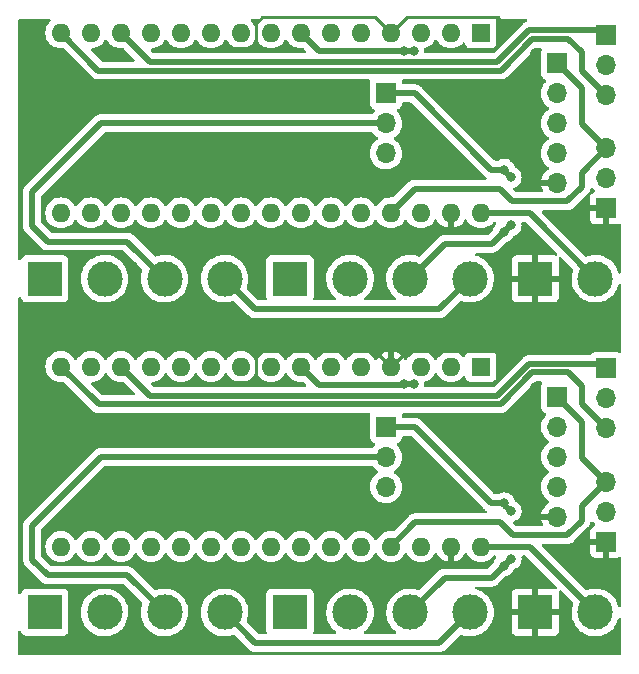
<source format=gbr>
%TF.GenerationSoftware,KiCad,Pcbnew,(6.0.0)*%
%TF.CreationDate,2022-10-01T21:34:56+02:00*%
%TF.ProjectId,012-Amesis-ColdSartE85,3031322d-416d-4657-9369-732d436f6c64,v0.01_Golf 1.6L 16v *%
%TF.SameCoordinates,Original*%
%TF.FileFunction,Copper,L1,Top*%
%TF.FilePolarity,Positive*%
%FSLAX46Y46*%
G04 Gerber Fmt 4.6, Leading zero omitted, Abs format (unit mm)*
G04 Created by KiCad (PCBNEW (6.0.0)) date 2022-10-01 21:34:56*
%MOMM*%
%LPD*%
G01*
G04 APERTURE LIST*
%TA.AperFunction,ComponentPad*%
%ADD10O,1.700000X1.700000*%
%TD*%
%TA.AperFunction,ComponentPad*%
%ADD11R,1.700000X1.700000*%
%TD*%
%TA.AperFunction,ComponentPad*%
%ADD12C,3.000000*%
%TD*%
%TA.AperFunction,ComponentPad*%
%ADD13R,3.000000X3.000000*%
%TD*%
%TA.AperFunction,ComponentPad*%
%ADD14R,1.600000X1.600000*%
%TD*%
%TA.AperFunction,ComponentPad*%
%ADD15O,1.600000X1.600000*%
%TD*%
%TA.AperFunction,ViaPad*%
%ADD16C,0.800000*%
%TD*%
%TA.AperFunction,Conductor*%
%ADD17C,0.500000*%
%TD*%
%TA.AperFunction,Conductor*%
%ADD18C,0.250000*%
%TD*%
G04 APERTURE END LIST*
D10*
%TO.P,Jumpers_Option1,3,Pin_3*%
%TO.N,Net-(A1-Pad15)*%
X167640000Y-60568600D03*
%TO.P,Jumpers_Option1,2,Pin_2*%
%TO.N,GND*%
X167640000Y-58028600D03*
D11*
%TO.P,Jumpers_Option1,1,Pin_1*%
%TO.N,Net-(A1-Pad13)*%
X167640000Y-55488600D03*
%TD*%
D12*
%TO.P,J1,2,Pin_2*%
%TO.N,Net-(A1-Pad30)*%
X166776400Y-76149200D03*
D13*
%TO.P,J1,1,Pin_1*%
%TO.N,GND*%
X161696400Y-76149200D03*
%TD*%
D14*
%TO.P,A1,1,D1/TX*%
%TO.N,unconnected-(A1-Pad1)*%
X157073600Y-55331200D03*
D15*
%TO.P,A1,2,D0/RX*%
%TO.N,unconnected-(A1-Pad2)*%
X154533600Y-55331200D03*
%TO.P,A1,3,~{RESET}*%
%TO.N,unconnected-(A1-Pad3)*%
X151993600Y-55331200D03*
%TO.P,A1,4,GND*%
%TO.N,GND*%
X149453600Y-55331200D03*
%TO.P,A1,5,D2*%
%TO.N,Net-(A1-Pad5)*%
X146913600Y-55331200D03*
%TO.P,A1,6,D3*%
%TO.N,Net-(A1-Pad6)*%
X144373600Y-55331200D03*
%TO.P,A1,7,D4*%
%TO.N,Net-(A1-Pad7)*%
X141833600Y-55331200D03*
%TO.P,A1,8,D5*%
%TO.N,unconnected-(A1-Pad8)*%
X139293600Y-55331200D03*
%TO.P,A1,9,D6*%
%TO.N,unconnected-(A1-Pad9)*%
X136753600Y-55331200D03*
%TO.P,A1,10,D7*%
%TO.N,unconnected-(A1-Pad10)*%
X134213600Y-55331200D03*
%TO.P,A1,11,D8*%
%TO.N,unconnected-(A1-Pad11)*%
X131673600Y-55331200D03*
%TO.P,A1,12,D9*%
%TO.N,unconnected-(A1-Pad12)*%
X129133600Y-55331200D03*
%TO.P,A1,13,D10*%
%TO.N,Net-(A1-Pad13)*%
X126593600Y-55331200D03*
%TO.P,A1,14,D11*%
%TO.N,unconnected-(A1-Pad14)*%
X124053600Y-55331200D03*
%TO.P,A1,15,D12*%
%TO.N,Net-(A1-Pad15)*%
X121513600Y-55331200D03*
%TO.P,A1,16,D13*%
%TO.N,unconnected-(A1-Pad16)*%
X121513600Y-70571200D03*
%TO.P,A1,17,3V3*%
%TO.N,unconnected-(A1-Pad17)*%
X124053600Y-70571200D03*
%TO.P,A1,18,AREF*%
%TO.N,unconnected-(A1-Pad18)*%
X126593600Y-70571200D03*
%TO.P,A1,19,A0*%
%TO.N,unconnected-(A1-Pad19)*%
X129133600Y-70571200D03*
%TO.P,A1,20,A1*%
%TO.N,unconnected-(A1-Pad20)*%
X131673600Y-70571200D03*
%TO.P,A1,21,A2*%
%TO.N,unconnected-(A1-Pad21)*%
X134213600Y-70571200D03*
%TO.P,A1,22,A3*%
%TO.N,unconnected-(A1-Pad22)*%
X136753600Y-70571200D03*
%TO.P,A1,23,A4*%
%TO.N,unconnected-(A1-Pad23)*%
X139293600Y-70571200D03*
%TO.P,A1,24,A5*%
%TO.N,unconnected-(A1-Pad24)*%
X141833600Y-70571200D03*
%TO.P,A1,25,A6*%
%TO.N,unconnected-(A1-Pad25)*%
X144373600Y-70571200D03*
%TO.P,A1,26,A7*%
%TO.N,Net-(A1-Pad26)*%
X146913600Y-70571200D03*
%TO.P,A1,27,+5V*%
%TO.N,Net-(A1-Pad27)*%
X149453600Y-70571200D03*
%TO.P,A1,28,~{RESET}*%
%TO.N,unconnected-(A1-Pad28)*%
X151993600Y-70571200D03*
%TO.P,A1,29,GND*%
%TO.N,GND*%
X154533600Y-70571200D03*
%TO.P,A1,30,VIN*%
%TO.N,Net-(A1-Pad30)*%
X157073600Y-70571200D03*
%TD*%
D12*
%TO.P,G2/G62_OutPut_IAT1,4,Pin_4*%
%TO.N,Net-(G2/G62_InPut_IAT1-Pad4)*%
X156159200Y-76149200D03*
%TO.P,G2/G62_OutPut_IAT1,3,Pin_3*%
%TO.N,Net-(G2/G62_OutPut_IAT1-Pad3)*%
X151079200Y-76149200D03*
%TO.P,G2/G62_OutPut_IAT1,2,Pin_2*%
%TO.N,Net-(G2/G62_InPut_IAT1-Pad2)*%
X145999200Y-76149200D03*
D13*
%TO.P,G2/G62_OutPut_IAT1,1,Pin_1*%
%TO.N,Net-(G2/G62_InPut_IAT1-Pad1)*%
X140919200Y-76149200D03*
%TD*%
D10*
%TO.P,J2,5,Pin_5*%
%TO.N,GND*%
X163525200Y-68072000D03*
%TO.P,J2,4,Pin_4*%
%TO.N,Net-(A1-Pad6)*%
X163525200Y-65532000D03*
%TO.P,J2,3,Pin_3*%
%TO.N,Net-(A1-Pad5)*%
X163525200Y-62992000D03*
%TO.P,J2,2,Pin_2*%
%TO.N,Net-(A1-Pad7)*%
X163525200Y-60452000D03*
D11*
%TO.P,J2,1,Pin_1*%
%TO.N,Net-(A1-Pad27)*%
X163525200Y-57912000D03*
%TD*%
D12*
%TO.P,G2/G62_InPut_IAT1,4,Pin_4*%
%TO.N,Net-(G2/G62_InPut_IAT1-Pad4)*%
X135382000Y-76149200D03*
%TO.P,G2/G62_InPut_IAT1,3,Pin_3*%
%TO.N,Net-(G2/G62_InPut_IAT1-Pad3)*%
X130302000Y-76149200D03*
%TO.P,G2/G62_InPut_IAT1,2,Pin_2*%
%TO.N,Net-(G2/G62_InPut_IAT1-Pad2)*%
X125222000Y-76149200D03*
D13*
%TO.P,G2/G62_InPut_IAT1,1,Pin_1*%
%TO.N,Net-(G2/G62_InPut_IAT1-Pad1)*%
X120142000Y-76149200D03*
%TD*%
D10*
%TO.P,J3,3,Pin_3*%
%TO.N,unconnected-(J3-Pad3)*%
X149047200Y-65532000D03*
%TO.P,J3,2,Pin_2*%
%TO.N,Net-(G2/G62_InPut_IAT1-Pad3)*%
X149047200Y-62992000D03*
D11*
%TO.P,J3,1,Pin_1*%
%TO.N,Net-(G2/G62_OutPut_IAT1-Pad3)*%
X149047200Y-60452000D03*
%TD*%
D10*
%TO.P,IAT_Interne1,3,3*%
%TO.N,Net-(A1-Pad27)*%
X167665000Y-65110600D03*
%TO.P,IAT_Interne1,2,2*%
%TO.N,Net-(A1-Pad26)*%
X167665000Y-67650600D03*
D11*
%TO.P,IAT_Interne1,1,1*%
%TO.N,GND*%
X167665000Y-70190600D03*
%TD*%
D14*
%TO.P,A1,1,D1/TX*%
%TO.N,unconnected-(A1-Pad1)*%
X157068600Y-27081400D03*
D15*
%TO.P,A1,2,D0/RX*%
%TO.N,unconnected-(A1-Pad2)*%
X154528600Y-27081400D03*
%TO.P,A1,3,~{RESET}*%
%TO.N,unconnected-(A1-Pad3)*%
X151988600Y-27081400D03*
%TO.P,A1,4,GND*%
%TO.N,GND*%
X149448600Y-27081400D03*
%TO.P,A1,5,D2*%
%TO.N,Net-(A1-Pad5)*%
X146908600Y-27081400D03*
%TO.P,A1,6,D3*%
%TO.N,Net-(A1-Pad6)*%
X144368600Y-27081400D03*
%TO.P,A1,7,D4*%
%TO.N,Net-(A1-Pad7)*%
X141828600Y-27081400D03*
%TO.P,A1,8,D5*%
%TO.N,unconnected-(A1-Pad8)*%
X139288600Y-27081400D03*
%TO.P,A1,9,D6*%
%TO.N,unconnected-(A1-Pad9)*%
X136748600Y-27081400D03*
%TO.P,A1,10,D7*%
%TO.N,unconnected-(A1-Pad10)*%
X134208600Y-27081400D03*
%TO.P,A1,11,D8*%
%TO.N,unconnected-(A1-Pad11)*%
X131668600Y-27081400D03*
%TO.P,A1,12,D9*%
%TO.N,unconnected-(A1-Pad12)*%
X129128600Y-27081400D03*
%TO.P,A1,13,D10*%
%TO.N,Net-(A1-Pad13)*%
X126588600Y-27081400D03*
%TO.P,A1,14,D11*%
%TO.N,unconnected-(A1-Pad14)*%
X124048600Y-27081400D03*
%TO.P,A1,15,D12*%
%TO.N,Net-(A1-Pad15)*%
X121508600Y-27081400D03*
%TO.P,A1,16,D13*%
%TO.N,unconnected-(A1-Pad16)*%
X121508600Y-42321400D03*
%TO.P,A1,17,3V3*%
%TO.N,unconnected-(A1-Pad17)*%
X124048600Y-42321400D03*
%TO.P,A1,18,AREF*%
%TO.N,unconnected-(A1-Pad18)*%
X126588600Y-42321400D03*
%TO.P,A1,19,A0*%
%TO.N,unconnected-(A1-Pad19)*%
X129128600Y-42321400D03*
%TO.P,A1,20,A1*%
%TO.N,unconnected-(A1-Pad20)*%
X131668600Y-42321400D03*
%TO.P,A1,21,A2*%
%TO.N,unconnected-(A1-Pad21)*%
X134208600Y-42321400D03*
%TO.P,A1,22,A3*%
%TO.N,unconnected-(A1-Pad22)*%
X136748600Y-42321400D03*
%TO.P,A1,23,A4*%
%TO.N,unconnected-(A1-Pad23)*%
X139288600Y-42321400D03*
%TO.P,A1,24,A5*%
%TO.N,unconnected-(A1-Pad24)*%
X141828600Y-42321400D03*
%TO.P,A1,25,A6*%
%TO.N,unconnected-(A1-Pad25)*%
X144368600Y-42321400D03*
%TO.P,A1,26,A7*%
%TO.N,Net-(A1-Pad26)*%
X146908600Y-42321400D03*
%TO.P,A1,27,+5V*%
%TO.N,Net-(A1-Pad27)*%
X149448600Y-42321400D03*
%TO.P,A1,28,~{RESET}*%
%TO.N,unconnected-(A1-Pad28)*%
X151988600Y-42321400D03*
%TO.P,A1,29,GND*%
%TO.N,GND*%
X154528600Y-42321400D03*
%TO.P,A1,30,VIN*%
%TO.N,Net-(A1-Pad30)*%
X157068600Y-42321400D03*
%TD*%
D13*
%TO.P,J1,1,Pin_1*%
%TO.N,GND*%
X161691400Y-47899400D03*
D12*
%TO.P,J1,2,Pin_2*%
%TO.N,Net-(A1-Pad30)*%
X166771400Y-47899400D03*
%TD*%
D11*
%TO.P,Jumpers_Option1,1,Pin_1*%
%TO.N,Net-(A1-Pad13)*%
X167635000Y-27238800D03*
D10*
%TO.P,Jumpers_Option1,2,Pin_2*%
%TO.N,GND*%
X167635000Y-29778800D03*
%TO.P,Jumpers_Option1,3,Pin_3*%
%TO.N,Net-(A1-Pad15)*%
X167635000Y-32318800D03*
%TD*%
D13*
%TO.P,G2/G62_OutPut_IAT1,1,Pin_1*%
%TO.N,Net-(G2/G62_InPut_IAT1-Pad1)*%
X140914200Y-47899400D03*
D12*
%TO.P,G2/G62_OutPut_IAT1,2,Pin_2*%
%TO.N,Net-(G2/G62_InPut_IAT1-Pad2)*%
X145994200Y-47899400D03*
%TO.P,G2/G62_OutPut_IAT1,3,Pin_3*%
%TO.N,Net-(G2/G62_OutPut_IAT1-Pad3)*%
X151074200Y-47899400D03*
%TO.P,G2/G62_OutPut_IAT1,4,Pin_4*%
%TO.N,Net-(G2/G62_InPut_IAT1-Pad4)*%
X156154200Y-47899400D03*
%TD*%
D11*
%TO.P,IAT_Interne1,1,1*%
%TO.N,GND*%
X167660000Y-41940800D03*
D10*
%TO.P,IAT_Interne1,2,2*%
%TO.N,Net-(A1-Pad26)*%
X167660000Y-39400800D03*
%TO.P,IAT_Interne1,3,3*%
%TO.N,Net-(A1-Pad27)*%
X167660000Y-36860800D03*
%TD*%
D13*
%TO.P,G2/G62_InPut_IAT1,1,Pin_1*%
%TO.N,Net-(G2/G62_InPut_IAT1-Pad1)*%
X120137000Y-47899400D03*
D12*
%TO.P,G2/G62_InPut_IAT1,2,Pin_2*%
%TO.N,Net-(G2/G62_InPut_IAT1-Pad2)*%
X125217000Y-47899400D03*
%TO.P,G2/G62_InPut_IAT1,3,Pin_3*%
%TO.N,Net-(G2/G62_InPut_IAT1-Pad3)*%
X130297000Y-47899400D03*
%TO.P,G2/G62_InPut_IAT1,4,Pin_4*%
%TO.N,Net-(G2/G62_InPut_IAT1-Pad4)*%
X135377000Y-47899400D03*
%TD*%
D11*
%TO.P,J2,1,Pin_1*%
%TO.N,Net-(A1-Pad27)*%
X163520200Y-29662200D03*
D10*
%TO.P,J2,2,Pin_2*%
%TO.N,Net-(A1-Pad7)*%
X163520200Y-32202200D03*
%TO.P,J2,3,Pin_3*%
%TO.N,Net-(A1-Pad5)*%
X163520200Y-34742200D03*
%TO.P,J2,4,Pin_4*%
%TO.N,Net-(A1-Pad6)*%
X163520200Y-37282200D03*
%TO.P,J2,5,Pin_5*%
%TO.N,GND*%
X163520200Y-39822200D03*
%TD*%
D11*
%TO.P,J3,1,Pin_1*%
%TO.N,Net-(G2/G62_OutPut_IAT1-Pad3)*%
X149042200Y-32202200D03*
D10*
%TO.P,J3,2,Pin_2*%
%TO.N,Net-(G2/G62_InPut_IAT1-Pad3)*%
X149042200Y-34742200D03*
%TO.P,J3,3,Pin_3*%
%TO.N,unconnected-(J3-Pad3)*%
X149042200Y-37282200D03*
%TD*%
D16*
%TO.N,GND*%
X164592000Y-78079600D03*
%TO.N,Net-(G2/G62_OutPut_IAT1-Pad3)*%
X159613600Y-67564000D03*
%TO.N,GND*%
X122428000Y-58064400D03*
%TO.N,Net-(A1-Pad7)*%
X151384000Y-56845200D03*
%TO.N,Net-(G2/G62_OutPut_IAT1-Pad3)*%
X159054800Y-66903600D03*
%TO.N,GND*%
X159207200Y-55219600D03*
X159766000Y-64682500D03*
X157937200Y-78130400D03*
%TO.N,Net-(G2/G62_OutPut_IAT1-Pad3)*%
X159613600Y-71628000D03*
%TO.N,GND*%
X127660400Y-75082400D03*
X125780800Y-57099200D03*
X158242000Y-60553600D03*
X137414000Y-74320400D03*
X161645600Y-57048400D03*
X135534400Y-56642000D03*
X122834400Y-78079600D03*
X132740400Y-77622400D03*
X124053600Y-68376800D03*
%TO.N,Net-(G2/G62_OutPut_IAT1-Pad3)*%
X159004000Y-72186800D03*
%TO.N,Net-(A1-Pad7)*%
X150571200Y-56845200D03*
%TO.N,GND*%
X122423000Y-29814600D03*
X124048600Y-40127000D03*
X132735400Y-49372600D03*
X159761000Y-36432700D03*
X161640600Y-28798600D03*
X164587000Y-49829800D03*
X159202200Y-26969800D03*
X122829400Y-49829800D03*
X137409000Y-46070600D03*
X158237000Y-32303800D03*
X125775800Y-28849400D03*
X157932200Y-49880600D03*
X127655400Y-46832600D03*
X135529400Y-28392200D03*
%TO.N,Net-(A1-Pad7)*%
X150566200Y-28595400D03*
X151379000Y-28595400D03*
%TO.N,Net-(G2/G62_OutPut_IAT1-Pad3)*%
X158999000Y-43937000D03*
X159608600Y-39314200D03*
X159608600Y-43378200D03*
X159049800Y-38653800D03*
%TD*%
D17*
%TO.N,Net-(G2/G62_InPut_IAT1-Pad3)*%
X120396000Y-72999600D02*
X119075200Y-71678800D01*
X130302000Y-76149200D02*
X127152400Y-72999600D01*
D18*
%TO.N,Net-(G2/G62_OutPut_IAT1-Pad3)*%
X159004000Y-72186800D02*
X159054800Y-72186800D01*
D17*
%TO.N,Net-(G2/G62_InPut_IAT1-Pad3)*%
X119075200Y-68834000D02*
X124917200Y-62992000D01*
%TO.N,Net-(G2/G62_OutPut_IAT1-Pad3)*%
X151485600Y-60452000D02*
X149047200Y-60452000D01*
X151079200Y-76149200D02*
X154025600Y-73202800D01*
%TO.N,Net-(G2/G62_InPut_IAT1-Pad4)*%
X135382000Y-76149200D02*
X137972800Y-78740000D01*
%TO.N,Net-(G2/G62_InPut_IAT1-Pad3)*%
X124917200Y-62992000D02*
X149047200Y-62992000D01*
%TO.N,Net-(A1-Pad15)*%
X167640000Y-60568600D02*
X165608000Y-58536600D01*
X165608000Y-58536600D02*
X165608000Y-56946800D01*
%TO.N,Net-(A1-Pad13)*%
X167281081Y-55129681D02*
X167640000Y-55488600D01*
X129084480Y-57822080D02*
X158459944Y-57822080D01*
%TO.N,Net-(A1-Pad15)*%
X164490400Y-55829200D02*
X161442094Y-55829200D01*
%TO.N,Net-(G2/G62_OutPut_IAT1-Pad3)*%
X159156400Y-66903600D02*
X159156400Y-67106800D01*
%TO.N,Net-(A1-Pad13)*%
X161152343Y-55129681D02*
X167281081Y-55129681D01*
%TO.N,Net-(A1-Pad15)*%
X124704000Y-58521600D02*
X121513600Y-55331200D01*
%TO.N,Net-(G2/G62_OutPut_IAT1-Pad3)*%
X159054800Y-72186800D02*
X159613600Y-71628000D01*
%TO.N,Net-(G2/G62_InPut_IAT1-Pad4)*%
X153568400Y-78740000D02*
X156159200Y-76149200D01*
%TO.N,Net-(G2/G62_InPut_IAT1-Pad3)*%
X119075200Y-71678800D02*
X119075200Y-68834000D01*
%TO.N,Net-(G2/G62_InPut_IAT1-Pad4)*%
X137972800Y-78740000D02*
X153568400Y-78740000D01*
%TO.N,Net-(G2/G62_InPut_IAT1-Pad3)*%
X127152400Y-72999600D02*
X120396000Y-72999600D01*
%TO.N,Net-(G2/G62_OutPut_IAT1-Pad3)*%
X157988000Y-73202800D02*
X159004000Y-72186800D01*
%TO.N,Net-(A1-Pad13)*%
X158459944Y-57822080D02*
X161152343Y-55129681D01*
%TO.N,Net-(G2/G62_OutPut_IAT1-Pad3)*%
X154025600Y-73202800D02*
X157988000Y-73202800D01*
%TO.N,Net-(A1-Pad15)*%
X158749694Y-58521600D02*
X124704000Y-58521600D01*
X161442094Y-55829200D02*
X158749694Y-58521600D01*
X165608000Y-56946800D02*
X164490400Y-55829200D01*
%TO.N,Net-(A1-Pad27)*%
X165608000Y-59994800D02*
X163525200Y-57912000D01*
%TO.N,Net-(G2/G62_OutPut_IAT1-Pad3)*%
X157937200Y-66903600D02*
X151485600Y-60452000D01*
X159156400Y-67106800D02*
X159613600Y-67564000D01*
X157937200Y-66903600D02*
X159156400Y-66903600D01*
%TO.N,Net-(A1-Pad13)*%
X126593600Y-55331200D02*
X129084480Y-57822080D01*
%TO.N,Net-(A1-Pad27)*%
X167665000Y-65110600D02*
X165608000Y-63053600D01*
X151495600Y-68529200D02*
X158690586Y-68529200D01*
D18*
%TO.N,GND*%
X137464800Y-56642000D02*
X135534400Y-56642000D01*
D17*
%TO.N,Net-(A1-Pad30)*%
X166776400Y-76149200D02*
X161198400Y-70571200D01*
D18*
%TO.N,GND*%
X138023600Y-54559200D02*
X138023600Y-56083200D01*
D17*
%TO.N,Net-(A1-Pad7)*%
X151384000Y-56845200D02*
X150571200Y-56845200D01*
D18*
%TO.N,GND*%
X159207200Y-55219600D02*
X159207200Y-54711600D01*
X159207200Y-54711600D02*
X158496000Y-54000400D01*
X148122800Y-54000400D02*
X138582400Y-54000400D01*
D17*
%TO.N,Net-(A1-Pad27)*%
X164388800Y-69596000D02*
X165608000Y-68376800D01*
%TO.N,Net-(A1-Pad30)*%
X161198400Y-70571200D02*
X157073600Y-70571200D01*
%TO.N,Net-(A1-Pad7)*%
X150520400Y-56896000D02*
X143398400Y-56896000D01*
X150571200Y-56845200D02*
X150520400Y-56896000D01*
%TO.N,Net-(A1-Pad27)*%
X159757386Y-69596000D02*
X164388800Y-69596000D01*
D18*
%TO.N,GND*%
X149453600Y-55331200D02*
X148122800Y-54000400D01*
D17*
%TO.N,Net-(A1-Pad27)*%
X165608000Y-63053600D02*
X165608000Y-59994800D01*
X149453600Y-70571200D02*
X151495600Y-68529200D01*
X165608000Y-68376800D02*
X165608000Y-67167600D01*
%TO.N,Net-(A1-Pad7)*%
X143398400Y-56896000D02*
X141833600Y-55331200D01*
D18*
%TO.N,GND*%
X138023600Y-56083200D02*
X137464800Y-56642000D01*
D17*
%TO.N,Net-(A1-Pad27)*%
X165608000Y-67167600D02*
X167665000Y-65110600D01*
X158690586Y-68529200D02*
X159757386Y-69596000D01*
D18*
%TO.N,GND*%
X138582400Y-54000400D02*
X138023600Y-54559200D01*
X158496000Y-54000400D02*
X150784400Y-54000400D01*
X150784400Y-54000400D02*
X149453600Y-55331200D01*
X150779400Y-25750600D02*
X149448600Y-27081400D01*
X138018600Y-27833400D02*
X137459800Y-28392200D01*
X148117800Y-25750600D02*
X138577400Y-25750600D01*
X159202200Y-26461800D02*
X158491000Y-25750600D01*
X158491000Y-25750600D02*
X150779400Y-25750600D01*
X137459800Y-28392200D02*
X135529400Y-28392200D01*
X138018600Y-26309400D02*
X138018600Y-27833400D01*
X149448600Y-27081400D02*
X148117800Y-25750600D01*
X138577400Y-25750600D02*
X138018600Y-26309400D01*
X159202200Y-26969800D02*
X159202200Y-26461800D01*
D17*
%TO.N,Net-(A1-Pad7)*%
X143393400Y-28646200D02*
X141828600Y-27081400D01*
X150566200Y-28595400D02*
X150515400Y-28646200D01*
X150515400Y-28646200D02*
X143393400Y-28646200D01*
X151379000Y-28595400D02*
X150566200Y-28595400D01*
%TO.N,Net-(A1-Pad30)*%
X166771400Y-47899400D02*
X161193400Y-42321400D01*
X161193400Y-42321400D02*
X157068600Y-42321400D01*
%TO.N,Net-(A1-Pad27)*%
X164383800Y-41346200D02*
X165603000Y-40127000D01*
X165603000Y-40127000D02*
X165603000Y-38917800D01*
X151490600Y-40279400D02*
X158685586Y-40279400D01*
X149448600Y-42321400D02*
X151490600Y-40279400D01*
X165603000Y-38917800D02*
X167660000Y-36860800D01*
X167660000Y-36860800D02*
X165603000Y-34803800D01*
X158685586Y-40279400D02*
X159752386Y-41346200D01*
X165603000Y-34803800D02*
X165603000Y-31745000D01*
X159752386Y-41346200D02*
X164383800Y-41346200D01*
X165603000Y-31745000D02*
X163520200Y-29662200D01*
%TO.N,Net-(A1-Pad13)*%
X167276081Y-26879881D02*
X167635000Y-27238800D01*
X161147343Y-26879881D02*
X167276081Y-26879881D01*
X158454944Y-29572280D02*
X161147343Y-26879881D01*
X126588600Y-27081400D02*
X129079480Y-29572280D01*
X129079480Y-29572280D02*
X158454944Y-29572280D01*
%TO.N,Net-(A1-Pad15)*%
X158744694Y-30271800D02*
X124699000Y-30271800D01*
X124699000Y-30271800D02*
X121508600Y-27081400D01*
X164485400Y-27579400D02*
X161437094Y-27579400D01*
X165603000Y-28697000D02*
X164485400Y-27579400D01*
X165603000Y-30286800D02*
X165603000Y-28697000D01*
X161437094Y-27579400D02*
X158744694Y-30271800D01*
X167635000Y-32318800D02*
X165603000Y-30286800D01*
%TO.N,Net-(G2/G62_InPut_IAT1-Pad3)*%
X119070200Y-43429000D02*
X119070200Y-40584200D01*
X120391000Y-44749800D02*
X119070200Y-43429000D01*
X127147400Y-44749800D02*
X120391000Y-44749800D01*
X119070200Y-40584200D02*
X124912200Y-34742200D01*
X130297000Y-47899400D02*
X127147400Y-44749800D01*
X124912200Y-34742200D02*
X149042200Y-34742200D01*
%TO.N,Net-(G2/G62_InPut_IAT1-Pad4)*%
X135377000Y-47899400D02*
X137967800Y-50490200D01*
X137967800Y-50490200D02*
X153563400Y-50490200D01*
X153563400Y-50490200D02*
X156154200Y-47899400D01*
D18*
%TO.N,Net-(G2/G62_OutPut_IAT1-Pad3)*%
X158999000Y-43937000D02*
X159049800Y-43937000D01*
D17*
X151074200Y-47899400D02*
X154020600Y-44953000D01*
X157932200Y-38653800D02*
X159151400Y-38653800D01*
X154020600Y-44953000D02*
X157983000Y-44953000D01*
X157932200Y-38653800D02*
X151480600Y-32202200D01*
X157983000Y-44953000D02*
X158999000Y-43937000D01*
X159151400Y-38857000D02*
X159608600Y-39314200D01*
X159151400Y-38653800D02*
X159151400Y-38857000D01*
X159049800Y-43937000D02*
X159608600Y-43378200D01*
X151480600Y-32202200D02*
X149042200Y-32202200D01*
%TD*%
%TA.AperFunction,Conductor*%
%TO.N,GND*%
G36*
X120600433Y-25923002D02*
G01*
X120646926Y-25976658D01*
X120657030Y-26046932D01*
X120627536Y-26111512D01*
X120621407Y-26118095D01*
X120502402Y-26237100D01*
X120499245Y-26241608D01*
X120499243Y-26241611D01*
X120458823Y-26299337D01*
X120371077Y-26424651D01*
X120368754Y-26429633D01*
X120368751Y-26429638D01*
X120368634Y-26429889D01*
X120274316Y-26632157D01*
X120215057Y-26853313D01*
X120195102Y-27081400D01*
X120215057Y-27309487D01*
X120274316Y-27530643D01*
X120276639Y-27535624D01*
X120276639Y-27535625D01*
X120368751Y-27733162D01*
X120368754Y-27733167D01*
X120371077Y-27738149D01*
X120389445Y-27764381D01*
X120472021Y-27882311D01*
X120502402Y-27925700D01*
X120664300Y-28087598D01*
X120668808Y-28090755D01*
X120668811Y-28090757D01*
X120693784Y-28108243D01*
X120851851Y-28218923D01*
X120856833Y-28221246D01*
X120856838Y-28221249D01*
X120957792Y-28268324D01*
X121059357Y-28315684D01*
X121064665Y-28317106D01*
X121064667Y-28317107D01*
X121275198Y-28373519D01*
X121275200Y-28373519D01*
X121280513Y-28374943D01*
X121508600Y-28394898D01*
X121514075Y-28394419D01*
X121671513Y-28380645D01*
X121741118Y-28394634D01*
X121771590Y-28417071D01*
X124115230Y-30760711D01*
X124127616Y-30775123D01*
X124136149Y-30786718D01*
X124136154Y-30786723D01*
X124140492Y-30792618D01*
X124146070Y-30797357D01*
X124146073Y-30797360D01*
X124180768Y-30826835D01*
X124188284Y-30833765D01*
X124193979Y-30839460D01*
X124196861Y-30841740D01*
X124216251Y-30857081D01*
X124219655Y-30859872D01*
X124269703Y-30902391D01*
X124275285Y-30907133D01*
X124281801Y-30910461D01*
X124286850Y-30913828D01*
X124291979Y-30916995D01*
X124297716Y-30921534D01*
X124363875Y-30952455D01*
X124367769Y-30954358D01*
X124432808Y-30987569D01*
X124439916Y-30989308D01*
X124445559Y-30991407D01*
X124451322Y-30993324D01*
X124457950Y-30996422D01*
X124465112Y-30997912D01*
X124465113Y-30997912D01*
X124529412Y-31011286D01*
X124533696Y-31012256D01*
X124604610Y-31029608D01*
X124610212Y-31029956D01*
X124610215Y-31029956D01*
X124615764Y-31030300D01*
X124615762Y-31030336D01*
X124619755Y-31030575D01*
X124623947Y-31030949D01*
X124631115Y-31032440D01*
X124708520Y-31030346D01*
X124711928Y-31030300D01*
X147587976Y-31030300D01*
X147656097Y-31050302D01*
X147702590Y-31103958D01*
X147712694Y-31174232D01*
X147705958Y-31200529D01*
X147690455Y-31241884D01*
X147683700Y-31304066D01*
X147683700Y-33100334D01*
X147690455Y-33162516D01*
X147741585Y-33298905D01*
X147828939Y-33415461D01*
X147945495Y-33502815D01*
X147953904Y-33505967D01*
X147953905Y-33505968D01*
X148062651Y-33546735D01*
X148119416Y-33589376D01*
X148144116Y-33655938D01*
X148128909Y-33725287D01*
X148109516Y-33751768D01*
X147982829Y-33884338D01*
X147952563Y-33928707D01*
X147897655Y-33973707D01*
X147848477Y-33983700D01*
X124979270Y-33983700D01*
X124960320Y-33982267D01*
X124946085Y-33980101D01*
X124946081Y-33980101D01*
X124938851Y-33979001D01*
X124931559Y-33979594D01*
X124931556Y-33979594D01*
X124886182Y-33983285D01*
X124875967Y-33983700D01*
X124867907Y-33983700D01*
X124864273Y-33984124D01*
X124864267Y-33984124D01*
X124851242Y-33985643D01*
X124839680Y-33986991D01*
X124835332Y-33987421D01*
X124813259Y-33989216D01*
X124769862Y-33992746D01*
X124769859Y-33992747D01*
X124762564Y-33993340D01*
X124755600Y-33995596D01*
X124749661Y-33996783D01*
X124743790Y-33998170D01*
X124736519Y-33999018D01*
X124729643Y-34001514D01*
X124729634Y-34001516D01*
X124667902Y-34023925D01*
X124663798Y-34025335D01*
X124594301Y-34047848D01*
X124588046Y-34051644D01*
X124582587Y-34054143D01*
X124577139Y-34056871D01*
X124570263Y-34059367D01*
X124509210Y-34099395D01*
X124505527Y-34101719D01*
X124447886Y-34136696D01*
X124447882Y-34136699D01*
X124443093Y-34139605D01*
X124434717Y-34147003D01*
X124434693Y-34146976D01*
X124431711Y-34149621D01*
X124428474Y-34152328D01*
X124422348Y-34156344D01*
X124417312Y-34161660D01*
X124417311Y-34161661D01*
X124369054Y-34212602D01*
X124366676Y-34215044D01*
X118581289Y-40000430D01*
X118566877Y-40012816D01*
X118555282Y-40021349D01*
X118555277Y-40021354D01*
X118549382Y-40025692D01*
X118544643Y-40031270D01*
X118544640Y-40031273D01*
X118515165Y-40065968D01*
X118508235Y-40073484D01*
X118502540Y-40079179D01*
X118500260Y-40082061D01*
X118484919Y-40101451D01*
X118482128Y-40104855D01*
X118439609Y-40154903D01*
X118434867Y-40160485D01*
X118431539Y-40167001D01*
X118428172Y-40172050D01*
X118425005Y-40177179D01*
X118420466Y-40182916D01*
X118389545Y-40249075D01*
X118387642Y-40252969D01*
X118354431Y-40318008D01*
X118352692Y-40325116D01*
X118350593Y-40330759D01*
X118348676Y-40336522D01*
X118345578Y-40343150D01*
X118344088Y-40350312D01*
X118344088Y-40350313D01*
X118330714Y-40414612D01*
X118329744Y-40418896D01*
X118312392Y-40489810D01*
X118311700Y-40500964D01*
X118311664Y-40500962D01*
X118311425Y-40504955D01*
X118311051Y-40509147D01*
X118309560Y-40516315D01*
X118309758Y-40523632D01*
X118311654Y-40593721D01*
X118311700Y-40597128D01*
X118311700Y-43361930D01*
X118310267Y-43380880D01*
X118307001Y-43402349D01*
X118307594Y-43409641D01*
X118307594Y-43409644D01*
X118311285Y-43455018D01*
X118311700Y-43465233D01*
X118311700Y-43473293D01*
X118312125Y-43476937D01*
X118314989Y-43501507D01*
X118315422Y-43505882D01*
X118319589Y-43557107D01*
X118321340Y-43578637D01*
X118323596Y-43585601D01*
X118324787Y-43591560D01*
X118326171Y-43597415D01*
X118327018Y-43604681D01*
X118351935Y-43673327D01*
X118353352Y-43677455D01*
X118371763Y-43734285D01*
X118375849Y-43746899D01*
X118379645Y-43753154D01*
X118382151Y-43758628D01*
X118384870Y-43764058D01*
X118387367Y-43770937D01*
X118391380Y-43777057D01*
X118391380Y-43777058D01*
X118427386Y-43831976D01*
X118429723Y-43835680D01*
X118467605Y-43898107D01*
X118471321Y-43902315D01*
X118471322Y-43902316D01*
X118475003Y-43906484D01*
X118474976Y-43906508D01*
X118477629Y-43909500D01*
X118480332Y-43912733D01*
X118484344Y-43918852D01*
X118489656Y-43923884D01*
X118540583Y-43972128D01*
X118543025Y-43974506D01*
X119807230Y-45238711D01*
X119819616Y-45253123D01*
X119828149Y-45264718D01*
X119828154Y-45264723D01*
X119832492Y-45270618D01*
X119838070Y-45275357D01*
X119838073Y-45275360D01*
X119872768Y-45304835D01*
X119880284Y-45311765D01*
X119885979Y-45317460D01*
X119888861Y-45319740D01*
X119908251Y-45335081D01*
X119911655Y-45337872D01*
X119961703Y-45380391D01*
X119967285Y-45385133D01*
X119973801Y-45388461D01*
X119978850Y-45391828D01*
X119983979Y-45394995D01*
X119989716Y-45399534D01*
X120055875Y-45430455D01*
X120059769Y-45432358D01*
X120124808Y-45465569D01*
X120131916Y-45467308D01*
X120137559Y-45469407D01*
X120143322Y-45471324D01*
X120149950Y-45474422D01*
X120157112Y-45475912D01*
X120157113Y-45475912D01*
X120221412Y-45489286D01*
X120225696Y-45490256D01*
X120296610Y-45507608D01*
X120302212Y-45507956D01*
X120302215Y-45507956D01*
X120307764Y-45508300D01*
X120307762Y-45508336D01*
X120311755Y-45508575D01*
X120315947Y-45508949D01*
X120323115Y-45510440D01*
X120400520Y-45508346D01*
X120403928Y-45508300D01*
X126781029Y-45508300D01*
X126849150Y-45528302D01*
X126870124Y-45545205D01*
X128386955Y-47062036D01*
X128420981Y-47124348D01*
X128416186Y-47194432D01*
X128363743Y-47337737D01*
X128305404Y-47605307D01*
X128283917Y-47878318D01*
X128299682Y-48151720D01*
X128300507Y-48155925D01*
X128300508Y-48155933D01*
X128311127Y-48210057D01*
X128352405Y-48420453D01*
X128353792Y-48424503D01*
X128353793Y-48424508D01*
X128439356Y-48674416D01*
X128441112Y-48679544D01*
X128564160Y-48924199D01*
X128566586Y-48927728D01*
X128566589Y-48927734D01*
X128716843Y-49146353D01*
X128719274Y-49149890D01*
X128903582Y-49352443D01*
X129113675Y-49528107D01*
X129117316Y-49530391D01*
X129342024Y-49671351D01*
X129342028Y-49671353D01*
X129345664Y-49673634D01*
X129413544Y-49704283D01*
X129591345Y-49784564D01*
X129591349Y-49784566D01*
X129595257Y-49786330D01*
X129599377Y-49787550D01*
X129599376Y-49787550D01*
X129853723Y-49862891D01*
X129853727Y-49862892D01*
X129857836Y-49864109D01*
X129862070Y-49864757D01*
X129862075Y-49864758D01*
X130124298Y-49904883D01*
X130124300Y-49904883D01*
X130128540Y-49905532D01*
X130267912Y-49907722D01*
X130398071Y-49909767D01*
X130398077Y-49909767D01*
X130402362Y-49909834D01*
X130674235Y-49876934D01*
X130939127Y-49807441D01*
X130943087Y-49805801D01*
X130943092Y-49805799D01*
X131075764Y-49750844D01*
X131192136Y-49702641D01*
X131312549Y-49632277D01*
X131424879Y-49566637D01*
X131424880Y-49566636D01*
X131428582Y-49564473D01*
X131644089Y-49395494D01*
X131685809Y-49352443D01*
X131831686Y-49201909D01*
X131834669Y-49198831D01*
X131837202Y-49195383D01*
X131837206Y-49195378D01*
X131994257Y-48981578D01*
X131996795Y-48978123D01*
X132024154Y-48927734D01*
X132125418Y-48741230D01*
X132125419Y-48741228D01*
X132127468Y-48737454D01*
X132224269Y-48481277D01*
X132285407Y-48214333D01*
X132289229Y-48171515D01*
X132309531Y-47944027D01*
X132309531Y-47944025D01*
X132309751Y-47941561D01*
X132310193Y-47899400D01*
X132308465Y-47874048D01*
X132291859Y-47630455D01*
X132291858Y-47630449D01*
X132291567Y-47626178D01*
X132236032Y-47358012D01*
X132144617Y-47099865D01*
X132019013Y-46856512D01*
X132009040Y-46842321D01*
X131864008Y-46635962D01*
X131861545Y-46632457D01*
X131675125Y-46431845D01*
X131671810Y-46429131D01*
X131671806Y-46429128D01*
X131510304Y-46296940D01*
X131463205Y-46258390D01*
X131229704Y-46115301D01*
X131225768Y-46113573D01*
X130982873Y-46006949D01*
X130982869Y-46006948D01*
X130978945Y-46005225D01*
X130715566Y-45930200D01*
X130711324Y-45929596D01*
X130711318Y-45929595D01*
X130506387Y-45900429D01*
X130444443Y-45891613D01*
X130300589Y-45890860D01*
X130174877Y-45890202D01*
X130174871Y-45890202D01*
X130170591Y-45890180D01*
X130166347Y-45890739D01*
X130166343Y-45890739D01*
X130058416Y-45904948D01*
X129899078Y-45925925D01*
X129894938Y-45927058D01*
X129894936Y-45927058D01*
X129827037Y-45945633D01*
X129634928Y-45998188D01*
X129596561Y-46014553D01*
X129526056Y-46022882D01*
X129458032Y-45987751D01*
X127731170Y-44260889D01*
X127718784Y-44246477D01*
X127710251Y-44234882D01*
X127710246Y-44234877D01*
X127705908Y-44228982D01*
X127700330Y-44224243D01*
X127700327Y-44224240D01*
X127665632Y-44194765D01*
X127658116Y-44187835D01*
X127652421Y-44182140D01*
X127639608Y-44172003D01*
X127630149Y-44164519D01*
X127626745Y-44161728D01*
X127576697Y-44119209D01*
X127576695Y-44119208D01*
X127571115Y-44114467D01*
X127564599Y-44111139D01*
X127559550Y-44107772D01*
X127554421Y-44104605D01*
X127548684Y-44100066D01*
X127482525Y-44069145D01*
X127478625Y-44067239D01*
X127466307Y-44060949D01*
X127413592Y-44034031D01*
X127406484Y-44032292D01*
X127400841Y-44030193D01*
X127395078Y-44028276D01*
X127388450Y-44025178D01*
X127316983Y-44010313D01*
X127312699Y-44009343D01*
X127241790Y-43991992D01*
X127236188Y-43991644D01*
X127236185Y-43991644D01*
X127230636Y-43991300D01*
X127230638Y-43991264D01*
X127226645Y-43991025D01*
X127222453Y-43990651D01*
X127215285Y-43989160D01*
X127149075Y-43990951D01*
X127137879Y-43991254D01*
X127134472Y-43991300D01*
X120757371Y-43991300D01*
X120689250Y-43971298D01*
X120668276Y-43954395D01*
X119865605Y-43151724D01*
X119831579Y-43089412D01*
X119828700Y-43062629D01*
X119828700Y-40950571D01*
X119848702Y-40882450D01*
X119865605Y-40861476D01*
X125189476Y-35537605D01*
X125251788Y-35503579D01*
X125278571Y-35500700D01*
X147844691Y-35500700D01*
X147912812Y-35520702D01*
X147941602Y-35547795D01*
X147942187Y-35547288D01*
X148088450Y-35716138D01*
X148260326Y-35858832D01*
X148330795Y-35900011D01*
X148333645Y-35901676D01*
X148382369Y-35953314D01*
X148395440Y-36023097D01*
X148368709Y-36088869D01*
X148328255Y-36122227D01*
X148315807Y-36128707D01*
X148311674Y-36131810D01*
X148311671Y-36131812D01*
X148287447Y-36150000D01*
X148137165Y-36262835D01*
X147982829Y-36424338D01*
X147979915Y-36428610D01*
X147979914Y-36428611D01*
X147895109Y-36552930D01*
X147856943Y-36608880D01*
X147762888Y-36811505D01*
X147703189Y-37026770D01*
X147679451Y-37248895D01*
X147679748Y-37254048D01*
X147679748Y-37254051D01*
X147685211Y-37348790D01*
X147692310Y-37471915D01*
X147693447Y-37476961D01*
X147693448Y-37476967D01*
X147712809Y-37562877D01*
X147741422Y-37689839D01*
X147779508Y-37783634D01*
X147816729Y-37875298D01*
X147825466Y-37896816D01*
X147942187Y-38087288D01*
X148088450Y-38256138D01*
X148260326Y-38398832D01*
X148453200Y-38511538D01*
X148458025Y-38513380D01*
X148458026Y-38513381D01*
X148483585Y-38523141D01*
X148661892Y-38591230D01*
X148666960Y-38592261D01*
X148666963Y-38592262D01*
X148709706Y-38600958D01*
X148880797Y-38635767D01*
X148885972Y-38635957D01*
X148885974Y-38635957D01*
X149098873Y-38643764D01*
X149098877Y-38643764D01*
X149104037Y-38643953D01*
X149109157Y-38643297D01*
X149109159Y-38643297D01*
X149320488Y-38616225D01*
X149320489Y-38616225D01*
X149325616Y-38615568D01*
X149340635Y-38611062D01*
X149534629Y-38552861D01*
X149534634Y-38552859D01*
X149539584Y-38551374D01*
X149740194Y-38453096D01*
X149922060Y-38323373D01*
X150080296Y-38165689D01*
X150111172Y-38122721D01*
X150207635Y-37988477D01*
X150210653Y-37984277D01*
X150264514Y-37875298D01*
X150307336Y-37788653D01*
X150307337Y-37788651D01*
X150309630Y-37784011D01*
X150374570Y-37570269D01*
X150403729Y-37348790D01*
X150405356Y-37282200D01*
X150387052Y-37059561D01*
X150332631Y-36842902D01*
X150243554Y-36638040D01*
X150122214Y-36450477D01*
X149971870Y-36285251D01*
X149967819Y-36282052D01*
X149967815Y-36282048D01*
X149800614Y-36150000D01*
X149800610Y-36149998D01*
X149796559Y-36146798D01*
X149755253Y-36123996D01*
X149705284Y-36073564D01*
X149690512Y-36004121D01*
X149715628Y-35937716D01*
X149742980Y-35911109D01*
X149809233Y-35863851D01*
X149922060Y-35783373D01*
X150080296Y-35625689D01*
X150139794Y-35542889D01*
X150207635Y-35448477D01*
X150210653Y-35444277D01*
X150257591Y-35349306D01*
X150307336Y-35248653D01*
X150307337Y-35248651D01*
X150309630Y-35244011D01*
X150374570Y-35030269D01*
X150403729Y-34808790D01*
X150405356Y-34742200D01*
X150387052Y-34519561D01*
X150332631Y-34302902D01*
X150243554Y-34098040D01*
X150171116Y-33986068D01*
X150125022Y-33914817D01*
X150125020Y-33914814D01*
X150122214Y-33910477D01*
X150118732Y-33906650D01*
X149974998Y-33748688D01*
X149943946Y-33684842D01*
X149952341Y-33614343D01*
X149997517Y-33559575D01*
X150023961Y-33545906D01*
X150130497Y-33505967D01*
X150138905Y-33502815D01*
X150255461Y-33415461D01*
X150342815Y-33298905D01*
X150393945Y-33162516D01*
X150400700Y-33100334D01*
X150400700Y-33086700D01*
X150420702Y-33018579D01*
X150474358Y-32972086D01*
X150526700Y-32960700D01*
X151114229Y-32960700D01*
X151182350Y-32980702D01*
X151203324Y-32997605D01*
X157348430Y-39142711D01*
X157360816Y-39157123D01*
X157369349Y-39168718D01*
X157369354Y-39168723D01*
X157373692Y-39174618D01*
X157379270Y-39179357D01*
X157379273Y-39179360D01*
X157413968Y-39208835D01*
X157421484Y-39215765D01*
X157427179Y-39221460D01*
X157430061Y-39223740D01*
X157449451Y-39239081D01*
X157452855Y-39241872D01*
X157502905Y-39284393D01*
X157502908Y-39284395D01*
X157508485Y-39289133D01*
X157512241Y-39291051D01*
X157556999Y-39344513D01*
X157565907Y-39414948D01*
X157535321Y-39479019D01*
X157474951Y-39516382D01*
X157441512Y-39520900D01*
X151557670Y-39520900D01*
X151538720Y-39519467D01*
X151524485Y-39517301D01*
X151524481Y-39517301D01*
X151517251Y-39516201D01*
X151509959Y-39516794D01*
X151509956Y-39516794D01*
X151464582Y-39520485D01*
X151454367Y-39520900D01*
X151446307Y-39520900D01*
X151433017Y-39522449D01*
X151418093Y-39524189D01*
X151413718Y-39524622D01*
X151348261Y-39529946D01*
X151348258Y-39529947D01*
X151340963Y-39530540D01*
X151333999Y-39532796D01*
X151328040Y-39533987D01*
X151322185Y-39535371D01*
X151314919Y-39536218D01*
X151246273Y-39561135D01*
X151242145Y-39562552D01*
X151179664Y-39582793D01*
X151179662Y-39582794D01*
X151172701Y-39585049D01*
X151166446Y-39588845D01*
X151160972Y-39591351D01*
X151155542Y-39594070D01*
X151148663Y-39596567D01*
X151142543Y-39600580D01*
X151142542Y-39600580D01*
X151087624Y-39636586D01*
X151083920Y-39638923D01*
X151021493Y-39676805D01*
X151013116Y-39684203D01*
X151013092Y-39684176D01*
X151010100Y-39686829D01*
X151006867Y-39689532D01*
X151000748Y-39693544D01*
X150995716Y-39698856D01*
X150947472Y-39749783D01*
X150945094Y-39752225D01*
X149711590Y-40985729D01*
X149649278Y-41019755D01*
X149611513Y-41022155D01*
X149454075Y-41008381D01*
X149448600Y-41007902D01*
X149220513Y-41027857D01*
X149215200Y-41029281D01*
X149215198Y-41029281D01*
X149004667Y-41085693D01*
X149004665Y-41085694D01*
X148999357Y-41087116D01*
X148994376Y-41089439D01*
X148994375Y-41089439D01*
X148796838Y-41181551D01*
X148796833Y-41181554D01*
X148791851Y-41183877D01*
X148752179Y-41211656D01*
X148608811Y-41312043D01*
X148608808Y-41312045D01*
X148604300Y-41315202D01*
X148442402Y-41477100D01*
X148311077Y-41664651D01*
X148308754Y-41669633D01*
X148308751Y-41669638D01*
X148292795Y-41703857D01*
X148245878Y-41757142D01*
X148177601Y-41776603D01*
X148109641Y-41756061D01*
X148064405Y-41703857D01*
X148048449Y-41669638D01*
X148048446Y-41669633D01*
X148046123Y-41664651D01*
X147914798Y-41477100D01*
X147752900Y-41315202D01*
X147748392Y-41312045D01*
X147748389Y-41312043D01*
X147605021Y-41211656D01*
X147565349Y-41183877D01*
X147560367Y-41181554D01*
X147560362Y-41181551D01*
X147362825Y-41089439D01*
X147362824Y-41089439D01*
X147357843Y-41087116D01*
X147352535Y-41085694D01*
X147352533Y-41085693D01*
X147142002Y-41029281D01*
X147142000Y-41029281D01*
X147136687Y-41027857D01*
X146908600Y-41007902D01*
X146680513Y-41027857D01*
X146675200Y-41029281D01*
X146675198Y-41029281D01*
X146464667Y-41085693D01*
X146464665Y-41085694D01*
X146459357Y-41087116D01*
X146454376Y-41089439D01*
X146454375Y-41089439D01*
X146256838Y-41181551D01*
X146256833Y-41181554D01*
X146251851Y-41183877D01*
X146212179Y-41211656D01*
X146068811Y-41312043D01*
X146068808Y-41312045D01*
X146064300Y-41315202D01*
X145902402Y-41477100D01*
X145771077Y-41664651D01*
X145768754Y-41669633D01*
X145768751Y-41669638D01*
X145752795Y-41703857D01*
X145705878Y-41757142D01*
X145637601Y-41776603D01*
X145569641Y-41756061D01*
X145524405Y-41703857D01*
X145508449Y-41669638D01*
X145508446Y-41669633D01*
X145506123Y-41664651D01*
X145374798Y-41477100D01*
X145212900Y-41315202D01*
X145208392Y-41312045D01*
X145208389Y-41312043D01*
X145065021Y-41211656D01*
X145025349Y-41183877D01*
X145020367Y-41181554D01*
X145020362Y-41181551D01*
X144822825Y-41089439D01*
X144822824Y-41089439D01*
X144817843Y-41087116D01*
X144812535Y-41085694D01*
X144812533Y-41085693D01*
X144602002Y-41029281D01*
X144602000Y-41029281D01*
X144596687Y-41027857D01*
X144368600Y-41007902D01*
X144140513Y-41027857D01*
X144135200Y-41029281D01*
X144135198Y-41029281D01*
X143924667Y-41085693D01*
X143924665Y-41085694D01*
X143919357Y-41087116D01*
X143914376Y-41089439D01*
X143914375Y-41089439D01*
X143716838Y-41181551D01*
X143716833Y-41181554D01*
X143711851Y-41183877D01*
X143672179Y-41211656D01*
X143528811Y-41312043D01*
X143528808Y-41312045D01*
X143524300Y-41315202D01*
X143362402Y-41477100D01*
X143231077Y-41664651D01*
X143228754Y-41669633D01*
X143228751Y-41669638D01*
X143212795Y-41703857D01*
X143165878Y-41757142D01*
X143097601Y-41776603D01*
X143029641Y-41756061D01*
X142984405Y-41703857D01*
X142968449Y-41669638D01*
X142968446Y-41669633D01*
X142966123Y-41664651D01*
X142834798Y-41477100D01*
X142672900Y-41315202D01*
X142668392Y-41312045D01*
X142668389Y-41312043D01*
X142525021Y-41211656D01*
X142485349Y-41183877D01*
X142480367Y-41181554D01*
X142480362Y-41181551D01*
X142282825Y-41089439D01*
X142282824Y-41089439D01*
X142277843Y-41087116D01*
X142272535Y-41085694D01*
X142272533Y-41085693D01*
X142062002Y-41029281D01*
X142062000Y-41029281D01*
X142056687Y-41027857D01*
X141828600Y-41007902D01*
X141600513Y-41027857D01*
X141595200Y-41029281D01*
X141595198Y-41029281D01*
X141384667Y-41085693D01*
X141384665Y-41085694D01*
X141379357Y-41087116D01*
X141374376Y-41089439D01*
X141374375Y-41089439D01*
X141176838Y-41181551D01*
X141176833Y-41181554D01*
X141171851Y-41183877D01*
X141132179Y-41211656D01*
X140988811Y-41312043D01*
X140988808Y-41312045D01*
X140984300Y-41315202D01*
X140822402Y-41477100D01*
X140691077Y-41664651D01*
X140688754Y-41669633D01*
X140688751Y-41669638D01*
X140672795Y-41703857D01*
X140625878Y-41757142D01*
X140557601Y-41776603D01*
X140489641Y-41756061D01*
X140444405Y-41703857D01*
X140428449Y-41669638D01*
X140428446Y-41669633D01*
X140426123Y-41664651D01*
X140294798Y-41477100D01*
X140132900Y-41315202D01*
X140128392Y-41312045D01*
X140128389Y-41312043D01*
X139985021Y-41211656D01*
X139945349Y-41183877D01*
X139940367Y-41181554D01*
X139940362Y-41181551D01*
X139742825Y-41089439D01*
X139742824Y-41089439D01*
X139737843Y-41087116D01*
X139732535Y-41085694D01*
X139732533Y-41085693D01*
X139522002Y-41029281D01*
X139522000Y-41029281D01*
X139516687Y-41027857D01*
X139288600Y-41007902D01*
X139060513Y-41027857D01*
X139055200Y-41029281D01*
X139055198Y-41029281D01*
X138844667Y-41085693D01*
X138844665Y-41085694D01*
X138839357Y-41087116D01*
X138834376Y-41089439D01*
X138834375Y-41089439D01*
X138636838Y-41181551D01*
X138636833Y-41181554D01*
X138631851Y-41183877D01*
X138592179Y-41211656D01*
X138448811Y-41312043D01*
X138448808Y-41312045D01*
X138444300Y-41315202D01*
X138282402Y-41477100D01*
X138151077Y-41664651D01*
X138148754Y-41669633D01*
X138148751Y-41669638D01*
X138132795Y-41703857D01*
X138085878Y-41757142D01*
X138017601Y-41776603D01*
X137949641Y-41756061D01*
X137904405Y-41703857D01*
X137888449Y-41669638D01*
X137888446Y-41669633D01*
X137886123Y-41664651D01*
X137754798Y-41477100D01*
X137592900Y-41315202D01*
X137588392Y-41312045D01*
X137588389Y-41312043D01*
X137445021Y-41211656D01*
X137405349Y-41183877D01*
X137400367Y-41181554D01*
X137400362Y-41181551D01*
X137202825Y-41089439D01*
X137202824Y-41089439D01*
X137197843Y-41087116D01*
X137192535Y-41085694D01*
X137192533Y-41085693D01*
X136982002Y-41029281D01*
X136982000Y-41029281D01*
X136976687Y-41027857D01*
X136748600Y-41007902D01*
X136520513Y-41027857D01*
X136515200Y-41029281D01*
X136515198Y-41029281D01*
X136304667Y-41085693D01*
X136304665Y-41085694D01*
X136299357Y-41087116D01*
X136294376Y-41089439D01*
X136294375Y-41089439D01*
X136096838Y-41181551D01*
X136096833Y-41181554D01*
X136091851Y-41183877D01*
X136052179Y-41211656D01*
X135908811Y-41312043D01*
X135908808Y-41312045D01*
X135904300Y-41315202D01*
X135742402Y-41477100D01*
X135611077Y-41664651D01*
X135608754Y-41669633D01*
X135608751Y-41669638D01*
X135592795Y-41703857D01*
X135545878Y-41757142D01*
X135477601Y-41776603D01*
X135409641Y-41756061D01*
X135364405Y-41703857D01*
X135348449Y-41669638D01*
X135348446Y-41669633D01*
X135346123Y-41664651D01*
X135214798Y-41477100D01*
X135052900Y-41315202D01*
X135048392Y-41312045D01*
X135048389Y-41312043D01*
X134905021Y-41211656D01*
X134865349Y-41183877D01*
X134860367Y-41181554D01*
X134860362Y-41181551D01*
X134662825Y-41089439D01*
X134662824Y-41089439D01*
X134657843Y-41087116D01*
X134652535Y-41085694D01*
X134652533Y-41085693D01*
X134442002Y-41029281D01*
X134442000Y-41029281D01*
X134436687Y-41027857D01*
X134208600Y-41007902D01*
X133980513Y-41027857D01*
X133975200Y-41029281D01*
X133975198Y-41029281D01*
X133764667Y-41085693D01*
X133764665Y-41085694D01*
X133759357Y-41087116D01*
X133754376Y-41089439D01*
X133754375Y-41089439D01*
X133556838Y-41181551D01*
X133556833Y-41181554D01*
X133551851Y-41183877D01*
X133512179Y-41211656D01*
X133368811Y-41312043D01*
X133368808Y-41312045D01*
X133364300Y-41315202D01*
X133202402Y-41477100D01*
X133071077Y-41664651D01*
X133068754Y-41669633D01*
X133068751Y-41669638D01*
X133052795Y-41703857D01*
X133005878Y-41757142D01*
X132937601Y-41776603D01*
X132869641Y-41756061D01*
X132824405Y-41703857D01*
X132808449Y-41669638D01*
X132808446Y-41669633D01*
X132806123Y-41664651D01*
X132674798Y-41477100D01*
X132512900Y-41315202D01*
X132508392Y-41312045D01*
X132508389Y-41312043D01*
X132365021Y-41211656D01*
X132325349Y-41183877D01*
X132320367Y-41181554D01*
X132320362Y-41181551D01*
X132122825Y-41089439D01*
X132122824Y-41089439D01*
X132117843Y-41087116D01*
X132112535Y-41085694D01*
X132112533Y-41085693D01*
X131902002Y-41029281D01*
X131902000Y-41029281D01*
X131896687Y-41027857D01*
X131668600Y-41007902D01*
X131440513Y-41027857D01*
X131435200Y-41029281D01*
X131435198Y-41029281D01*
X131224667Y-41085693D01*
X131224665Y-41085694D01*
X131219357Y-41087116D01*
X131214376Y-41089439D01*
X131214375Y-41089439D01*
X131016838Y-41181551D01*
X131016833Y-41181554D01*
X131011851Y-41183877D01*
X130972179Y-41211656D01*
X130828811Y-41312043D01*
X130828808Y-41312045D01*
X130824300Y-41315202D01*
X130662402Y-41477100D01*
X130531077Y-41664651D01*
X130528754Y-41669633D01*
X130528751Y-41669638D01*
X130512795Y-41703857D01*
X130465878Y-41757142D01*
X130397601Y-41776603D01*
X130329641Y-41756061D01*
X130284405Y-41703857D01*
X130268449Y-41669638D01*
X130268446Y-41669633D01*
X130266123Y-41664651D01*
X130134798Y-41477100D01*
X129972900Y-41315202D01*
X129968392Y-41312045D01*
X129968389Y-41312043D01*
X129825021Y-41211656D01*
X129785349Y-41183877D01*
X129780367Y-41181554D01*
X129780362Y-41181551D01*
X129582825Y-41089439D01*
X129582824Y-41089439D01*
X129577843Y-41087116D01*
X129572535Y-41085694D01*
X129572533Y-41085693D01*
X129362002Y-41029281D01*
X129362000Y-41029281D01*
X129356687Y-41027857D01*
X129128600Y-41007902D01*
X128900513Y-41027857D01*
X128895200Y-41029281D01*
X128895198Y-41029281D01*
X128684667Y-41085693D01*
X128684665Y-41085694D01*
X128679357Y-41087116D01*
X128674376Y-41089439D01*
X128674375Y-41089439D01*
X128476838Y-41181551D01*
X128476833Y-41181554D01*
X128471851Y-41183877D01*
X128432179Y-41211656D01*
X128288811Y-41312043D01*
X128288808Y-41312045D01*
X128284300Y-41315202D01*
X128122402Y-41477100D01*
X127991077Y-41664651D01*
X127988754Y-41669633D01*
X127988751Y-41669638D01*
X127972795Y-41703857D01*
X127925878Y-41757142D01*
X127857601Y-41776603D01*
X127789641Y-41756061D01*
X127744405Y-41703857D01*
X127728449Y-41669638D01*
X127728446Y-41669633D01*
X127726123Y-41664651D01*
X127594798Y-41477100D01*
X127432900Y-41315202D01*
X127428392Y-41312045D01*
X127428389Y-41312043D01*
X127285021Y-41211656D01*
X127245349Y-41183877D01*
X127240367Y-41181554D01*
X127240362Y-41181551D01*
X127042825Y-41089439D01*
X127042824Y-41089439D01*
X127037843Y-41087116D01*
X127032535Y-41085694D01*
X127032533Y-41085693D01*
X126822002Y-41029281D01*
X126822000Y-41029281D01*
X126816687Y-41027857D01*
X126588600Y-41007902D01*
X126360513Y-41027857D01*
X126355200Y-41029281D01*
X126355198Y-41029281D01*
X126144667Y-41085693D01*
X126144665Y-41085694D01*
X126139357Y-41087116D01*
X126134376Y-41089439D01*
X126134375Y-41089439D01*
X125936838Y-41181551D01*
X125936833Y-41181554D01*
X125931851Y-41183877D01*
X125892179Y-41211656D01*
X125748811Y-41312043D01*
X125748808Y-41312045D01*
X125744300Y-41315202D01*
X125582402Y-41477100D01*
X125451077Y-41664651D01*
X125448754Y-41669633D01*
X125448751Y-41669638D01*
X125432795Y-41703857D01*
X125385878Y-41757142D01*
X125317601Y-41776603D01*
X125249641Y-41756061D01*
X125204405Y-41703857D01*
X125188449Y-41669638D01*
X125188446Y-41669633D01*
X125186123Y-41664651D01*
X125054798Y-41477100D01*
X124892900Y-41315202D01*
X124888392Y-41312045D01*
X124888389Y-41312043D01*
X124745021Y-41211656D01*
X124705349Y-41183877D01*
X124700367Y-41181554D01*
X124700362Y-41181551D01*
X124502825Y-41089439D01*
X124502824Y-41089439D01*
X124497843Y-41087116D01*
X124492535Y-41085694D01*
X124492533Y-41085693D01*
X124282002Y-41029281D01*
X124282000Y-41029281D01*
X124276687Y-41027857D01*
X124048600Y-41007902D01*
X123820513Y-41027857D01*
X123815200Y-41029281D01*
X123815198Y-41029281D01*
X123604667Y-41085693D01*
X123604665Y-41085694D01*
X123599357Y-41087116D01*
X123594376Y-41089439D01*
X123594375Y-41089439D01*
X123396838Y-41181551D01*
X123396833Y-41181554D01*
X123391851Y-41183877D01*
X123352179Y-41211656D01*
X123208811Y-41312043D01*
X123208808Y-41312045D01*
X123204300Y-41315202D01*
X123042402Y-41477100D01*
X122911077Y-41664651D01*
X122908754Y-41669633D01*
X122908751Y-41669638D01*
X122892795Y-41703857D01*
X122845878Y-41757142D01*
X122777601Y-41776603D01*
X122709641Y-41756061D01*
X122664405Y-41703857D01*
X122648449Y-41669638D01*
X122648446Y-41669633D01*
X122646123Y-41664651D01*
X122514798Y-41477100D01*
X122352900Y-41315202D01*
X122348392Y-41312045D01*
X122348389Y-41312043D01*
X122205021Y-41211656D01*
X122165349Y-41183877D01*
X122160367Y-41181554D01*
X122160362Y-41181551D01*
X121962825Y-41089439D01*
X121962824Y-41089439D01*
X121957843Y-41087116D01*
X121952535Y-41085694D01*
X121952533Y-41085693D01*
X121742002Y-41029281D01*
X121742000Y-41029281D01*
X121736687Y-41027857D01*
X121508600Y-41007902D01*
X121280513Y-41027857D01*
X121275200Y-41029281D01*
X121275198Y-41029281D01*
X121064667Y-41085693D01*
X121064665Y-41085694D01*
X121059357Y-41087116D01*
X121054376Y-41089439D01*
X121054375Y-41089439D01*
X120856838Y-41181551D01*
X120856833Y-41181554D01*
X120851851Y-41183877D01*
X120812179Y-41211656D01*
X120668811Y-41312043D01*
X120668808Y-41312045D01*
X120664300Y-41315202D01*
X120502402Y-41477100D01*
X120371077Y-41664651D01*
X120368754Y-41669633D01*
X120368751Y-41669638D01*
X120318873Y-41776603D01*
X120274316Y-41872157D01*
X120272894Y-41877465D01*
X120272893Y-41877467D01*
X120216779Y-42086887D01*
X120215057Y-42093313D01*
X120195102Y-42321400D01*
X120215057Y-42549487D01*
X120274316Y-42770643D01*
X120276639Y-42775624D01*
X120276639Y-42775625D01*
X120368751Y-42973162D01*
X120368754Y-42973167D01*
X120371077Y-42978149D01*
X120374234Y-42982657D01*
X120488975Y-43146524D01*
X120502402Y-43165700D01*
X120664300Y-43327598D01*
X120668808Y-43330755D01*
X120668811Y-43330757D01*
X120681612Y-43339720D01*
X120851851Y-43458923D01*
X120856833Y-43461246D01*
X120856838Y-43461249D01*
X121053365Y-43552890D01*
X121059357Y-43555684D01*
X121064665Y-43557106D01*
X121064667Y-43557107D01*
X121275198Y-43613519D01*
X121275200Y-43613519D01*
X121280513Y-43614943D01*
X121508600Y-43634898D01*
X121736687Y-43614943D01*
X121742000Y-43613519D01*
X121742002Y-43613519D01*
X121952533Y-43557107D01*
X121952535Y-43557106D01*
X121957843Y-43555684D01*
X121963835Y-43552890D01*
X122160362Y-43461249D01*
X122160367Y-43461246D01*
X122165349Y-43458923D01*
X122335588Y-43339720D01*
X122348389Y-43330757D01*
X122348392Y-43330755D01*
X122352900Y-43327598D01*
X122514798Y-43165700D01*
X122528226Y-43146524D01*
X122642966Y-42982657D01*
X122646123Y-42978149D01*
X122648446Y-42973167D01*
X122648449Y-42973162D01*
X122664405Y-42938943D01*
X122711322Y-42885658D01*
X122779599Y-42866197D01*
X122847559Y-42886739D01*
X122892795Y-42938943D01*
X122908751Y-42973162D01*
X122908754Y-42973167D01*
X122911077Y-42978149D01*
X122914234Y-42982657D01*
X123028975Y-43146524D01*
X123042402Y-43165700D01*
X123204300Y-43327598D01*
X123208808Y-43330755D01*
X123208811Y-43330757D01*
X123221612Y-43339720D01*
X123391851Y-43458923D01*
X123396833Y-43461246D01*
X123396838Y-43461249D01*
X123593365Y-43552890D01*
X123599357Y-43555684D01*
X123604665Y-43557106D01*
X123604667Y-43557107D01*
X123815198Y-43613519D01*
X123815200Y-43613519D01*
X123820513Y-43614943D01*
X124048600Y-43634898D01*
X124276687Y-43614943D01*
X124282000Y-43613519D01*
X124282002Y-43613519D01*
X124492533Y-43557107D01*
X124492535Y-43557106D01*
X124497843Y-43555684D01*
X124503835Y-43552890D01*
X124700362Y-43461249D01*
X124700367Y-43461246D01*
X124705349Y-43458923D01*
X124875588Y-43339720D01*
X124888389Y-43330757D01*
X124888392Y-43330755D01*
X124892900Y-43327598D01*
X125054798Y-43165700D01*
X125068226Y-43146524D01*
X125182966Y-42982657D01*
X125186123Y-42978149D01*
X125188446Y-42973167D01*
X125188449Y-42973162D01*
X125204405Y-42938943D01*
X125251322Y-42885658D01*
X125319599Y-42866197D01*
X125387559Y-42886739D01*
X125432795Y-42938943D01*
X125448751Y-42973162D01*
X125448754Y-42973167D01*
X125451077Y-42978149D01*
X125454234Y-42982657D01*
X125568975Y-43146524D01*
X125582402Y-43165700D01*
X125744300Y-43327598D01*
X125748808Y-43330755D01*
X125748811Y-43330757D01*
X125761612Y-43339720D01*
X125931851Y-43458923D01*
X125936833Y-43461246D01*
X125936838Y-43461249D01*
X126133365Y-43552890D01*
X126139357Y-43555684D01*
X126144665Y-43557106D01*
X126144667Y-43557107D01*
X126355198Y-43613519D01*
X126355200Y-43613519D01*
X126360513Y-43614943D01*
X126588600Y-43634898D01*
X126816687Y-43614943D01*
X126822000Y-43613519D01*
X126822002Y-43613519D01*
X127032533Y-43557107D01*
X127032535Y-43557106D01*
X127037843Y-43555684D01*
X127043835Y-43552890D01*
X127240362Y-43461249D01*
X127240367Y-43461246D01*
X127245349Y-43458923D01*
X127415588Y-43339720D01*
X127428389Y-43330757D01*
X127428392Y-43330755D01*
X127432900Y-43327598D01*
X127594798Y-43165700D01*
X127608226Y-43146524D01*
X127722966Y-42982657D01*
X127726123Y-42978149D01*
X127728446Y-42973167D01*
X127728449Y-42973162D01*
X127744405Y-42938943D01*
X127791322Y-42885658D01*
X127859599Y-42866197D01*
X127927559Y-42886739D01*
X127972795Y-42938943D01*
X127988751Y-42973162D01*
X127988754Y-42973167D01*
X127991077Y-42978149D01*
X127994234Y-42982657D01*
X128108975Y-43146524D01*
X128122402Y-43165700D01*
X128284300Y-43327598D01*
X128288808Y-43330755D01*
X128288811Y-43330757D01*
X128301612Y-43339720D01*
X128471851Y-43458923D01*
X128476833Y-43461246D01*
X128476838Y-43461249D01*
X128673365Y-43552890D01*
X128679357Y-43555684D01*
X128684665Y-43557106D01*
X128684667Y-43557107D01*
X128895198Y-43613519D01*
X128895200Y-43613519D01*
X128900513Y-43614943D01*
X129128600Y-43634898D01*
X129356687Y-43614943D01*
X129362000Y-43613519D01*
X129362002Y-43613519D01*
X129572533Y-43557107D01*
X129572535Y-43557106D01*
X129577843Y-43555684D01*
X129583835Y-43552890D01*
X129780362Y-43461249D01*
X129780367Y-43461246D01*
X129785349Y-43458923D01*
X129955588Y-43339720D01*
X129968389Y-43330757D01*
X129968392Y-43330755D01*
X129972900Y-43327598D01*
X130134798Y-43165700D01*
X130148226Y-43146524D01*
X130262966Y-42982657D01*
X130266123Y-42978149D01*
X130268446Y-42973167D01*
X130268449Y-42973162D01*
X130284405Y-42938943D01*
X130331322Y-42885658D01*
X130399599Y-42866197D01*
X130467559Y-42886739D01*
X130512795Y-42938943D01*
X130528751Y-42973162D01*
X130528754Y-42973167D01*
X130531077Y-42978149D01*
X130534234Y-42982657D01*
X130648975Y-43146524D01*
X130662402Y-43165700D01*
X130824300Y-43327598D01*
X130828808Y-43330755D01*
X130828811Y-43330757D01*
X130841612Y-43339720D01*
X131011851Y-43458923D01*
X131016833Y-43461246D01*
X131016838Y-43461249D01*
X131213365Y-43552890D01*
X131219357Y-43555684D01*
X131224665Y-43557106D01*
X131224667Y-43557107D01*
X131435198Y-43613519D01*
X131435200Y-43613519D01*
X131440513Y-43614943D01*
X131668600Y-43634898D01*
X131896687Y-43614943D01*
X131902000Y-43613519D01*
X131902002Y-43613519D01*
X132112533Y-43557107D01*
X132112535Y-43557106D01*
X132117843Y-43555684D01*
X132123835Y-43552890D01*
X132320362Y-43461249D01*
X132320367Y-43461246D01*
X132325349Y-43458923D01*
X132495588Y-43339720D01*
X132508389Y-43330757D01*
X132508392Y-43330755D01*
X132512900Y-43327598D01*
X132674798Y-43165700D01*
X132688226Y-43146524D01*
X132802966Y-42982657D01*
X132806123Y-42978149D01*
X132808446Y-42973167D01*
X132808449Y-42973162D01*
X132824405Y-42938943D01*
X132871322Y-42885658D01*
X132939599Y-42866197D01*
X133007559Y-42886739D01*
X133052795Y-42938943D01*
X133068751Y-42973162D01*
X133068754Y-42973167D01*
X133071077Y-42978149D01*
X133074234Y-42982657D01*
X133188975Y-43146524D01*
X133202402Y-43165700D01*
X133364300Y-43327598D01*
X133368808Y-43330755D01*
X133368811Y-43330757D01*
X133381612Y-43339720D01*
X133551851Y-43458923D01*
X133556833Y-43461246D01*
X133556838Y-43461249D01*
X133753365Y-43552890D01*
X133759357Y-43555684D01*
X133764665Y-43557106D01*
X133764667Y-43557107D01*
X133975198Y-43613519D01*
X133975200Y-43613519D01*
X133980513Y-43614943D01*
X134208600Y-43634898D01*
X134436687Y-43614943D01*
X134442000Y-43613519D01*
X134442002Y-43613519D01*
X134652533Y-43557107D01*
X134652535Y-43557106D01*
X134657843Y-43555684D01*
X134663835Y-43552890D01*
X134860362Y-43461249D01*
X134860367Y-43461246D01*
X134865349Y-43458923D01*
X135035588Y-43339720D01*
X135048389Y-43330757D01*
X135048392Y-43330755D01*
X135052900Y-43327598D01*
X135214798Y-43165700D01*
X135228226Y-43146524D01*
X135342966Y-42982657D01*
X135346123Y-42978149D01*
X135348446Y-42973167D01*
X135348449Y-42973162D01*
X135364405Y-42938943D01*
X135411322Y-42885658D01*
X135479599Y-42866197D01*
X135547559Y-42886739D01*
X135592795Y-42938943D01*
X135608751Y-42973162D01*
X135608754Y-42973167D01*
X135611077Y-42978149D01*
X135614234Y-42982657D01*
X135728975Y-43146524D01*
X135742402Y-43165700D01*
X135904300Y-43327598D01*
X135908808Y-43330755D01*
X135908811Y-43330757D01*
X135921612Y-43339720D01*
X136091851Y-43458923D01*
X136096833Y-43461246D01*
X136096838Y-43461249D01*
X136293365Y-43552890D01*
X136299357Y-43555684D01*
X136304665Y-43557106D01*
X136304667Y-43557107D01*
X136515198Y-43613519D01*
X136515200Y-43613519D01*
X136520513Y-43614943D01*
X136748600Y-43634898D01*
X136976687Y-43614943D01*
X136982000Y-43613519D01*
X136982002Y-43613519D01*
X137192533Y-43557107D01*
X137192535Y-43557106D01*
X137197843Y-43555684D01*
X137203835Y-43552890D01*
X137400362Y-43461249D01*
X137400367Y-43461246D01*
X137405349Y-43458923D01*
X137575588Y-43339720D01*
X137588389Y-43330757D01*
X137588392Y-43330755D01*
X137592900Y-43327598D01*
X137754798Y-43165700D01*
X137768226Y-43146524D01*
X137882966Y-42982657D01*
X137886123Y-42978149D01*
X137888446Y-42973167D01*
X137888449Y-42973162D01*
X137904405Y-42938943D01*
X137951322Y-42885658D01*
X138019599Y-42866197D01*
X138087559Y-42886739D01*
X138132795Y-42938943D01*
X138148751Y-42973162D01*
X138148754Y-42973167D01*
X138151077Y-42978149D01*
X138154234Y-42982657D01*
X138268975Y-43146524D01*
X138282402Y-43165700D01*
X138444300Y-43327598D01*
X138448808Y-43330755D01*
X138448811Y-43330757D01*
X138461612Y-43339720D01*
X138631851Y-43458923D01*
X138636833Y-43461246D01*
X138636838Y-43461249D01*
X138833365Y-43552890D01*
X138839357Y-43555684D01*
X138844665Y-43557106D01*
X138844667Y-43557107D01*
X139055198Y-43613519D01*
X139055200Y-43613519D01*
X139060513Y-43614943D01*
X139288600Y-43634898D01*
X139516687Y-43614943D01*
X139522000Y-43613519D01*
X139522002Y-43613519D01*
X139732533Y-43557107D01*
X139732535Y-43557106D01*
X139737843Y-43555684D01*
X139743835Y-43552890D01*
X139940362Y-43461249D01*
X139940367Y-43461246D01*
X139945349Y-43458923D01*
X140115588Y-43339720D01*
X140128389Y-43330757D01*
X140128392Y-43330755D01*
X140132900Y-43327598D01*
X140294798Y-43165700D01*
X140308226Y-43146524D01*
X140422966Y-42982657D01*
X140426123Y-42978149D01*
X140428446Y-42973167D01*
X140428449Y-42973162D01*
X140444405Y-42938943D01*
X140491322Y-42885658D01*
X140559599Y-42866197D01*
X140627559Y-42886739D01*
X140672795Y-42938943D01*
X140688751Y-42973162D01*
X140688754Y-42973167D01*
X140691077Y-42978149D01*
X140694234Y-42982657D01*
X140808975Y-43146524D01*
X140822402Y-43165700D01*
X140984300Y-43327598D01*
X140988808Y-43330755D01*
X140988811Y-43330757D01*
X141001612Y-43339720D01*
X141171851Y-43458923D01*
X141176833Y-43461246D01*
X141176838Y-43461249D01*
X141373365Y-43552890D01*
X141379357Y-43555684D01*
X141384665Y-43557106D01*
X141384667Y-43557107D01*
X141595198Y-43613519D01*
X141595200Y-43613519D01*
X141600513Y-43614943D01*
X141828600Y-43634898D01*
X142056687Y-43614943D01*
X142062000Y-43613519D01*
X142062002Y-43613519D01*
X142272533Y-43557107D01*
X142272535Y-43557106D01*
X142277843Y-43555684D01*
X142283835Y-43552890D01*
X142480362Y-43461249D01*
X142480367Y-43461246D01*
X142485349Y-43458923D01*
X142655588Y-43339720D01*
X142668389Y-43330757D01*
X142668392Y-43330755D01*
X142672900Y-43327598D01*
X142834798Y-43165700D01*
X142848226Y-43146524D01*
X142962966Y-42982657D01*
X142966123Y-42978149D01*
X142968446Y-42973167D01*
X142968449Y-42973162D01*
X142984405Y-42938943D01*
X143031322Y-42885658D01*
X143099599Y-42866197D01*
X143167559Y-42886739D01*
X143212795Y-42938943D01*
X143228751Y-42973162D01*
X143228754Y-42973167D01*
X143231077Y-42978149D01*
X143234234Y-42982657D01*
X143348975Y-43146524D01*
X143362402Y-43165700D01*
X143524300Y-43327598D01*
X143528808Y-43330755D01*
X143528811Y-43330757D01*
X143541612Y-43339720D01*
X143711851Y-43458923D01*
X143716833Y-43461246D01*
X143716838Y-43461249D01*
X143913365Y-43552890D01*
X143919357Y-43555684D01*
X143924665Y-43557106D01*
X143924667Y-43557107D01*
X144135198Y-43613519D01*
X144135200Y-43613519D01*
X144140513Y-43614943D01*
X144368600Y-43634898D01*
X144596687Y-43614943D01*
X144602000Y-43613519D01*
X144602002Y-43613519D01*
X144812533Y-43557107D01*
X144812535Y-43557106D01*
X144817843Y-43555684D01*
X144823835Y-43552890D01*
X145020362Y-43461249D01*
X145020367Y-43461246D01*
X145025349Y-43458923D01*
X145195588Y-43339720D01*
X145208389Y-43330757D01*
X145208392Y-43330755D01*
X145212900Y-43327598D01*
X145374798Y-43165700D01*
X145388226Y-43146524D01*
X145502966Y-42982657D01*
X145506123Y-42978149D01*
X145508446Y-42973167D01*
X145508449Y-42973162D01*
X145524405Y-42938943D01*
X145571322Y-42885658D01*
X145639599Y-42866197D01*
X145707559Y-42886739D01*
X145752795Y-42938943D01*
X145768751Y-42973162D01*
X145768754Y-42973167D01*
X145771077Y-42978149D01*
X145774234Y-42982657D01*
X145888975Y-43146524D01*
X145902402Y-43165700D01*
X146064300Y-43327598D01*
X146068808Y-43330755D01*
X146068811Y-43330757D01*
X146081612Y-43339720D01*
X146251851Y-43458923D01*
X146256833Y-43461246D01*
X146256838Y-43461249D01*
X146453365Y-43552890D01*
X146459357Y-43555684D01*
X146464665Y-43557106D01*
X146464667Y-43557107D01*
X146675198Y-43613519D01*
X146675200Y-43613519D01*
X146680513Y-43614943D01*
X146908600Y-43634898D01*
X147136687Y-43614943D01*
X147142000Y-43613519D01*
X147142002Y-43613519D01*
X147352533Y-43557107D01*
X147352535Y-43557106D01*
X147357843Y-43555684D01*
X147363835Y-43552890D01*
X147560362Y-43461249D01*
X147560367Y-43461246D01*
X147565349Y-43458923D01*
X147735588Y-43339720D01*
X147748389Y-43330757D01*
X147748392Y-43330755D01*
X147752900Y-43327598D01*
X147914798Y-43165700D01*
X147928226Y-43146524D01*
X148042966Y-42982657D01*
X148046123Y-42978149D01*
X148048446Y-42973167D01*
X148048449Y-42973162D01*
X148064405Y-42938943D01*
X148111322Y-42885658D01*
X148179599Y-42866197D01*
X148247559Y-42886739D01*
X148292795Y-42938943D01*
X148308751Y-42973162D01*
X148308754Y-42973167D01*
X148311077Y-42978149D01*
X148314234Y-42982657D01*
X148428975Y-43146524D01*
X148442402Y-43165700D01*
X148604300Y-43327598D01*
X148608808Y-43330755D01*
X148608811Y-43330757D01*
X148621612Y-43339720D01*
X148791851Y-43458923D01*
X148796833Y-43461246D01*
X148796838Y-43461249D01*
X148993365Y-43552890D01*
X148999357Y-43555684D01*
X149004665Y-43557106D01*
X149004667Y-43557107D01*
X149215198Y-43613519D01*
X149215200Y-43613519D01*
X149220513Y-43614943D01*
X149448600Y-43634898D01*
X149676687Y-43614943D01*
X149682000Y-43613519D01*
X149682002Y-43613519D01*
X149892533Y-43557107D01*
X149892535Y-43557106D01*
X149897843Y-43555684D01*
X149903835Y-43552890D01*
X150100362Y-43461249D01*
X150100367Y-43461246D01*
X150105349Y-43458923D01*
X150275588Y-43339720D01*
X150288389Y-43330757D01*
X150288392Y-43330755D01*
X150292900Y-43327598D01*
X150454798Y-43165700D01*
X150468226Y-43146524D01*
X150582966Y-42982657D01*
X150586123Y-42978149D01*
X150588446Y-42973167D01*
X150588449Y-42973162D01*
X150604405Y-42938943D01*
X150651322Y-42885658D01*
X150719599Y-42866197D01*
X150787559Y-42886739D01*
X150832795Y-42938943D01*
X150848751Y-42973162D01*
X150848754Y-42973167D01*
X150851077Y-42978149D01*
X150854234Y-42982657D01*
X150968975Y-43146524D01*
X150982402Y-43165700D01*
X151144300Y-43327598D01*
X151148808Y-43330755D01*
X151148811Y-43330757D01*
X151161612Y-43339720D01*
X151331851Y-43458923D01*
X151336833Y-43461246D01*
X151336838Y-43461249D01*
X151533365Y-43552890D01*
X151539357Y-43555684D01*
X151544665Y-43557106D01*
X151544667Y-43557107D01*
X151755198Y-43613519D01*
X151755200Y-43613519D01*
X151760513Y-43614943D01*
X151988600Y-43634898D01*
X152216687Y-43614943D01*
X152222000Y-43613519D01*
X152222002Y-43613519D01*
X152432533Y-43557107D01*
X152432535Y-43557106D01*
X152437843Y-43555684D01*
X152443835Y-43552890D01*
X152640362Y-43461249D01*
X152640367Y-43461246D01*
X152645349Y-43458923D01*
X152815588Y-43339720D01*
X152828389Y-43330757D01*
X152828392Y-43330755D01*
X152832900Y-43327598D01*
X152994798Y-43165700D01*
X153008226Y-43146524D01*
X153122966Y-42982657D01*
X153126123Y-42978149D01*
X153128446Y-42973167D01*
X153128449Y-42973162D01*
X153144681Y-42938351D01*
X153191598Y-42885066D01*
X153259875Y-42865605D01*
X153327835Y-42886147D01*
X153373071Y-42938351D01*
X153389186Y-42972911D01*
X153394669Y-42982407D01*
X153519628Y-43160867D01*
X153526684Y-43169275D01*
X153680725Y-43323316D01*
X153689133Y-43330372D01*
X153867593Y-43455331D01*
X153877089Y-43460814D01*
X154074547Y-43552890D01*
X154084839Y-43556636D01*
X154257103Y-43602794D01*
X154271199Y-43602458D01*
X154274600Y-43594516D01*
X154274600Y-42193400D01*
X154294602Y-42125279D01*
X154348258Y-42078786D01*
X154400600Y-42067400D01*
X154656600Y-42067400D01*
X154724721Y-42087402D01*
X154771214Y-42141058D01*
X154782600Y-42193400D01*
X154782600Y-43589367D01*
X154786573Y-43602898D01*
X154795122Y-43604127D01*
X154972361Y-43556636D01*
X154982653Y-43552890D01*
X155180111Y-43460814D01*
X155189607Y-43455331D01*
X155368067Y-43330372D01*
X155376475Y-43323316D01*
X155530516Y-43169275D01*
X155537572Y-43160867D01*
X155662531Y-42982407D01*
X155668014Y-42972911D01*
X155684129Y-42938351D01*
X155731046Y-42885066D01*
X155799323Y-42865605D01*
X155867283Y-42886147D01*
X155912519Y-42938351D01*
X155928751Y-42973162D01*
X155928754Y-42973167D01*
X155931077Y-42978149D01*
X155934234Y-42982657D01*
X156048975Y-43146524D01*
X156062402Y-43165700D01*
X156224300Y-43327598D01*
X156228808Y-43330755D01*
X156228811Y-43330757D01*
X156241612Y-43339720D01*
X156411851Y-43458923D01*
X156416833Y-43461246D01*
X156416838Y-43461249D01*
X156613365Y-43552890D01*
X156619357Y-43555684D01*
X156624665Y-43557106D01*
X156624667Y-43557107D01*
X156835198Y-43613519D01*
X156835200Y-43613519D01*
X156840513Y-43614943D01*
X157068600Y-43634898D01*
X157296687Y-43614943D01*
X157302000Y-43613519D01*
X157302002Y-43613519D01*
X157512533Y-43557107D01*
X157512535Y-43557106D01*
X157517843Y-43555684D01*
X157523835Y-43552890D01*
X157720362Y-43461249D01*
X157720367Y-43461246D01*
X157725349Y-43458923D01*
X157895588Y-43339720D01*
X157908389Y-43330757D01*
X157908392Y-43330755D01*
X157912900Y-43327598D01*
X158074798Y-43165700D01*
X158097255Y-43133629D01*
X158152710Y-43089301D01*
X158200467Y-43079900D01*
X158265230Y-43079900D01*
X158333351Y-43099902D01*
X158379844Y-43153558D01*
X158389948Y-43223832D01*
X158358867Y-43290208D01*
X158259960Y-43400056D01*
X158164473Y-43565444D01*
X158142062Y-43634419D01*
X158109613Y-43734285D01*
X158078875Y-43784444D01*
X157705724Y-44157595D01*
X157643412Y-44191621D01*
X157616629Y-44194500D01*
X154087670Y-44194500D01*
X154068720Y-44193067D01*
X154054485Y-44190901D01*
X154054481Y-44190901D01*
X154047251Y-44189801D01*
X154039959Y-44190394D01*
X154039956Y-44190394D01*
X153994582Y-44194085D01*
X153984367Y-44194500D01*
X153976307Y-44194500D01*
X153972673Y-44194924D01*
X153972667Y-44194924D01*
X153959642Y-44196443D01*
X153948080Y-44197791D01*
X153943732Y-44198221D01*
X153870964Y-44204140D01*
X153864003Y-44206395D01*
X153858063Y-44207582D01*
X153852188Y-44208971D01*
X153844919Y-44209818D01*
X153776270Y-44234736D01*
X153772142Y-44236153D01*
X153709664Y-44256393D01*
X153709662Y-44256394D01*
X153702701Y-44258649D01*
X153696446Y-44262445D01*
X153690972Y-44264951D01*
X153685542Y-44267670D01*
X153678663Y-44270167D01*
X153672543Y-44274180D01*
X153672542Y-44274180D01*
X153617624Y-44310186D01*
X153613920Y-44312523D01*
X153551493Y-44350405D01*
X153543116Y-44357803D01*
X153543092Y-44357776D01*
X153540100Y-44360429D01*
X153536867Y-44363132D01*
X153530748Y-44367144D01*
X153525716Y-44372456D01*
X153477472Y-44423383D01*
X153475094Y-44425825D01*
X151914014Y-45986905D01*
X151851702Y-46020931D01*
X151774274Y-46013183D01*
X151756145Y-46005225D01*
X151492766Y-45930200D01*
X151488524Y-45929596D01*
X151488518Y-45929595D01*
X151283587Y-45900429D01*
X151221643Y-45891613D01*
X151077789Y-45890860D01*
X150952077Y-45890202D01*
X150952071Y-45890202D01*
X150947791Y-45890180D01*
X150943547Y-45890739D01*
X150943543Y-45890739D01*
X150835616Y-45904948D01*
X150676278Y-45925925D01*
X150672138Y-45927058D01*
X150672136Y-45927058D01*
X150604237Y-45945633D01*
X150412128Y-45998188D01*
X150408180Y-45999872D01*
X150164182Y-46103946D01*
X150164178Y-46103948D01*
X150160230Y-46105632D01*
X150140325Y-46117545D01*
X149928925Y-46244064D01*
X149928921Y-46244067D01*
X149925243Y-46246268D01*
X149711518Y-46417494D01*
X149523008Y-46616142D01*
X149363202Y-46838536D01*
X149235057Y-47080561D01*
X149233585Y-47084584D01*
X149233583Y-47084588D01*
X149219863Y-47122079D01*
X149140943Y-47337737D01*
X149082604Y-47605307D01*
X149061117Y-47878318D01*
X149076882Y-48151720D01*
X149077707Y-48155925D01*
X149077708Y-48155933D01*
X149088327Y-48210057D01*
X149129605Y-48420453D01*
X149130992Y-48424503D01*
X149130993Y-48424508D01*
X149216556Y-48674416D01*
X149218312Y-48679544D01*
X149341360Y-48924199D01*
X149343786Y-48927728D01*
X149343789Y-48927734D01*
X149494043Y-49146353D01*
X149496474Y-49149890D01*
X149680782Y-49352443D01*
X149684077Y-49355198D01*
X149684078Y-49355199D01*
X149868067Y-49509037D01*
X149907497Y-49568078D01*
X149908748Y-49639063D01*
X149871422Y-49699456D01*
X149807371Y-49730082D01*
X149787245Y-49731700D01*
X147277405Y-49731700D01*
X147209284Y-49711698D01*
X147162791Y-49658042D01*
X147152687Y-49587768D01*
X147182181Y-49523188D01*
X147199659Y-49506546D01*
X147270588Y-49450931D01*
X147341289Y-49395494D01*
X147383009Y-49352443D01*
X147528886Y-49201909D01*
X147531869Y-49198831D01*
X147534402Y-49195383D01*
X147534406Y-49195378D01*
X147691457Y-48981578D01*
X147693995Y-48978123D01*
X147721354Y-48927734D01*
X147822618Y-48741230D01*
X147822619Y-48741228D01*
X147824668Y-48737454D01*
X147921469Y-48481277D01*
X147982607Y-48214333D01*
X147986429Y-48171515D01*
X148006731Y-47944027D01*
X148006731Y-47944025D01*
X148006951Y-47941561D01*
X148007393Y-47899400D01*
X148005665Y-47874048D01*
X147989059Y-47630455D01*
X147989058Y-47630449D01*
X147988767Y-47626178D01*
X147933232Y-47358012D01*
X147841817Y-47099865D01*
X147716213Y-46856512D01*
X147706240Y-46842321D01*
X147561208Y-46635962D01*
X147558745Y-46632457D01*
X147372325Y-46431845D01*
X147369010Y-46429131D01*
X147369006Y-46429128D01*
X147207504Y-46296940D01*
X147160405Y-46258390D01*
X146926904Y-46115301D01*
X146922968Y-46113573D01*
X146680073Y-46006949D01*
X146680069Y-46006948D01*
X146676145Y-46005225D01*
X146412766Y-45930200D01*
X146408524Y-45929596D01*
X146408518Y-45929595D01*
X146203587Y-45900429D01*
X146141643Y-45891613D01*
X145997789Y-45890860D01*
X145872077Y-45890202D01*
X145872071Y-45890202D01*
X145867791Y-45890180D01*
X145863547Y-45890739D01*
X145863543Y-45890739D01*
X145755616Y-45904948D01*
X145596278Y-45925925D01*
X145592138Y-45927058D01*
X145592136Y-45927058D01*
X145524237Y-45945633D01*
X145332128Y-45998188D01*
X145328180Y-45999872D01*
X145084182Y-46103946D01*
X145084178Y-46103948D01*
X145080230Y-46105632D01*
X145060325Y-46117545D01*
X144848925Y-46244064D01*
X144848921Y-46244067D01*
X144845243Y-46246268D01*
X144631518Y-46417494D01*
X144443008Y-46616142D01*
X144283202Y-46838536D01*
X144155057Y-47080561D01*
X144153585Y-47084584D01*
X144153583Y-47084588D01*
X144139863Y-47122079D01*
X144060943Y-47337737D01*
X144002604Y-47605307D01*
X143981117Y-47878318D01*
X143996882Y-48151720D01*
X143997707Y-48155925D01*
X143997708Y-48155933D01*
X144008327Y-48210057D01*
X144049605Y-48420453D01*
X144050992Y-48424503D01*
X144050993Y-48424508D01*
X144136556Y-48674416D01*
X144138312Y-48679544D01*
X144261360Y-48924199D01*
X144263786Y-48927728D01*
X144263789Y-48927734D01*
X144414043Y-49146353D01*
X144416474Y-49149890D01*
X144600782Y-49352443D01*
X144604077Y-49355198D01*
X144604078Y-49355199D01*
X144788067Y-49509037D01*
X144827497Y-49568078D01*
X144828748Y-49639063D01*
X144791422Y-49699456D01*
X144727371Y-49730082D01*
X144707245Y-49731700D01*
X143014525Y-49731700D01*
X142946404Y-49711698D01*
X142899911Y-49658042D01*
X142889807Y-49587768D01*
X142896543Y-49561470D01*
X142909051Y-49528107D01*
X142915945Y-49509716D01*
X142922700Y-49447534D01*
X142922700Y-46351266D01*
X142915945Y-46289084D01*
X142864815Y-46152695D01*
X142777461Y-46036139D01*
X142660905Y-45948785D01*
X142524516Y-45897655D01*
X142462334Y-45890900D01*
X139366066Y-45890900D01*
X139303884Y-45897655D01*
X139167495Y-45948785D01*
X139050939Y-46036139D01*
X138963585Y-46152695D01*
X138912455Y-46289084D01*
X138905700Y-46351266D01*
X138905700Y-49447534D01*
X138912455Y-49509716D01*
X138919350Y-49528107D01*
X138931857Y-49561470D01*
X138937040Y-49632277D01*
X138903119Y-49694646D01*
X138840864Y-49728775D01*
X138813875Y-49731700D01*
X138334171Y-49731700D01*
X138266050Y-49711698D01*
X138245076Y-49694795D01*
X137287009Y-48736728D01*
X137252983Y-48674416D01*
X137258238Y-48603095D01*
X137302751Y-48485295D01*
X137302752Y-48485291D01*
X137304269Y-48481277D01*
X137365407Y-48214333D01*
X137369229Y-48171515D01*
X137389531Y-47944027D01*
X137389531Y-47944025D01*
X137389751Y-47941561D01*
X137390193Y-47899400D01*
X137388465Y-47874048D01*
X137371859Y-47630455D01*
X137371858Y-47630449D01*
X137371567Y-47626178D01*
X137316032Y-47358012D01*
X137224617Y-47099865D01*
X137099013Y-46856512D01*
X137089040Y-46842321D01*
X136944008Y-46635962D01*
X136941545Y-46632457D01*
X136755125Y-46431845D01*
X136751810Y-46429131D01*
X136751806Y-46429128D01*
X136590304Y-46296940D01*
X136543205Y-46258390D01*
X136309704Y-46115301D01*
X136305768Y-46113573D01*
X136062873Y-46006949D01*
X136062869Y-46006948D01*
X136058945Y-46005225D01*
X135795566Y-45930200D01*
X135791324Y-45929596D01*
X135791318Y-45929595D01*
X135586387Y-45900429D01*
X135524443Y-45891613D01*
X135380589Y-45890860D01*
X135254877Y-45890202D01*
X135254871Y-45890202D01*
X135250591Y-45890180D01*
X135246347Y-45890739D01*
X135246343Y-45890739D01*
X135138416Y-45904948D01*
X134979078Y-45925925D01*
X134974938Y-45927058D01*
X134974936Y-45927058D01*
X134907037Y-45945633D01*
X134714928Y-45998188D01*
X134710980Y-45999872D01*
X134466982Y-46103946D01*
X134466978Y-46103948D01*
X134463030Y-46105632D01*
X134443125Y-46117545D01*
X134231725Y-46244064D01*
X134231721Y-46244067D01*
X134228043Y-46246268D01*
X134014318Y-46417494D01*
X133825808Y-46616142D01*
X133666002Y-46838536D01*
X133537857Y-47080561D01*
X133536385Y-47084584D01*
X133536383Y-47084588D01*
X133522663Y-47122079D01*
X133443743Y-47337737D01*
X133385404Y-47605307D01*
X133363917Y-47878318D01*
X133379682Y-48151720D01*
X133380507Y-48155925D01*
X133380508Y-48155933D01*
X133391127Y-48210057D01*
X133432405Y-48420453D01*
X133433792Y-48424503D01*
X133433793Y-48424508D01*
X133519356Y-48674416D01*
X133521112Y-48679544D01*
X133644160Y-48924199D01*
X133646586Y-48927728D01*
X133646589Y-48927734D01*
X133796843Y-49146353D01*
X133799274Y-49149890D01*
X133983582Y-49352443D01*
X134193675Y-49528107D01*
X134197316Y-49530391D01*
X134422024Y-49671351D01*
X134422028Y-49671353D01*
X134425664Y-49673634D01*
X134493544Y-49704283D01*
X134671345Y-49784564D01*
X134671349Y-49784566D01*
X134675257Y-49786330D01*
X134679377Y-49787550D01*
X134679376Y-49787550D01*
X134933723Y-49862891D01*
X134933727Y-49862892D01*
X134937836Y-49864109D01*
X134942070Y-49864757D01*
X134942075Y-49864758D01*
X135204298Y-49904883D01*
X135204300Y-49904883D01*
X135208540Y-49905532D01*
X135347912Y-49907722D01*
X135478071Y-49909767D01*
X135478077Y-49909767D01*
X135482362Y-49909834D01*
X135754235Y-49876934D01*
X136019127Y-49807441D01*
X136023096Y-49805797D01*
X136023099Y-49805796D01*
X136077981Y-49783063D01*
X136148571Y-49775473D01*
X136215295Y-49810376D01*
X137384030Y-50979111D01*
X137396416Y-50993523D01*
X137404949Y-51005118D01*
X137404954Y-51005123D01*
X137409292Y-51011018D01*
X137414870Y-51015757D01*
X137414873Y-51015760D01*
X137449568Y-51045235D01*
X137457084Y-51052165D01*
X137462779Y-51057860D01*
X137465661Y-51060140D01*
X137485051Y-51075481D01*
X137488455Y-51078272D01*
X137538503Y-51120791D01*
X137544085Y-51125533D01*
X137550601Y-51128861D01*
X137555638Y-51132220D01*
X137560777Y-51135394D01*
X137566516Y-51139934D01*
X137573149Y-51143034D01*
X137632637Y-51170836D01*
X137636591Y-51172769D01*
X137701608Y-51205969D01*
X137708724Y-51207710D01*
X137714354Y-51209804D01*
X137720121Y-51211723D01*
X137726750Y-51214821D01*
X137733910Y-51216310D01*
X137733912Y-51216311D01*
X137798196Y-51229682D01*
X137802480Y-51230652D01*
X137873410Y-51248008D01*
X137879012Y-51248356D01*
X137879015Y-51248356D01*
X137884564Y-51248700D01*
X137884562Y-51248736D01*
X137888552Y-51248975D01*
X137892750Y-51249350D01*
X137899915Y-51250840D01*
X137977304Y-51248746D01*
X137980712Y-51248700D01*
X153496330Y-51248700D01*
X153515280Y-51250133D01*
X153529515Y-51252299D01*
X153529519Y-51252299D01*
X153536749Y-51253399D01*
X153544041Y-51252806D01*
X153544044Y-51252806D01*
X153589418Y-51249115D01*
X153599633Y-51248700D01*
X153607693Y-51248700D01*
X153625080Y-51246673D01*
X153635907Y-51245411D01*
X153640282Y-51244978D01*
X153705739Y-51239654D01*
X153705742Y-51239653D01*
X153713037Y-51239060D01*
X153720001Y-51236804D01*
X153725960Y-51235613D01*
X153731815Y-51234229D01*
X153739081Y-51233382D01*
X153807727Y-51208465D01*
X153811855Y-51207048D01*
X153874336Y-51186807D01*
X153874338Y-51186806D01*
X153881299Y-51184551D01*
X153887554Y-51180755D01*
X153893028Y-51178249D01*
X153898458Y-51175530D01*
X153905337Y-51173033D01*
X153966376Y-51133014D01*
X153970080Y-51130677D01*
X154032507Y-51092795D01*
X154040884Y-51085397D01*
X154040908Y-51085424D01*
X154043900Y-51082771D01*
X154047133Y-51080068D01*
X154053252Y-51076056D01*
X154106528Y-51019817D01*
X154108906Y-51017375D01*
X155313478Y-49812803D01*
X155375790Y-49778777D01*
X155446493Y-49783800D01*
X155448539Y-49784561D01*
X155452457Y-49786330D01*
X155456576Y-49787550D01*
X155456579Y-49787551D01*
X155710923Y-49862891D01*
X155710927Y-49862892D01*
X155715036Y-49864109D01*
X155719270Y-49864757D01*
X155719275Y-49864758D01*
X155981498Y-49904883D01*
X155981500Y-49904883D01*
X155985740Y-49905532D01*
X156125112Y-49907722D01*
X156255271Y-49909767D01*
X156255277Y-49909767D01*
X156259562Y-49909834D01*
X156531435Y-49876934D01*
X156796327Y-49807441D01*
X156800287Y-49805801D01*
X156800292Y-49805799D01*
X156932964Y-49750844D01*
X157049336Y-49702641D01*
X157169749Y-49632277D01*
X157282079Y-49566637D01*
X157282080Y-49566636D01*
X157285782Y-49564473D01*
X157439339Y-49444069D01*
X159683401Y-49444069D01*
X159683771Y-49450890D01*
X159689295Y-49501752D01*
X159692921Y-49517004D01*
X159738076Y-49637454D01*
X159746614Y-49653049D01*
X159823115Y-49755124D01*
X159835676Y-49767685D01*
X159937751Y-49844186D01*
X159953346Y-49852724D01*
X160073794Y-49897878D01*
X160089049Y-49901505D01*
X160139914Y-49907031D01*
X160146728Y-49907400D01*
X161419285Y-49907400D01*
X161434524Y-49902925D01*
X161435729Y-49901535D01*
X161437400Y-49893852D01*
X161437400Y-49889284D01*
X161945400Y-49889284D01*
X161949875Y-49904523D01*
X161951265Y-49905728D01*
X161958948Y-49907399D01*
X163236069Y-49907399D01*
X163242890Y-49907029D01*
X163293752Y-49901505D01*
X163309004Y-49897879D01*
X163429454Y-49852724D01*
X163445049Y-49844186D01*
X163547124Y-49767685D01*
X163559685Y-49755124D01*
X163636186Y-49653049D01*
X163644724Y-49637454D01*
X163689878Y-49517006D01*
X163693505Y-49501751D01*
X163699031Y-49450886D01*
X163699400Y-49444072D01*
X163699400Y-48171515D01*
X163694925Y-48156276D01*
X163693535Y-48155071D01*
X163685852Y-48153400D01*
X161963515Y-48153400D01*
X161948276Y-48157875D01*
X161947071Y-48159265D01*
X161945400Y-48166948D01*
X161945400Y-49889284D01*
X161437400Y-49889284D01*
X161437400Y-48171515D01*
X161432925Y-48156276D01*
X161431535Y-48155071D01*
X161423852Y-48153400D01*
X159701516Y-48153400D01*
X159686277Y-48157875D01*
X159685072Y-48159265D01*
X159683401Y-48166948D01*
X159683401Y-49444069D01*
X157439339Y-49444069D01*
X157501289Y-49395494D01*
X157543009Y-49352443D01*
X157688886Y-49201909D01*
X157691869Y-49198831D01*
X157694402Y-49195383D01*
X157694406Y-49195378D01*
X157851457Y-48981578D01*
X157853995Y-48978123D01*
X157881354Y-48927734D01*
X157982618Y-48741230D01*
X157982619Y-48741228D01*
X157984668Y-48737454D01*
X158081469Y-48481277D01*
X158142607Y-48214333D01*
X158146429Y-48171515D01*
X158166731Y-47944027D01*
X158166731Y-47944025D01*
X158166951Y-47941561D01*
X158167393Y-47899400D01*
X158165665Y-47874048D01*
X158149059Y-47630455D01*
X158149058Y-47630449D01*
X158148842Y-47627285D01*
X159683400Y-47627285D01*
X159687875Y-47642524D01*
X159689265Y-47643729D01*
X159696948Y-47645400D01*
X161419285Y-47645400D01*
X161434524Y-47640925D01*
X161435729Y-47639535D01*
X161437400Y-47631852D01*
X161437400Y-45909516D01*
X161432925Y-45894277D01*
X161431535Y-45893072D01*
X161423852Y-45891401D01*
X160146731Y-45891401D01*
X160139910Y-45891771D01*
X160089048Y-45897295D01*
X160073796Y-45900921D01*
X159953346Y-45946076D01*
X159937751Y-45954614D01*
X159835676Y-46031115D01*
X159823115Y-46043676D01*
X159746614Y-46145751D01*
X159738076Y-46161346D01*
X159692922Y-46281794D01*
X159689295Y-46297049D01*
X159683769Y-46347914D01*
X159683400Y-46354728D01*
X159683400Y-47627285D01*
X158148842Y-47627285D01*
X158148767Y-47626178D01*
X158093232Y-47358012D01*
X158001817Y-47099865D01*
X157876213Y-46856512D01*
X157866240Y-46842321D01*
X157721208Y-46635962D01*
X157718745Y-46632457D01*
X157532325Y-46431845D01*
X157529010Y-46429131D01*
X157529006Y-46429128D01*
X157367504Y-46296940D01*
X157320405Y-46258390D01*
X157086904Y-46115301D01*
X157082968Y-46113573D01*
X156840073Y-46006949D01*
X156840069Y-46006948D01*
X156836145Y-46005225D01*
X156672743Y-45958679D01*
X156612708Y-45920780D01*
X156582694Y-45856440D01*
X156592228Y-45786087D01*
X156638286Y-45732057D01*
X156707262Y-45711500D01*
X157915930Y-45711500D01*
X157934880Y-45712933D01*
X157949115Y-45715099D01*
X157949119Y-45715099D01*
X157956349Y-45716199D01*
X157963641Y-45715606D01*
X157963644Y-45715606D01*
X158009018Y-45711915D01*
X158019233Y-45711500D01*
X158027293Y-45711500D01*
X158040583Y-45709951D01*
X158055507Y-45708211D01*
X158059882Y-45707778D01*
X158125339Y-45702454D01*
X158125342Y-45702453D01*
X158132637Y-45701860D01*
X158139601Y-45699604D01*
X158145560Y-45698413D01*
X158151415Y-45697029D01*
X158158681Y-45696182D01*
X158227327Y-45671265D01*
X158231455Y-45669848D01*
X158293936Y-45649607D01*
X158293938Y-45649606D01*
X158300899Y-45647351D01*
X158307154Y-45643555D01*
X158312628Y-45641049D01*
X158318058Y-45638330D01*
X158324937Y-45635833D01*
X158385976Y-45595814D01*
X158389680Y-45593477D01*
X158452107Y-45555595D01*
X158460484Y-45548197D01*
X158460508Y-45548224D01*
X158463500Y-45545571D01*
X158466733Y-45542868D01*
X158472852Y-45538856D01*
X158526128Y-45482617D01*
X158528506Y-45480175D01*
X159155331Y-44853350D01*
X159218228Y-44819199D01*
X159274824Y-44807169D01*
X159274833Y-44807166D01*
X159281288Y-44805794D01*
X159287319Y-44803109D01*
X159449722Y-44730803D01*
X159449724Y-44730802D01*
X159455752Y-44728118D01*
X159610253Y-44615866D01*
X159738040Y-44473944D01*
X159799701Y-44367144D01*
X159830225Y-44314276D01*
X159830227Y-44314273D01*
X159833527Y-44308556D01*
X159834076Y-44306867D01*
X159878894Y-44254137D01*
X159896773Y-44244374D01*
X160059322Y-44172003D01*
X160059324Y-44172002D01*
X160065352Y-44169318D01*
X160071958Y-44164519D01*
X160160669Y-44100066D01*
X160219853Y-44057066D01*
X160279317Y-43991025D01*
X160343221Y-43920052D01*
X160343222Y-43920051D01*
X160347640Y-43915144D01*
X160443127Y-43749756D01*
X160502142Y-43568128D01*
X160503301Y-43557107D01*
X160521414Y-43384765D01*
X160522104Y-43378200D01*
X160513456Y-43295923D01*
X160505379Y-43219070D01*
X160518151Y-43149232D01*
X160566653Y-43097385D01*
X160630689Y-43079900D01*
X160827029Y-43079900D01*
X160895150Y-43099902D01*
X160916124Y-43116805D01*
X163523649Y-45724330D01*
X163557675Y-45786642D01*
X163552610Y-45857457D01*
X163510063Y-45914293D01*
X163443543Y-45939104D01*
X163390324Y-45931407D01*
X163309006Y-45900922D01*
X163293751Y-45897295D01*
X163242886Y-45891769D01*
X163236072Y-45891400D01*
X161963515Y-45891400D01*
X161948276Y-45895875D01*
X161947071Y-45897265D01*
X161945400Y-45904948D01*
X161945400Y-47627285D01*
X161949875Y-47642524D01*
X161951265Y-47643729D01*
X161958948Y-47645400D01*
X163681284Y-47645400D01*
X163696523Y-47640925D01*
X163697728Y-47639535D01*
X163699399Y-47631852D01*
X163699399Y-46354731D01*
X163699029Y-46347910D01*
X163693505Y-46297048D01*
X163689879Y-46281797D01*
X163659393Y-46200476D01*
X163654210Y-46129669D01*
X163688131Y-46067300D01*
X163750386Y-46033171D01*
X163821210Y-46038117D01*
X163866470Y-46067151D01*
X164861355Y-47062036D01*
X164895381Y-47124348D01*
X164890586Y-47194432D01*
X164838143Y-47337737D01*
X164779804Y-47605307D01*
X164758317Y-47878318D01*
X164774082Y-48151720D01*
X164774907Y-48155925D01*
X164774908Y-48155933D01*
X164785527Y-48210057D01*
X164826805Y-48420453D01*
X164828192Y-48424503D01*
X164828193Y-48424508D01*
X164913756Y-48674416D01*
X164915512Y-48679544D01*
X165038560Y-48924199D01*
X165040986Y-48927728D01*
X165040989Y-48927734D01*
X165191243Y-49146353D01*
X165193674Y-49149890D01*
X165377982Y-49352443D01*
X165588075Y-49528107D01*
X165591716Y-49530391D01*
X165816424Y-49671351D01*
X165816428Y-49671353D01*
X165820064Y-49673634D01*
X165887944Y-49704283D01*
X166065745Y-49784564D01*
X166065749Y-49784566D01*
X166069657Y-49786330D01*
X166073777Y-49787550D01*
X166073776Y-49787550D01*
X166328123Y-49862891D01*
X166328127Y-49862892D01*
X166332236Y-49864109D01*
X166336470Y-49864757D01*
X166336475Y-49864758D01*
X166598698Y-49904883D01*
X166598700Y-49904883D01*
X166602940Y-49905532D01*
X166742312Y-49907722D01*
X166872471Y-49909767D01*
X166872477Y-49909767D01*
X166876762Y-49909834D01*
X167148635Y-49876934D01*
X167413527Y-49807441D01*
X167417487Y-49805801D01*
X167417492Y-49805799D01*
X167550164Y-49750844D01*
X167666536Y-49702641D01*
X167786949Y-49632277D01*
X167899279Y-49566637D01*
X167899280Y-49566636D01*
X167902982Y-49564473D01*
X168118489Y-49395494D01*
X168160209Y-49352443D01*
X168306086Y-49201909D01*
X168309069Y-49198831D01*
X168311602Y-49195383D01*
X168311606Y-49195378D01*
X168468657Y-48981578D01*
X168471195Y-48978123D01*
X168498554Y-48927734D01*
X168599818Y-48741230D01*
X168599819Y-48741228D01*
X168601868Y-48737454D01*
X168698669Y-48481277D01*
X168711980Y-48423158D01*
X168746685Y-48361222D01*
X168809366Y-48327881D01*
X168880122Y-48333720D01*
X168936489Y-48376887D01*
X168960570Y-48443675D01*
X168960800Y-48451287D01*
X168960800Y-54104044D01*
X168940798Y-54172165D01*
X168887142Y-54218658D01*
X168816868Y-54228762D01*
X168759236Y-54204871D01*
X168756822Y-54203062D01*
X168736705Y-54187985D01*
X168600316Y-54136855D01*
X168538134Y-54130100D01*
X166741866Y-54130100D01*
X166679684Y-54136855D01*
X166543295Y-54187985D01*
X166426739Y-54275339D01*
X166392707Y-54320748D01*
X166335848Y-54363261D01*
X166291882Y-54371181D01*
X161219412Y-54371181D01*
X161200464Y-54369748D01*
X161193123Y-54368631D01*
X161186226Y-54367582D01*
X161186224Y-54367582D01*
X161178994Y-54366482D01*
X161171702Y-54367075D01*
X161171699Y-54367075D01*
X161126325Y-54370766D01*
X161116110Y-54371181D01*
X161108050Y-54371181D01*
X161094760Y-54372730D01*
X161079836Y-54374470D01*
X161075461Y-54374903D01*
X161010004Y-54380227D01*
X161010001Y-54380228D01*
X161002706Y-54380821D01*
X160995742Y-54383077D01*
X160989783Y-54384268D01*
X160983928Y-54385652D01*
X160976662Y-54386499D01*
X160908016Y-54411416D01*
X160903888Y-54412833D01*
X160841407Y-54433074D01*
X160841405Y-54433075D01*
X160834444Y-54435330D01*
X160828189Y-54439126D01*
X160822715Y-54441632D01*
X160817285Y-54444351D01*
X160810406Y-54446848D01*
X160804286Y-54450861D01*
X160804285Y-54450861D01*
X160749367Y-54486867D01*
X160745663Y-54489204D01*
X160683236Y-54527086D01*
X160674859Y-54534484D01*
X160674835Y-54534457D01*
X160671843Y-54537110D01*
X160668610Y-54539813D01*
X160662491Y-54543825D01*
X160657459Y-54549137D01*
X160609215Y-54600064D01*
X160606837Y-54602506D01*
X158182668Y-57026675D01*
X158120356Y-57060701D01*
X158093573Y-57063580D01*
X152414489Y-57063580D01*
X152346368Y-57043578D01*
X152299875Y-56989922D01*
X152289179Y-56924410D01*
X152296814Y-56851765D01*
X152297504Y-56845200D01*
X152291951Y-56792367D01*
X152284140Y-56718047D01*
X152296912Y-56648209D01*
X152345414Y-56596362D01*
X152376838Y-56583170D01*
X152437536Y-56566906D01*
X152442843Y-56565484D01*
X152515804Y-56531462D01*
X152645362Y-56471049D01*
X152645367Y-56471046D01*
X152650349Y-56468723D01*
X152808416Y-56358043D01*
X152833389Y-56340557D01*
X152833392Y-56340555D01*
X152837900Y-56337398D01*
X152999798Y-56175500D01*
X153030180Y-56132111D01*
X153112755Y-56014181D01*
X153131123Y-55987949D01*
X153133446Y-55982967D01*
X153133449Y-55982962D01*
X153149405Y-55948743D01*
X153196322Y-55895458D01*
X153264599Y-55875997D01*
X153332559Y-55896539D01*
X153377795Y-55948743D01*
X153393751Y-55982962D01*
X153393754Y-55982967D01*
X153396077Y-55987949D01*
X153414445Y-56014181D01*
X153497021Y-56132111D01*
X153527402Y-56175500D01*
X153689300Y-56337398D01*
X153693808Y-56340555D01*
X153693811Y-56340557D01*
X153718784Y-56358043D01*
X153876851Y-56468723D01*
X153881833Y-56471046D01*
X153881838Y-56471049D01*
X154011396Y-56531462D01*
X154084357Y-56565484D01*
X154089665Y-56566906D01*
X154089667Y-56566907D01*
X154300198Y-56623319D01*
X154300200Y-56623319D01*
X154305513Y-56624743D01*
X154533600Y-56644698D01*
X154761687Y-56624743D01*
X154767000Y-56623319D01*
X154767002Y-56623319D01*
X154977533Y-56566907D01*
X154977535Y-56566906D01*
X154982843Y-56565484D01*
X155055804Y-56531462D01*
X155185362Y-56471049D01*
X155185367Y-56471046D01*
X155190349Y-56468723D01*
X155348416Y-56358043D01*
X155373389Y-56340557D01*
X155373392Y-56340555D01*
X155377900Y-56337398D01*
X155539798Y-56175500D01*
X155542957Y-56170989D01*
X155546492Y-56166776D01*
X155547626Y-56167727D01*
X155597671Y-56127729D01*
X155668290Y-56120424D01*
X155731649Y-56152458D01*
X155767630Y-56213662D01*
X155770682Y-56230717D01*
X155771855Y-56241516D01*
X155822985Y-56377905D01*
X155910339Y-56494461D01*
X156026895Y-56581815D01*
X156163284Y-56632945D01*
X156225466Y-56639700D01*
X157921734Y-56639700D01*
X157983916Y-56632945D01*
X158120305Y-56581815D01*
X158236861Y-56494461D01*
X158324215Y-56377905D01*
X158375345Y-56241516D01*
X158382100Y-56179334D01*
X158382100Y-54483066D01*
X158375345Y-54420884D01*
X158324215Y-54284495D01*
X158236861Y-54167939D01*
X158120305Y-54080585D01*
X157983916Y-54029455D01*
X157921734Y-54022700D01*
X156225466Y-54022700D01*
X156163284Y-54029455D01*
X156026895Y-54080585D01*
X155910339Y-54167939D01*
X155822985Y-54284495D01*
X155771855Y-54420884D01*
X155770683Y-54431674D01*
X155769797Y-54433806D01*
X155769175Y-54436422D01*
X155768752Y-54436321D01*
X155743445Y-54497235D01*
X155685083Y-54537663D01*
X155614129Y-54540122D01*
X155553110Y-54503829D01*
X155546111Y-54495169D01*
X155542954Y-54491407D01*
X155539798Y-54486900D01*
X155377900Y-54325002D01*
X155373392Y-54321845D01*
X155373389Y-54321843D01*
X155226025Y-54218658D01*
X155190349Y-54193677D01*
X155185367Y-54191354D01*
X155185362Y-54191351D01*
X154987825Y-54099239D01*
X154987824Y-54099239D01*
X154982843Y-54096916D01*
X154977535Y-54095494D01*
X154977533Y-54095493D01*
X154767002Y-54039081D01*
X154767000Y-54039081D01*
X154761687Y-54037657D01*
X154533600Y-54017702D01*
X154305513Y-54037657D01*
X154300200Y-54039081D01*
X154300198Y-54039081D01*
X154089667Y-54095493D01*
X154089665Y-54095494D01*
X154084357Y-54096916D01*
X154079376Y-54099239D01*
X154079375Y-54099239D01*
X153881838Y-54191351D01*
X153881833Y-54191354D01*
X153876851Y-54193677D01*
X153841175Y-54218658D01*
X153693811Y-54321843D01*
X153693808Y-54321845D01*
X153689300Y-54325002D01*
X153527402Y-54486900D01*
X153524245Y-54491408D01*
X153524243Y-54491411D01*
X153483823Y-54549137D01*
X153396077Y-54674451D01*
X153393754Y-54679433D01*
X153393751Y-54679438D01*
X153377795Y-54713657D01*
X153330878Y-54766942D01*
X153262601Y-54786403D01*
X153194641Y-54765861D01*
X153149405Y-54713657D01*
X153133449Y-54679438D01*
X153133446Y-54679433D01*
X153131123Y-54674451D01*
X153043377Y-54549137D01*
X153002957Y-54491411D01*
X153002955Y-54491408D01*
X152999798Y-54486900D01*
X152837900Y-54325002D01*
X152833392Y-54321845D01*
X152833389Y-54321843D01*
X152686025Y-54218658D01*
X152650349Y-54193677D01*
X152645367Y-54191354D01*
X152645362Y-54191351D01*
X152447825Y-54099239D01*
X152447824Y-54099239D01*
X152442843Y-54096916D01*
X152437535Y-54095494D01*
X152437533Y-54095493D01*
X152227002Y-54039081D01*
X152227000Y-54039081D01*
X152221687Y-54037657D01*
X151993600Y-54017702D01*
X151765513Y-54037657D01*
X151760200Y-54039081D01*
X151760198Y-54039081D01*
X151549667Y-54095493D01*
X151549665Y-54095494D01*
X151544357Y-54096916D01*
X151539376Y-54099239D01*
X151539375Y-54099239D01*
X151341838Y-54191351D01*
X151341833Y-54191354D01*
X151336851Y-54193677D01*
X151301175Y-54218658D01*
X151153811Y-54321843D01*
X151153808Y-54321845D01*
X151149300Y-54325002D01*
X150987402Y-54486900D01*
X150984245Y-54491408D01*
X150984243Y-54491411D01*
X150943823Y-54549137D01*
X150856077Y-54674451D01*
X150853754Y-54679433D01*
X150853751Y-54679438D01*
X150837519Y-54714249D01*
X150790602Y-54767534D01*
X150722325Y-54786995D01*
X150654365Y-54766453D01*
X150609129Y-54714249D01*
X150593014Y-54679689D01*
X150587531Y-54670193D01*
X150462572Y-54491733D01*
X150455516Y-54483325D01*
X150301475Y-54329284D01*
X150293067Y-54322228D01*
X150114607Y-54197269D01*
X150105111Y-54191786D01*
X149907653Y-54099710D01*
X149897361Y-54095964D01*
X149725097Y-54049806D01*
X149711001Y-54050142D01*
X149707600Y-54058084D01*
X149707600Y-55459200D01*
X149687598Y-55527321D01*
X149633942Y-55573814D01*
X149581600Y-55585200D01*
X149325600Y-55585200D01*
X149257479Y-55565198D01*
X149210986Y-55511542D01*
X149199600Y-55459200D01*
X149199600Y-54063233D01*
X149195627Y-54049702D01*
X149187078Y-54048473D01*
X149009839Y-54095964D01*
X148999547Y-54099710D01*
X148802089Y-54191786D01*
X148792593Y-54197269D01*
X148614133Y-54322228D01*
X148605725Y-54329284D01*
X148451684Y-54483325D01*
X148444628Y-54491733D01*
X148319669Y-54670193D01*
X148314186Y-54679689D01*
X148298071Y-54714249D01*
X148251154Y-54767534D01*
X148182877Y-54786995D01*
X148114917Y-54766453D01*
X148069681Y-54714249D01*
X148053449Y-54679438D01*
X148053446Y-54679433D01*
X148051123Y-54674451D01*
X147963377Y-54549137D01*
X147922957Y-54491411D01*
X147922955Y-54491408D01*
X147919798Y-54486900D01*
X147757900Y-54325002D01*
X147753392Y-54321845D01*
X147753389Y-54321843D01*
X147606025Y-54218658D01*
X147570349Y-54193677D01*
X147565367Y-54191354D01*
X147565362Y-54191351D01*
X147367825Y-54099239D01*
X147367824Y-54099239D01*
X147362843Y-54096916D01*
X147357535Y-54095494D01*
X147357533Y-54095493D01*
X147147002Y-54039081D01*
X147147000Y-54039081D01*
X147141687Y-54037657D01*
X146913600Y-54017702D01*
X146685513Y-54037657D01*
X146680200Y-54039081D01*
X146680198Y-54039081D01*
X146469667Y-54095493D01*
X146469665Y-54095494D01*
X146464357Y-54096916D01*
X146459376Y-54099239D01*
X146459375Y-54099239D01*
X146261838Y-54191351D01*
X146261833Y-54191354D01*
X146256851Y-54193677D01*
X146221175Y-54218658D01*
X146073811Y-54321843D01*
X146073808Y-54321845D01*
X146069300Y-54325002D01*
X145907402Y-54486900D01*
X145904245Y-54491408D01*
X145904243Y-54491411D01*
X145863823Y-54549137D01*
X145776077Y-54674451D01*
X145773754Y-54679433D01*
X145773751Y-54679438D01*
X145757795Y-54713657D01*
X145710878Y-54766942D01*
X145642601Y-54786403D01*
X145574641Y-54765861D01*
X145529405Y-54713657D01*
X145513449Y-54679438D01*
X145513446Y-54679433D01*
X145511123Y-54674451D01*
X145423377Y-54549137D01*
X145382957Y-54491411D01*
X145382955Y-54491408D01*
X145379798Y-54486900D01*
X145217900Y-54325002D01*
X145213392Y-54321845D01*
X145213389Y-54321843D01*
X145066025Y-54218658D01*
X145030349Y-54193677D01*
X145025367Y-54191354D01*
X145025362Y-54191351D01*
X144827825Y-54099239D01*
X144827824Y-54099239D01*
X144822843Y-54096916D01*
X144817535Y-54095494D01*
X144817533Y-54095493D01*
X144607002Y-54039081D01*
X144607000Y-54039081D01*
X144601687Y-54037657D01*
X144373600Y-54017702D01*
X144145513Y-54037657D01*
X144140200Y-54039081D01*
X144140198Y-54039081D01*
X143929667Y-54095493D01*
X143929665Y-54095494D01*
X143924357Y-54096916D01*
X143919376Y-54099239D01*
X143919375Y-54099239D01*
X143721838Y-54191351D01*
X143721833Y-54191354D01*
X143716851Y-54193677D01*
X143681175Y-54218658D01*
X143533811Y-54321843D01*
X143533808Y-54321845D01*
X143529300Y-54325002D01*
X143367402Y-54486900D01*
X143364245Y-54491408D01*
X143364243Y-54491411D01*
X143323823Y-54549137D01*
X143236077Y-54674451D01*
X143233754Y-54679433D01*
X143233751Y-54679438D01*
X143217795Y-54713657D01*
X143170878Y-54766942D01*
X143102601Y-54786403D01*
X143034641Y-54765861D01*
X142989405Y-54713657D01*
X142973449Y-54679438D01*
X142973446Y-54679433D01*
X142971123Y-54674451D01*
X142883377Y-54549137D01*
X142842957Y-54491411D01*
X142842955Y-54491408D01*
X142839798Y-54486900D01*
X142677900Y-54325002D01*
X142673392Y-54321845D01*
X142673389Y-54321843D01*
X142526025Y-54218658D01*
X142490349Y-54193677D01*
X142485367Y-54191354D01*
X142485362Y-54191351D01*
X142287825Y-54099239D01*
X142287824Y-54099239D01*
X142282843Y-54096916D01*
X142277535Y-54095494D01*
X142277533Y-54095493D01*
X142067002Y-54039081D01*
X142067000Y-54039081D01*
X142061687Y-54037657D01*
X141833600Y-54017702D01*
X141605513Y-54037657D01*
X141600200Y-54039081D01*
X141600198Y-54039081D01*
X141389667Y-54095493D01*
X141389665Y-54095494D01*
X141384357Y-54096916D01*
X141379376Y-54099239D01*
X141379375Y-54099239D01*
X141181838Y-54191351D01*
X141181833Y-54191354D01*
X141176851Y-54193677D01*
X141141175Y-54218658D01*
X140993811Y-54321843D01*
X140993808Y-54321845D01*
X140989300Y-54325002D01*
X140827402Y-54486900D01*
X140824245Y-54491408D01*
X140824243Y-54491411D01*
X140783823Y-54549137D01*
X140696077Y-54674451D01*
X140693754Y-54679433D01*
X140693751Y-54679438D01*
X140677795Y-54713657D01*
X140630878Y-54766942D01*
X140562601Y-54786403D01*
X140494641Y-54765861D01*
X140449405Y-54713657D01*
X140433449Y-54679438D01*
X140433446Y-54679433D01*
X140431123Y-54674451D01*
X140343377Y-54549137D01*
X140302957Y-54491411D01*
X140302955Y-54491408D01*
X140299798Y-54486900D01*
X140137900Y-54325002D01*
X140133392Y-54321845D01*
X140133389Y-54321843D01*
X139986025Y-54218658D01*
X139950349Y-54193677D01*
X139945367Y-54191354D01*
X139945362Y-54191351D01*
X139747825Y-54099239D01*
X139747824Y-54099239D01*
X139742843Y-54096916D01*
X139737535Y-54095494D01*
X139737533Y-54095493D01*
X139527002Y-54039081D01*
X139527000Y-54039081D01*
X139521687Y-54037657D01*
X139293600Y-54017702D01*
X139065513Y-54037657D01*
X139060200Y-54039081D01*
X139060198Y-54039081D01*
X138849667Y-54095493D01*
X138849665Y-54095494D01*
X138844357Y-54096916D01*
X138839376Y-54099239D01*
X138839375Y-54099239D01*
X138641838Y-54191351D01*
X138641833Y-54191354D01*
X138636851Y-54193677D01*
X138601175Y-54218658D01*
X138453811Y-54321843D01*
X138453808Y-54321845D01*
X138449300Y-54325002D01*
X138287402Y-54486900D01*
X138284245Y-54491408D01*
X138284243Y-54491411D01*
X138243823Y-54549137D01*
X138156077Y-54674451D01*
X138153754Y-54679433D01*
X138153751Y-54679438D01*
X138137795Y-54713657D01*
X138090878Y-54766942D01*
X138022601Y-54786403D01*
X137954641Y-54765861D01*
X137909405Y-54713657D01*
X137893449Y-54679438D01*
X137893446Y-54679433D01*
X137891123Y-54674451D01*
X137803377Y-54549137D01*
X137762957Y-54491411D01*
X137762955Y-54491408D01*
X137759798Y-54486900D01*
X137597900Y-54325002D01*
X137593392Y-54321845D01*
X137593389Y-54321843D01*
X137446025Y-54218658D01*
X137410349Y-54193677D01*
X137405367Y-54191354D01*
X137405362Y-54191351D01*
X137207825Y-54099239D01*
X137207824Y-54099239D01*
X137202843Y-54096916D01*
X137197535Y-54095494D01*
X137197533Y-54095493D01*
X136987002Y-54039081D01*
X136987000Y-54039081D01*
X136981687Y-54037657D01*
X136753600Y-54017702D01*
X136525513Y-54037657D01*
X136520200Y-54039081D01*
X136520198Y-54039081D01*
X136309667Y-54095493D01*
X136309665Y-54095494D01*
X136304357Y-54096916D01*
X136299376Y-54099239D01*
X136299375Y-54099239D01*
X136101838Y-54191351D01*
X136101833Y-54191354D01*
X136096851Y-54193677D01*
X136061175Y-54218658D01*
X135913811Y-54321843D01*
X135913808Y-54321845D01*
X135909300Y-54325002D01*
X135747402Y-54486900D01*
X135744245Y-54491408D01*
X135744243Y-54491411D01*
X135703823Y-54549137D01*
X135616077Y-54674451D01*
X135613754Y-54679433D01*
X135613751Y-54679438D01*
X135597795Y-54713657D01*
X135550878Y-54766942D01*
X135482601Y-54786403D01*
X135414641Y-54765861D01*
X135369405Y-54713657D01*
X135353449Y-54679438D01*
X135353446Y-54679433D01*
X135351123Y-54674451D01*
X135263377Y-54549137D01*
X135222957Y-54491411D01*
X135222955Y-54491408D01*
X135219798Y-54486900D01*
X135057900Y-54325002D01*
X135053392Y-54321845D01*
X135053389Y-54321843D01*
X134906025Y-54218658D01*
X134870349Y-54193677D01*
X134865367Y-54191354D01*
X134865362Y-54191351D01*
X134667825Y-54099239D01*
X134667824Y-54099239D01*
X134662843Y-54096916D01*
X134657535Y-54095494D01*
X134657533Y-54095493D01*
X134447002Y-54039081D01*
X134447000Y-54039081D01*
X134441687Y-54037657D01*
X134213600Y-54017702D01*
X133985513Y-54037657D01*
X133980200Y-54039081D01*
X133980198Y-54039081D01*
X133769667Y-54095493D01*
X133769665Y-54095494D01*
X133764357Y-54096916D01*
X133759376Y-54099239D01*
X133759375Y-54099239D01*
X133561838Y-54191351D01*
X133561833Y-54191354D01*
X133556851Y-54193677D01*
X133521175Y-54218658D01*
X133373811Y-54321843D01*
X133373808Y-54321845D01*
X133369300Y-54325002D01*
X133207402Y-54486900D01*
X133204245Y-54491408D01*
X133204243Y-54491411D01*
X133163823Y-54549137D01*
X133076077Y-54674451D01*
X133073754Y-54679433D01*
X133073751Y-54679438D01*
X133057795Y-54713657D01*
X133010878Y-54766942D01*
X132942601Y-54786403D01*
X132874641Y-54765861D01*
X132829405Y-54713657D01*
X132813449Y-54679438D01*
X132813446Y-54679433D01*
X132811123Y-54674451D01*
X132723377Y-54549137D01*
X132682957Y-54491411D01*
X132682955Y-54491408D01*
X132679798Y-54486900D01*
X132517900Y-54325002D01*
X132513392Y-54321845D01*
X132513389Y-54321843D01*
X132366025Y-54218658D01*
X132330349Y-54193677D01*
X132325367Y-54191354D01*
X132325362Y-54191351D01*
X132127825Y-54099239D01*
X132127824Y-54099239D01*
X132122843Y-54096916D01*
X132117535Y-54095494D01*
X132117533Y-54095493D01*
X131907002Y-54039081D01*
X131907000Y-54039081D01*
X131901687Y-54037657D01*
X131673600Y-54017702D01*
X131445513Y-54037657D01*
X131440200Y-54039081D01*
X131440198Y-54039081D01*
X131229667Y-54095493D01*
X131229665Y-54095494D01*
X131224357Y-54096916D01*
X131219376Y-54099239D01*
X131219375Y-54099239D01*
X131021838Y-54191351D01*
X131021833Y-54191354D01*
X131016851Y-54193677D01*
X130981175Y-54218658D01*
X130833811Y-54321843D01*
X130833808Y-54321845D01*
X130829300Y-54325002D01*
X130667402Y-54486900D01*
X130664245Y-54491408D01*
X130664243Y-54491411D01*
X130623823Y-54549137D01*
X130536077Y-54674451D01*
X130533754Y-54679433D01*
X130533751Y-54679438D01*
X130517795Y-54713657D01*
X130470878Y-54766942D01*
X130402601Y-54786403D01*
X130334641Y-54765861D01*
X130289405Y-54713657D01*
X130273449Y-54679438D01*
X130273446Y-54679433D01*
X130271123Y-54674451D01*
X130183377Y-54549137D01*
X130142957Y-54491411D01*
X130142955Y-54491408D01*
X130139798Y-54486900D01*
X129977900Y-54325002D01*
X129973392Y-54321845D01*
X129973389Y-54321843D01*
X129826025Y-54218658D01*
X129790349Y-54193677D01*
X129785367Y-54191354D01*
X129785362Y-54191351D01*
X129587825Y-54099239D01*
X129587824Y-54099239D01*
X129582843Y-54096916D01*
X129577535Y-54095494D01*
X129577533Y-54095493D01*
X129367002Y-54039081D01*
X129367000Y-54039081D01*
X129361687Y-54037657D01*
X129133600Y-54017702D01*
X128905513Y-54037657D01*
X128900200Y-54039081D01*
X128900198Y-54039081D01*
X128689667Y-54095493D01*
X128689665Y-54095494D01*
X128684357Y-54096916D01*
X128679376Y-54099239D01*
X128679375Y-54099239D01*
X128481838Y-54191351D01*
X128481833Y-54191354D01*
X128476851Y-54193677D01*
X128441175Y-54218658D01*
X128293811Y-54321843D01*
X128293808Y-54321845D01*
X128289300Y-54325002D01*
X128127402Y-54486900D01*
X128124245Y-54491408D01*
X128124243Y-54491411D01*
X128083823Y-54549137D01*
X127996077Y-54674451D01*
X127993754Y-54679433D01*
X127993751Y-54679438D01*
X127977795Y-54713657D01*
X127930878Y-54766942D01*
X127862601Y-54786403D01*
X127794641Y-54765861D01*
X127749405Y-54713657D01*
X127733449Y-54679438D01*
X127733446Y-54679433D01*
X127731123Y-54674451D01*
X127643377Y-54549137D01*
X127602957Y-54491411D01*
X127602955Y-54491408D01*
X127599798Y-54486900D01*
X127437900Y-54325002D01*
X127433392Y-54321845D01*
X127433389Y-54321843D01*
X127286025Y-54218658D01*
X127250349Y-54193677D01*
X127245367Y-54191354D01*
X127245362Y-54191351D01*
X127047825Y-54099239D01*
X127047824Y-54099239D01*
X127042843Y-54096916D01*
X127037535Y-54095494D01*
X127037533Y-54095493D01*
X126827002Y-54039081D01*
X126827000Y-54039081D01*
X126821687Y-54037657D01*
X126593600Y-54017702D01*
X126365513Y-54037657D01*
X126360200Y-54039081D01*
X126360198Y-54039081D01*
X126149667Y-54095493D01*
X126149665Y-54095494D01*
X126144357Y-54096916D01*
X126139376Y-54099239D01*
X126139375Y-54099239D01*
X125941838Y-54191351D01*
X125941833Y-54191354D01*
X125936851Y-54193677D01*
X125901175Y-54218658D01*
X125753811Y-54321843D01*
X125753808Y-54321845D01*
X125749300Y-54325002D01*
X125587402Y-54486900D01*
X125584245Y-54491408D01*
X125584243Y-54491411D01*
X125543823Y-54549137D01*
X125456077Y-54674451D01*
X125453754Y-54679433D01*
X125453751Y-54679438D01*
X125437795Y-54713657D01*
X125390878Y-54766942D01*
X125322601Y-54786403D01*
X125254641Y-54765861D01*
X125209405Y-54713657D01*
X125193449Y-54679438D01*
X125193446Y-54679433D01*
X125191123Y-54674451D01*
X125103377Y-54549137D01*
X125062957Y-54491411D01*
X125062955Y-54491408D01*
X125059798Y-54486900D01*
X124897900Y-54325002D01*
X124893392Y-54321845D01*
X124893389Y-54321843D01*
X124746025Y-54218658D01*
X124710349Y-54193677D01*
X124705367Y-54191354D01*
X124705362Y-54191351D01*
X124507825Y-54099239D01*
X124507824Y-54099239D01*
X124502843Y-54096916D01*
X124497535Y-54095494D01*
X124497533Y-54095493D01*
X124287002Y-54039081D01*
X124287000Y-54039081D01*
X124281687Y-54037657D01*
X124053600Y-54017702D01*
X123825513Y-54037657D01*
X123820200Y-54039081D01*
X123820198Y-54039081D01*
X123609667Y-54095493D01*
X123609665Y-54095494D01*
X123604357Y-54096916D01*
X123599376Y-54099239D01*
X123599375Y-54099239D01*
X123401838Y-54191351D01*
X123401833Y-54191354D01*
X123396851Y-54193677D01*
X123361175Y-54218658D01*
X123213811Y-54321843D01*
X123213808Y-54321845D01*
X123209300Y-54325002D01*
X123047402Y-54486900D01*
X123044245Y-54491408D01*
X123044243Y-54491411D01*
X123003823Y-54549137D01*
X122916077Y-54674451D01*
X122913754Y-54679433D01*
X122913751Y-54679438D01*
X122897795Y-54713657D01*
X122850878Y-54766942D01*
X122782601Y-54786403D01*
X122714641Y-54765861D01*
X122669405Y-54713657D01*
X122653449Y-54679438D01*
X122653446Y-54679433D01*
X122651123Y-54674451D01*
X122563377Y-54549137D01*
X122522957Y-54491411D01*
X122522955Y-54491408D01*
X122519798Y-54486900D01*
X122357900Y-54325002D01*
X122353392Y-54321845D01*
X122353389Y-54321843D01*
X122206025Y-54218658D01*
X122170349Y-54193677D01*
X122165367Y-54191354D01*
X122165362Y-54191351D01*
X121967825Y-54099239D01*
X121967824Y-54099239D01*
X121962843Y-54096916D01*
X121957535Y-54095494D01*
X121957533Y-54095493D01*
X121747002Y-54039081D01*
X121747000Y-54039081D01*
X121741687Y-54037657D01*
X121513600Y-54017702D01*
X121285513Y-54037657D01*
X121280200Y-54039081D01*
X121280198Y-54039081D01*
X121069667Y-54095493D01*
X121069665Y-54095494D01*
X121064357Y-54096916D01*
X121059376Y-54099239D01*
X121059375Y-54099239D01*
X120861838Y-54191351D01*
X120861833Y-54191354D01*
X120856851Y-54193677D01*
X120821175Y-54218658D01*
X120673811Y-54321843D01*
X120673808Y-54321845D01*
X120669300Y-54325002D01*
X120507402Y-54486900D01*
X120504245Y-54491408D01*
X120504243Y-54491411D01*
X120463823Y-54549137D01*
X120376077Y-54674451D01*
X120373754Y-54679433D01*
X120373751Y-54679438D01*
X120373634Y-54679689D01*
X120279316Y-54881957D01*
X120220057Y-55103113D01*
X120200102Y-55331200D01*
X120220057Y-55559287D01*
X120221481Y-55564600D01*
X120221481Y-55564602D01*
X120223950Y-55573814D01*
X120279316Y-55780443D01*
X120281639Y-55785424D01*
X120281639Y-55785425D01*
X120373751Y-55982962D01*
X120373754Y-55982967D01*
X120376077Y-55987949D01*
X120394445Y-56014181D01*
X120477021Y-56132111D01*
X120507402Y-56175500D01*
X120669300Y-56337398D01*
X120673808Y-56340555D01*
X120673811Y-56340557D01*
X120698784Y-56358043D01*
X120856851Y-56468723D01*
X120861833Y-56471046D01*
X120861838Y-56471049D01*
X120991396Y-56531462D01*
X121064357Y-56565484D01*
X121069665Y-56566906D01*
X121069667Y-56566907D01*
X121280198Y-56623319D01*
X121280200Y-56623319D01*
X121285513Y-56624743D01*
X121513600Y-56644698D01*
X121519075Y-56644219D01*
X121676513Y-56630445D01*
X121746118Y-56644434D01*
X121776590Y-56666871D01*
X124120230Y-59010511D01*
X124132616Y-59024923D01*
X124141149Y-59036518D01*
X124141154Y-59036523D01*
X124145492Y-59042418D01*
X124151070Y-59047157D01*
X124151073Y-59047160D01*
X124185768Y-59076635D01*
X124193284Y-59083565D01*
X124198979Y-59089260D01*
X124201861Y-59091540D01*
X124221251Y-59106881D01*
X124224655Y-59109672D01*
X124274703Y-59152191D01*
X124280285Y-59156933D01*
X124286801Y-59160261D01*
X124291850Y-59163628D01*
X124296979Y-59166795D01*
X124302716Y-59171334D01*
X124368875Y-59202255D01*
X124372769Y-59204158D01*
X124437808Y-59237369D01*
X124444916Y-59239108D01*
X124450559Y-59241207D01*
X124456322Y-59243124D01*
X124462950Y-59246222D01*
X124470112Y-59247712D01*
X124470113Y-59247712D01*
X124534412Y-59261086D01*
X124538696Y-59262056D01*
X124609610Y-59279408D01*
X124615212Y-59279756D01*
X124615215Y-59279756D01*
X124620764Y-59280100D01*
X124620762Y-59280136D01*
X124624755Y-59280375D01*
X124628947Y-59280749D01*
X124636115Y-59282240D01*
X124713520Y-59280146D01*
X124716928Y-59280100D01*
X147592976Y-59280100D01*
X147661097Y-59300102D01*
X147707590Y-59353758D01*
X147717694Y-59424032D01*
X147710958Y-59450329D01*
X147695455Y-59491684D01*
X147688700Y-59553866D01*
X147688700Y-61350134D01*
X147695455Y-61412316D01*
X147746585Y-61548705D01*
X147833939Y-61665261D01*
X147950495Y-61752615D01*
X147958904Y-61755767D01*
X147958905Y-61755768D01*
X148067651Y-61796535D01*
X148124416Y-61839176D01*
X148149116Y-61905738D01*
X148133909Y-61975087D01*
X148114516Y-62001568D01*
X147987829Y-62134138D01*
X147957563Y-62178507D01*
X147902655Y-62223507D01*
X147853477Y-62233500D01*
X124984270Y-62233500D01*
X124965320Y-62232067D01*
X124951085Y-62229901D01*
X124951081Y-62229901D01*
X124943851Y-62228801D01*
X124936559Y-62229394D01*
X124936556Y-62229394D01*
X124891182Y-62233085D01*
X124880967Y-62233500D01*
X124872907Y-62233500D01*
X124869273Y-62233924D01*
X124869267Y-62233924D01*
X124856242Y-62235443D01*
X124844680Y-62236791D01*
X124840332Y-62237221D01*
X124818259Y-62239016D01*
X124774862Y-62242546D01*
X124774859Y-62242547D01*
X124767564Y-62243140D01*
X124760600Y-62245396D01*
X124754661Y-62246583D01*
X124748790Y-62247970D01*
X124741519Y-62248818D01*
X124734643Y-62251314D01*
X124734634Y-62251316D01*
X124672902Y-62273725D01*
X124668798Y-62275135D01*
X124599301Y-62297648D01*
X124593046Y-62301444D01*
X124587587Y-62303943D01*
X124582139Y-62306671D01*
X124575263Y-62309167D01*
X124514210Y-62349195D01*
X124510527Y-62351519D01*
X124452886Y-62386496D01*
X124452882Y-62386499D01*
X124448093Y-62389405D01*
X124439717Y-62396803D01*
X124439693Y-62396776D01*
X124436711Y-62399421D01*
X124433474Y-62402128D01*
X124427348Y-62406144D01*
X124422312Y-62411460D01*
X124422311Y-62411461D01*
X124374054Y-62462402D01*
X124371676Y-62464844D01*
X118586289Y-68250230D01*
X118571877Y-68262616D01*
X118560282Y-68271149D01*
X118560277Y-68271154D01*
X118554382Y-68275492D01*
X118549643Y-68281070D01*
X118549640Y-68281073D01*
X118520165Y-68315768D01*
X118513235Y-68323284D01*
X118507540Y-68328979D01*
X118505260Y-68331861D01*
X118489919Y-68351251D01*
X118487128Y-68354655D01*
X118444609Y-68404703D01*
X118439867Y-68410285D01*
X118436539Y-68416801D01*
X118433172Y-68421850D01*
X118430005Y-68426979D01*
X118425466Y-68432716D01*
X118394545Y-68498875D01*
X118392642Y-68502769D01*
X118359431Y-68567808D01*
X118357692Y-68574916D01*
X118355593Y-68580559D01*
X118353676Y-68586322D01*
X118350578Y-68592950D01*
X118349088Y-68600112D01*
X118349088Y-68600113D01*
X118335714Y-68664412D01*
X118334744Y-68668696D01*
X118317392Y-68739610D01*
X118316700Y-68750764D01*
X118316664Y-68750762D01*
X118316425Y-68754755D01*
X118316051Y-68758947D01*
X118314560Y-68766115D01*
X118314758Y-68773432D01*
X118316654Y-68843521D01*
X118316700Y-68846928D01*
X118316700Y-71611730D01*
X118315267Y-71630680D01*
X118312001Y-71652149D01*
X118312594Y-71659441D01*
X118312594Y-71659444D01*
X118316285Y-71704818D01*
X118316700Y-71715033D01*
X118316700Y-71723093D01*
X118317125Y-71726737D01*
X118319989Y-71751307D01*
X118320422Y-71755682D01*
X118324589Y-71806907D01*
X118326340Y-71828437D01*
X118328596Y-71835401D01*
X118329787Y-71841360D01*
X118331171Y-71847215D01*
X118332018Y-71854481D01*
X118356935Y-71923127D01*
X118358352Y-71927255D01*
X118376763Y-71984085D01*
X118380849Y-71996699D01*
X118384645Y-72002954D01*
X118387151Y-72008428D01*
X118389870Y-72013858D01*
X118392367Y-72020737D01*
X118396380Y-72026857D01*
X118396380Y-72026858D01*
X118432386Y-72081776D01*
X118434723Y-72085480D01*
X118472605Y-72147907D01*
X118476321Y-72152115D01*
X118476322Y-72152116D01*
X118480003Y-72156284D01*
X118479976Y-72156308D01*
X118482629Y-72159300D01*
X118485332Y-72162533D01*
X118489344Y-72168652D01*
X118494656Y-72173684D01*
X118545583Y-72221928D01*
X118548025Y-72224306D01*
X119812230Y-73488511D01*
X119824616Y-73502923D01*
X119833149Y-73514518D01*
X119833154Y-73514523D01*
X119837492Y-73520418D01*
X119843070Y-73525157D01*
X119843073Y-73525160D01*
X119877768Y-73554635D01*
X119885284Y-73561565D01*
X119890979Y-73567260D01*
X119893861Y-73569540D01*
X119913251Y-73584881D01*
X119916655Y-73587672D01*
X119966703Y-73630191D01*
X119972285Y-73634933D01*
X119978801Y-73638261D01*
X119983850Y-73641628D01*
X119988979Y-73644795D01*
X119994716Y-73649334D01*
X120060875Y-73680255D01*
X120064769Y-73682158D01*
X120129808Y-73715369D01*
X120136916Y-73717108D01*
X120142559Y-73719207D01*
X120148322Y-73721124D01*
X120154950Y-73724222D01*
X120162112Y-73725712D01*
X120162113Y-73725712D01*
X120226412Y-73739086D01*
X120230696Y-73740056D01*
X120301610Y-73757408D01*
X120307212Y-73757756D01*
X120307215Y-73757756D01*
X120312764Y-73758100D01*
X120312762Y-73758136D01*
X120316755Y-73758375D01*
X120320947Y-73758749D01*
X120328115Y-73760240D01*
X120405520Y-73758146D01*
X120408928Y-73758100D01*
X126786029Y-73758100D01*
X126854150Y-73778102D01*
X126875124Y-73795005D01*
X128391955Y-75311836D01*
X128425981Y-75374148D01*
X128421186Y-75444232D01*
X128368743Y-75587537D01*
X128310404Y-75855107D01*
X128288917Y-76128118D01*
X128304682Y-76401520D01*
X128305507Y-76405725D01*
X128305508Y-76405733D01*
X128316127Y-76459857D01*
X128357405Y-76670253D01*
X128358792Y-76674303D01*
X128358793Y-76674308D01*
X128444356Y-76924216D01*
X128446112Y-76929344D01*
X128569160Y-77173999D01*
X128571586Y-77177528D01*
X128571589Y-77177534D01*
X128721843Y-77396153D01*
X128724274Y-77399690D01*
X128908582Y-77602243D01*
X129118675Y-77777907D01*
X129122316Y-77780191D01*
X129347024Y-77921151D01*
X129347028Y-77921153D01*
X129350664Y-77923434D01*
X129418544Y-77954083D01*
X129596345Y-78034364D01*
X129596349Y-78034366D01*
X129600257Y-78036130D01*
X129604377Y-78037350D01*
X129604376Y-78037350D01*
X129858723Y-78112691D01*
X129858727Y-78112692D01*
X129862836Y-78113909D01*
X129867070Y-78114557D01*
X129867075Y-78114558D01*
X130129298Y-78154683D01*
X130129300Y-78154683D01*
X130133540Y-78155332D01*
X130272912Y-78157522D01*
X130403071Y-78159567D01*
X130403077Y-78159567D01*
X130407362Y-78159634D01*
X130679235Y-78126734D01*
X130944127Y-78057241D01*
X130948087Y-78055601D01*
X130948092Y-78055599D01*
X131080764Y-78000644D01*
X131197136Y-77952441D01*
X131317549Y-77882077D01*
X131429879Y-77816437D01*
X131429880Y-77816436D01*
X131433582Y-77814273D01*
X131649089Y-77645294D01*
X131690809Y-77602243D01*
X131836686Y-77451709D01*
X131839669Y-77448631D01*
X131842202Y-77445183D01*
X131842206Y-77445178D01*
X131999257Y-77231378D01*
X132001795Y-77227923D01*
X132029154Y-77177534D01*
X132130418Y-76991030D01*
X132130419Y-76991028D01*
X132132468Y-76987254D01*
X132229269Y-76731077D01*
X132290407Y-76464133D01*
X132294229Y-76421315D01*
X132314531Y-76193827D01*
X132314531Y-76193825D01*
X132314751Y-76191361D01*
X132315193Y-76149200D01*
X132313465Y-76123848D01*
X132296859Y-75880255D01*
X132296858Y-75880249D01*
X132296567Y-75875978D01*
X132241032Y-75607812D01*
X132149617Y-75349665D01*
X132024013Y-75106312D01*
X132014040Y-75092121D01*
X131869008Y-74885762D01*
X131866545Y-74882257D01*
X131680125Y-74681645D01*
X131676810Y-74678931D01*
X131676806Y-74678928D01*
X131507206Y-74540112D01*
X131468205Y-74508190D01*
X131234704Y-74365101D01*
X131230768Y-74363373D01*
X130987873Y-74256749D01*
X130987869Y-74256748D01*
X130983945Y-74255025D01*
X130720566Y-74180000D01*
X130716324Y-74179396D01*
X130716318Y-74179395D01*
X130511387Y-74150229D01*
X130449443Y-74141413D01*
X130305589Y-74140660D01*
X130179877Y-74140002D01*
X130179871Y-74140002D01*
X130175591Y-74139980D01*
X130171347Y-74140539D01*
X130171343Y-74140539D01*
X130063416Y-74154748D01*
X129904078Y-74175725D01*
X129899938Y-74176858D01*
X129899936Y-74176858D01*
X129832037Y-74195433D01*
X129639928Y-74247988D01*
X129601561Y-74264353D01*
X129531056Y-74272682D01*
X129463032Y-74237551D01*
X127736170Y-72510689D01*
X127723784Y-72496277D01*
X127715251Y-72484682D01*
X127715246Y-72484677D01*
X127710908Y-72478782D01*
X127705330Y-72474043D01*
X127705327Y-72474040D01*
X127670632Y-72444565D01*
X127663116Y-72437635D01*
X127657421Y-72431940D01*
X127644608Y-72421803D01*
X127635149Y-72414319D01*
X127631745Y-72411528D01*
X127581697Y-72369009D01*
X127581695Y-72369008D01*
X127576115Y-72364267D01*
X127569599Y-72360939D01*
X127564550Y-72357572D01*
X127559421Y-72354405D01*
X127553684Y-72349866D01*
X127487525Y-72318945D01*
X127483625Y-72317039D01*
X127471307Y-72310749D01*
X127418592Y-72283831D01*
X127411484Y-72282092D01*
X127405841Y-72279993D01*
X127400078Y-72278076D01*
X127393450Y-72274978D01*
X127321983Y-72260113D01*
X127317699Y-72259143D01*
X127246790Y-72241792D01*
X127241188Y-72241444D01*
X127241185Y-72241444D01*
X127235636Y-72241100D01*
X127235638Y-72241064D01*
X127231645Y-72240825D01*
X127227453Y-72240451D01*
X127220285Y-72238960D01*
X127154075Y-72240751D01*
X127142879Y-72241054D01*
X127139472Y-72241100D01*
X120762371Y-72241100D01*
X120694250Y-72221098D01*
X120673276Y-72204195D01*
X119870605Y-71401524D01*
X119836579Y-71339212D01*
X119833700Y-71312429D01*
X119833700Y-69200371D01*
X119853702Y-69132250D01*
X119870605Y-69111276D01*
X125194476Y-63787405D01*
X125256788Y-63753379D01*
X125283571Y-63750500D01*
X147849691Y-63750500D01*
X147917812Y-63770502D01*
X147946602Y-63797595D01*
X147947187Y-63797088D01*
X148093450Y-63965938D01*
X148265326Y-64108632D01*
X148273915Y-64113651D01*
X148338645Y-64151476D01*
X148387369Y-64203114D01*
X148400440Y-64272897D01*
X148373709Y-64338669D01*
X148333255Y-64372027D01*
X148320807Y-64378507D01*
X148316674Y-64381610D01*
X148316671Y-64381612D01*
X148292447Y-64399800D01*
X148142165Y-64512635D01*
X147987829Y-64674138D01*
X147984915Y-64678410D01*
X147984914Y-64678411D01*
X147972604Y-64696457D01*
X147861943Y-64858680D01*
X147767888Y-65061305D01*
X147708189Y-65276570D01*
X147684451Y-65498695D01*
X147684748Y-65503848D01*
X147684748Y-65503851D01*
X147690211Y-65598590D01*
X147697310Y-65721715D01*
X147698447Y-65726761D01*
X147698448Y-65726767D01*
X147717809Y-65812677D01*
X147746422Y-65939639D01*
X147784508Y-66033434D01*
X147821729Y-66125098D01*
X147830466Y-66146616D01*
X147947187Y-66337088D01*
X148093450Y-66505938D01*
X148265326Y-66648632D01*
X148458200Y-66761338D01*
X148463025Y-66763180D01*
X148463026Y-66763181D01*
X148488585Y-66772941D01*
X148666892Y-66841030D01*
X148671960Y-66842061D01*
X148671963Y-66842062D01*
X148735802Y-66855050D01*
X148885797Y-66885567D01*
X148890972Y-66885757D01*
X148890974Y-66885757D01*
X149103873Y-66893564D01*
X149103877Y-66893564D01*
X149109037Y-66893753D01*
X149114157Y-66893097D01*
X149114159Y-66893097D01*
X149325488Y-66866025D01*
X149325489Y-66866025D01*
X149330616Y-66865368D01*
X149336219Y-66863687D01*
X149539629Y-66802661D01*
X149539634Y-66802659D01*
X149544584Y-66801174D01*
X149745194Y-66702896D01*
X149927060Y-66573173D01*
X150085296Y-66415489D01*
X150116172Y-66372521D01*
X150212635Y-66238277D01*
X150215653Y-66234077D01*
X150269514Y-66125098D01*
X150312336Y-66038453D01*
X150312337Y-66038451D01*
X150314630Y-66033811D01*
X150379570Y-65820069D01*
X150408729Y-65598590D01*
X150410356Y-65532000D01*
X150392052Y-65309361D01*
X150337631Y-65092702D01*
X150248554Y-64887840D01*
X150127214Y-64700277D01*
X149976870Y-64535051D01*
X149972819Y-64531852D01*
X149972815Y-64531848D01*
X149805614Y-64399800D01*
X149805610Y-64399798D01*
X149801559Y-64396598D01*
X149760253Y-64373796D01*
X149710284Y-64323364D01*
X149695512Y-64253921D01*
X149720628Y-64187516D01*
X149747980Y-64160909D01*
X149814233Y-64113651D01*
X149927060Y-64033173D01*
X150085296Y-63875489D01*
X150144794Y-63792689D01*
X150212635Y-63698277D01*
X150215653Y-63694077D01*
X150262591Y-63599106D01*
X150312336Y-63498453D01*
X150312337Y-63498451D01*
X150314630Y-63493811D01*
X150379570Y-63280069D01*
X150408729Y-63058590D01*
X150410356Y-62992000D01*
X150392052Y-62769361D01*
X150337631Y-62552702D01*
X150248554Y-62347840D01*
X150176116Y-62235868D01*
X150130022Y-62164617D01*
X150130020Y-62164614D01*
X150127214Y-62160277D01*
X150123732Y-62156450D01*
X149979998Y-61998488D01*
X149948946Y-61934642D01*
X149957341Y-61864143D01*
X150002517Y-61809375D01*
X150028961Y-61795706D01*
X150135497Y-61755767D01*
X150143905Y-61752615D01*
X150260461Y-61665261D01*
X150347815Y-61548705D01*
X150398945Y-61412316D01*
X150405700Y-61350134D01*
X150405700Y-61336500D01*
X150425702Y-61268379D01*
X150479358Y-61221886D01*
X150531700Y-61210500D01*
X151119229Y-61210500D01*
X151187350Y-61230502D01*
X151208324Y-61247405D01*
X157353430Y-67392511D01*
X157365816Y-67406923D01*
X157374349Y-67418518D01*
X157374354Y-67418523D01*
X157378692Y-67424418D01*
X157384270Y-67429157D01*
X157384273Y-67429160D01*
X157418968Y-67458635D01*
X157426484Y-67465565D01*
X157432179Y-67471260D01*
X157435061Y-67473540D01*
X157454451Y-67488881D01*
X157457855Y-67491672D01*
X157507905Y-67534193D01*
X157507908Y-67534195D01*
X157513485Y-67538933D01*
X157517241Y-67540851D01*
X157561999Y-67594313D01*
X157570907Y-67664748D01*
X157540321Y-67728819D01*
X157479951Y-67766182D01*
X157446512Y-67770700D01*
X151562670Y-67770700D01*
X151543720Y-67769267D01*
X151529485Y-67767101D01*
X151529481Y-67767101D01*
X151522251Y-67766001D01*
X151514959Y-67766594D01*
X151514956Y-67766594D01*
X151469582Y-67770285D01*
X151459367Y-67770700D01*
X151451307Y-67770700D01*
X151438017Y-67772249D01*
X151423093Y-67773989D01*
X151418718Y-67774422D01*
X151353261Y-67779746D01*
X151353258Y-67779747D01*
X151345963Y-67780340D01*
X151338999Y-67782596D01*
X151333040Y-67783787D01*
X151327185Y-67785171D01*
X151319919Y-67786018D01*
X151251273Y-67810935D01*
X151247145Y-67812352D01*
X151184664Y-67832593D01*
X151184662Y-67832594D01*
X151177701Y-67834849D01*
X151171446Y-67838645D01*
X151165972Y-67841151D01*
X151160542Y-67843870D01*
X151153663Y-67846367D01*
X151147543Y-67850380D01*
X151147542Y-67850380D01*
X151092624Y-67886386D01*
X151088920Y-67888723D01*
X151026493Y-67926605D01*
X151018116Y-67934003D01*
X151018092Y-67933976D01*
X151015100Y-67936629D01*
X151011867Y-67939332D01*
X151005748Y-67943344D01*
X151000716Y-67948656D01*
X150952472Y-67999583D01*
X150950094Y-68002025D01*
X149716590Y-69235529D01*
X149654278Y-69269555D01*
X149616513Y-69271955D01*
X149459075Y-69258181D01*
X149453600Y-69257702D01*
X149225513Y-69277657D01*
X149220200Y-69279081D01*
X149220198Y-69279081D01*
X149009667Y-69335493D01*
X149009665Y-69335494D01*
X149004357Y-69336916D01*
X148999376Y-69339239D01*
X148999375Y-69339239D01*
X148801838Y-69431351D01*
X148801833Y-69431354D01*
X148796851Y-69433677D01*
X148757179Y-69461456D01*
X148613811Y-69561843D01*
X148613808Y-69561845D01*
X148609300Y-69565002D01*
X148447402Y-69726900D01*
X148316077Y-69914451D01*
X148313754Y-69919433D01*
X148313751Y-69919438D01*
X148297795Y-69953657D01*
X148250878Y-70006942D01*
X148182601Y-70026403D01*
X148114641Y-70005861D01*
X148069405Y-69953657D01*
X148053449Y-69919438D01*
X148053446Y-69919433D01*
X148051123Y-69914451D01*
X147919798Y-69726900D01*
X147757900Y-69565002D01*
X147753392Y-69561845D01*
X147753389Y-69561843D01*
X147610021Y-69461456D01*
X147570349Y-69433677D01*
X147565367Y-69431354D01*
X147565362Y-69431351D01*
X147367825Y-69339239D01*
X147367824Y-69339239D01*
X147362843Y-69336916D01*
X147357535Y-69335494D01*
X147357533Y-69335493D01*
X147147002Y-69279081D01*
X147147000Y-69279081D01*
X147141687Y-69277657D01*
X146913600Y-69257702D01*
X146685513Y-69277657D01*
X146680200Y-69279081D01*
X146680198Y-69279081D01*
X146469667Y-69335493D01*
X146469665Y-69335494D01*
X146464357Y-69336916D01*
X146459376Y-69339239D01*
X146459375Y-69339239D01*
X146261838Y-69431351D01*
X146261833Y-69431354D01*
X146256851Y-69433677D01*
X146217179Y-69461456D01*
X146073811Y-69561843D01*
X146073808Y-69561845D01*
X146069300Y-69565002D01*
X145907402Y-69726900D01*
X145776077Y-69914451D01*
X145773754Y-69919433D01*
X145773751Y-69919438D01*
X145757795Y-69953657D01*
X145710878Y-70006942D01*
X145642601Y-70026403D01*
X145574641Y-70005861D01*
X145529405Y-69953657D01*
X145513449Y-69919438D01*
X145513446Y-69919433D01*
X145511123Y-69914451D01*
X145379798Y-69726900D01*
X145217900Y-69565002D01*
X145213392Y-69561845D01*
X145213389Y-69561843D01*
X145070021Y-69461456D01*
X145030349Y-69433677D01*
X145025367Y-69431354D01*
X145025362Y-69431351D01*
X144827825Y-69339239D01*
X144827824Y-69339239D01*
X144822843Y-69336916D01*
X144817535Y-69335494D01*
X144817533Y-69335493D01*
X144607002Y-69279081D01*
X144607000Y-69279081D01*
X144601687Y-69277657D01*
X144373600Y-69257702D01*
X144145513Y-69277657D01*
X144140200Y-69279081D01*
X144140198Y-69279081D01*
X143929667Y-69335493D01*
X143929665Y-69335494D01*
X143924357Y-69336916D01*
X143919376Y-69339239D01*
X143919375Y-69339239D01*
X143721838Y-69431351D01*
X143721833Y-69431354D01*
X143716851Y-69433677D01*
X143677179Y-69461456D01*
X143533811Y-69561843D01*
X143533808Y-69561845D01*
X143529300Y-69565002D01*
X143367402Y-69726900D01*
X143236077Y-69914451D01*
X143233754Y-69919433D01*
X143233751Y-69919438D01*
X143217795Y-69953657D01*
X143170878Y-70006942D01*
X143102601Y-70026403D01*
X143034641Y-70005861D01*
X142989405Y-69953657D01*
X142973449Y-69919438D01*
X142973446Y-69919433D01*
X142971123Y-69914451D01*
X142839798Y-69726900D01*
X142677900Y-69565002D01*
X142673392Y-69561845D01*
X142673389Y-69561843D01*
X142530021Y-69461456D01*
X142490349Y-69433677D01*
X142485367Y-69431354D01*
X142485362Y-69431351D01*
X142287825Y-69339239D01*
X142287824Y-69339239D01*
X142282843Y-69336916D01*
X142277535Y-69335494D01*
X142277533Y-69335493D01*
X142067002Y-69279081D01*
X142067000Y-69279081D01*
X142061687Y-69277657D01*
X141833600Y-69257702D01*
X141605513Y-69277657D01*
X141600200Y-69279081D01*
X141600198Y-69279081D01*
X141389667Y-69335493D01*
X141389665Y-69335494D01*
X141384357Y-69336916D01*
X141379376Y-69339239D01*
X141379375Y-69339239D01*
X141181838Y-69431351D01*
X141181833Y-69431354D01*
X141176851Y-69433677D01*
X141137179Y-69461456D01*
X140993811Y-69561843D01*
X140993808Y-69561845D01*
X140989300Y-69565002D01*
X140827402Y-69726900D01*
X140696077Y-69914451D01*
X140693754Y-69919433D01*
X140693751Y-69919438D01*
X140677795Y-69953657D01*
X140630878Y-70006942D01*
X140562601Y-70026403D01*
X140494641Y-70005861D01*
X140449405Y-69953657D01*
X140433449Y-69919438D01*
X140433446Y-69919433D01*
X140431123Y-69914451D01*
X140299798Y-69726900D01*
X140137900Y-69565002D01*
X140133392Y-69561845D01*
X140133389Y-69561843D01*
X139990021Y-69461456D01*
X139950349Y-69433677D01*
X139945367Y-69431354D01*
X139945362Y-69431351D01*
X139747825Y-69339239D01*
X139747824Y-69339239D01*
X139742843Y-69336916D01*
X139737535Y-69335494D01*
X139737533Y-69335493D01*
X139527002Y-69279081D01*
X139527000Y-69279081D01*
X139521687Y-69277657D01*
X139293600Y-69257702D01*
X139065513Y-69277657D01*
X139060200Y-69279081D01*
X139060198Y-69279081D01*
X138849667Y-69335493D01*
X138849665Y-69335494D01*
X138844357Y-69336916D01*
X138839376Y-69339239D01*
X138839375Y-69339239D01*
X138641838Y-69431351D01*
X138641833Y-69431354D01*
X138636851Y-69433677D01*
X138597179Y-69461456D01*
X138453811Y-69561843D01*
X138453808Y-69561845D01*
X138449300Y-69565002D01*
X138287402Y-69726900D01*
X138156077Y-69914451D01*
X138153754Y-69919433D01*
X138153751Y-69919438D01*
X138137795Y-69953657D01*
X138090878Y-70006942D01*
X138022601Y-70026403D01*
X137954641Y-70005861D01*
X137909405Y-69953657D01*
X137893449Y-69919438D01*
X137893446Y-69919433D01*
X137891123Y-69914451D01*
X137759798Y-69726900D01*
X137597900Y-69565002D01*
X137593392Y-69561845D01*
X137593389Y-69561843D01*
X137450021Y-69461456D01*
X137410349Y-69433677D01*
X137405367Y-69431354D01*
X137405362Y-69431351D01*
X137207825Y-69339239D01*
X137207824Y-69339239D01*
X137202843Y-69336916D01*
X137197535Y-69335494D01*
X137197533Y-69335493D01*
X136987002Y-69279081D01*
X136987000Y-69279081D01*
X136981687Y-69277657D01*
X136753600Y-69257702D01*
X136525513Y-69277657D01*
X136520200Y-69279081D01*
X136520198Y-69279081D01*
X136309667Y-69335493D01*
X136309665Y-69335494D01*
X136304357Y-69336916D01*
X136299376Y-69339239D01*
X136299375Y-69339239D01*
X136101838Y-69431351D01*
X136101833Y-69431354D01*
X136096851Y-69433677D01*
X136057179Y-69461456D01*
X135913811Y-69561843D01*
X135913808Y-69561845D01*
X135909300Y-69565002D01*
X135747402Y-69726900D01*
X135616077Y-69914451D01*
X135613754Y-69919433D01*
X135613751Y-69919438D01*
X135597795Y-69953657D01*
X135550878Y-70006942D01*
X135482601Y-70026403D01*
X135414641Y-70005861D01*
X135369405Y-69953657D01*
X135353449Y-69919438D01*
X135353446Y-69919433D01*
X135351123Y-69914451D01*
X135219798Y-69726900D01*
X135057900Y-69565002D01*
X135053392Y-69561845D01*
X135053389Y-69561843D01*
X134910021Y-69461456D01*
X134870349Y-69433677D01*
X134865367Y-69431354D01*
X134865362Y-69431351D01*
X134667825Y-69339239D01*
X134667824Y-69339239D01*
X134662843Y-69336916D01*
X134657535Y-69335494D01*
X134657533Y-69335493D01*
X134447002Y-69279081D01*
X134447000Y-69279081D01*
X134441687Y-69277657D01*
X134213600Y-69257702D01*
X133985513Y-69277657D01*
X133980200Y-69279081D01*
X133980198Y-69279081D01*
X133769667Y-69335493D01*
X133769665Y-69335494D01*
X133764357Y-69336916D01*
X133759376Y-69339239D01*
X133759375Y-69339239D01*
X133561838Y-69431351D01*
X133561833Y-69431354D01*
X133556851Y-69433677D01*
X133517179Y-69461456D01*
X133373811Y-69561843D01*
X133373808Y-69561845D01*
X133369300Y-69565002D01*
X133207402Y-69726900D01*
X133076077Y-69914451D01*
X133073754Y-69919433D01*
X133073751Y-69919438D01*
X133057795Y-69953657D01*
X133010878Y-70006942D01*
X132942601Y-70026403D01*
X132874641Y-70005861D01*
X132829405Y-69953657D01*
X132813449Y-69919438D01*
X132813446Y-69919433D01*
X132811123Y-69914451D01*
X132679798Y-69726900D01*
X132517900Y-69565002D01*
X132513392Y-69561845D01*
X132513389Y-69561843D01*
X132370021Y-69461456D01*
X132330349Y-69433677D01*
X132325367Y-69431354D01*
X132325362Y-69431351D01*
X132127825Y-69339239D01*
X132127824Y-69339239D01*
X132122843Y-69336916D01*
X132117535Y-69335494D01*
X132117533Y-69335493D01*
X131907002Y-69279081D01*
X131907000Y-69279081D01*
X131901687Y-69277657D01*
X131673600Y-69257702D01*
X131445513Y-69277657D01*
X131440200Y-69279081D01*
X131440198Y-69279081D01*
X131229667Y-69335493D01*
X131229665Y-69335494D01*
X131224357Y-69336916D01*
X131219376Y-69339239D01*
X131219375Y-69339239D01*
X131021838Y-69431351D01*
X131021833Y-69431354D01*
X131016851Y-69433677D01*
X130977179Y-69461456D01*
X130833811Y-69561843D01*
X130833808Y-69561845D01*
X130829300Y-69565002D01*
X130667402Y-69726900D01*
X130536077Y-69914451D01*
X130533754Y-69919433D01*
X130533751Y-69919438D01*
X130517795Y-69953657D01*
X130470878Y-70006942D01*
X130402601Y-70026403D01*
X130334641Y-70005861D01*
X130289405Y-69953657D01*
X130273449Y-69919438D01*
X130273446Y-69919433D01*
X130271123Y-69914451D01*
X130139798Y-69726900D01*
X129977900Y-69565002D01*
X129973392Y-69561845D01*
X129973389Y-69561843D01*
X129830021Y-69461456D01*
X129790349Y-69433677D01*
X129785367Y-69431354D01*
X129785362Y-69431351D01*
X129587825Y-69339239D01*
X129587824Y-69339239D01*
X129582843Y-69336916D01*
X129577535Y-69335494D01*
X129577533Y-69335493D01*
X129367002Y-69279081D01*
X129367000Y-69279081D01*
X129361687Y-69277657D01*
X129133600Y-69257702D01*
X128905513Y-69277657D01*
X128900200Y-69279081D01*
X128900198Y-69279081D01*
X128689667Y-69335493D01*
X128689665Y-69335494D01*
X128684357Y-69336916D01*
X128679376Y-69339239D01*
X128679375Y-69339239D01*
X128481838Y-69431351D01*
X128481833Y-69431354D01*
X128476851Y-69433677D01*
X128437179Y-69461456D01*
X128293811Y-69561843D01*
X128293808Y-69561845D01*
X128289300Y-69565002D01*
X128127402Y-69726900D01*
X127996077Y-69914451D01*
X127993754Y-69919433D01*
X127993751Y-69919438D01*
X127977795Y-69953657D01*
X127930878Y-70006942D01*
X127862601Y-70026403D01*
X127794641Y-70005861D01*
X127749405Y-69953657D01*
X127733449Y-69919438D01*
X127733446Y-69919433D01*
X127731123Y-69914451D01*
X127599798Y-69726900D01*
X127437900Y-69565002D01*
X127433392Y-69561845D01*
X127433389Y-69561843D01*
X127290021Y-69461456D01*
X127250349Y-69433677D01*
X127245367Y-69431354D01*
X127245362Y-69431351D01*
X127047825Y-69339239D01*
X127047824Y-69339239D01*
X127042843Y-69336916D01*
X127037535Y-69335494D01*
X127037533Y-69335493D01*
X126827002Y-69279081D01*
X126827000Y-69279081D01*
X126821687Y-69277657D01*
X126593600Y-69257702D01*
X126365513Y-69277657D01*
X126360200Y-69279081D01*
X126360198Y-69279081D01*
X126149667Y-69335493D01*
X126149665Y-69335494D01*
X126144357Y-69336916D01*
X126139376Y-69339239D01*
X126139375Y-69339239D01*
X125941838Y-69431351D01*
X125941833Y-69431354D01*
X125936851Y-69433677D01*
X125897179Y-69461456D01*
X125753811Y-69561843D01*
X125753808Y-69561845D01*
X125749300Y-69565002D01*
X125587402Y-69726900D01*
X125456077Y-69914451D01*
X125453754Y-69919433D01*
X125453751Y-69919438D01*
X125437795Y-69953657D01*
X125390878Y-70006942D01*
X125322601Y-70026403D01*
X125254641Y-70005861D01*
X125209405Y-69953657D01*
X125193449Y-69919438D01*
X125193446Y-69919433D01*
X125191123Y-69914451D01*
X125059798Y-69726900D01*
X124897900Y-69565002D01*
X124893392Y-69561845D01*
X124893389Y-69561843D01*
X124750021Y-69461456D01*
X124710349Y-69433677D01*
X124705367Y-69431354D01*
X124705362Y-69431351D01*
X124507825Y-69339239D01*
X124507824Y-69339239D01*
X124502843Y-69336916D01*
X124497535Y-69335494D01*
X124497533Y-69335493D01*
X124287002Y-69279081D01*
X124287000Y-69279081D01*
X124281687Y-69277657D01*
X124053600Y-69257702D01*
X123825513Y-69277657D01*
X123820200Y-69279081D01*
X123820198Y-69279081D01*
X123609667Y-69335493D01*
X123609665Y-69335494D01*
X123604357Y-69336916D01*
X123599376Y-69339239D01*
X123599375Y-69339239D01*
X123401838Y-69431351D01*
X123401833Y-69431354D01*
X123396851Y-69433677D01*
X123357179Y-69461456D01*
X123213811Y-69561843D01*
X123213808Y-69561845D01*
X123209300Y-69565002D01*
X123047402Y-69726900D01*
X122916077Y-69914451D01*
X122913754Y-69919433D01*
X122913751Y-69919438D01*
X122897795Y-69953657D01*
X122850878Y-70006942D01*
X122782601Y-70026403D01*
X122714641Y-70005861D01*
X122669405Y-69953657D01*
X122653449Y-69919438D01*
X122653446Y-69919433D01*
X122651123Y-69914451D01*
X122519798Y-69726900D01*
X122357900Y-69565002D01*
X122353392Y-69561845D01*
X122353389Y-69561843D01*
X122210021Y-69461456D01*
X122170349Y-69433677D01*
X122165367Y-69431354D01*
X122165362Y-69431351D01*
X121967825Y-69339239D01*
X121967824Y-69339239D01*
X121962843Y-69336916D01*
X121957535Y-69335494D01*
X121957533Y-69335493D01*
X121747002Y-69279081D01*
X121747000Y-69279081D01*
X121741687Y-69277657D01*
X121513600Y-69257702D01*
X121285513Y-69277657D01*
X121280200Y-69279081D01*
X121280198Y-69279081D01*
X121069667Y-69335493D01*
X121069665Y-69335494D01*
X121064357Y-69336916D01*
X121059376Y-69339239D01*
X121059375Y-69339239D01*
X120861838Y-69431351D01*
X120861833Y-69431354D01*
X120856851Y-69433677D01*
X120817179Y-69461456D01*
X120673811Y-69561843D01*
X120673808Y-69561845D01*
X120669300Y-69565002D01*
X120507402Y-69726900D01*
X120376077Y-69914451D01*
X120373754Y-69919433D01*
X120373751Y-69919438D01*
X120323873Y-70026403D01*
X120279316Y-70121957D01*
X120277894Y-70127265D01*
X120277893Y-70127267D01*
X120221779Y-70336687D01*
X120220057Y-70343113D01*
X120200102Y-70571200D01*
X120220057Y-70799287D01*
X120279316Y-71020443D01*
X120281639Y-71025424D01*
X120281639Y-71025425D01*
X120373751Y-71222962D01*
X120373754Y-71222967D01*
X120376077Y-71227949D01*
X120379234Y-71232457D01*
X120493975Y-71396324D01*
X120507402Y-71415500D01*
X120669300Y-71577398D01*
X120673808Y-71580555D01*
X120673811Y-71580557D01*
X120718331Y-71611730D01*
X120856851Y-71708723D01*
X120861833Y-71711046D01*
X120861838Y-71711049D01*
X121058365Y-71802690D01*
X121064357Y-71805484D01*
X121069665Y-71806906D01*
X121069667Y-71806907D01*
X121280198Y-71863319D01*
X121280200Y-71863319D01*
X121285513Y-71864743D01*
X121513600Y-71884698D01*
X121741687Y-71864743D01*
X121747000Y-71863319D01*
X121747002Y-71863319D01*
X121957533Y-71806907D01*
X121957535Y-71806906D01*
X121962843Y-71805484D01*
X121968835Y-71802690D01*
X122165362Y-71711049D01*
X122165367Y-71711046D01*
X122170349Y-71708723D01*
X122308869Y-71611730D01*
X122353389Y-71580557D01*
X122353392Y-71580555D01*
X122357900Y-71577398D01*
X122519798Y-71415500D01*
X122533226Y-71396324D01*
X122647966Y-71232457D01*
X122651123Y-71227949D01*
X122653446Y-71222967D01*
X122653449Y-71222962D01*
X122669405Y-71188743D01*
X122716322Y-71135458D01*
X122784599Y-71115997D01*
X122852559Y-71136539D01*
X122897795Y-71188743D01*
X122913751Y-71222962D01*
X122913754Y-71222967D01*
X122916077Y-71227949D01*
X122919234Y-71232457D01*
X123033975Y-71396324D01*
X123047402Y-71415500D01*
X123209300Y-71577398D01*
X123213808Y-71580555D01*
X123213811Y-71580557D01*
X123258331Y-71611730D01*
X123396851Y-71708723D01*
X123401833Y-71711046D01*
X123401838Y-71711049D01*
X123598365Y-71802690D01*
X123604357Y-71805484D01*
X123609665Y-71806906D01*
X123609667Y-71806907D01*
X123820198Y-71863319D01*
X123820200Y-71863319D01*
X123825513Y-71864743D01*
X124053600Y-71884698D01*
X124281687Y-71864743D01*
X124287000Y-71863319D01*
X124287002Y-71863319D01*
X124497533Y-71806907D01*
X124497535Y-71806906D01*
X124502843Y-71805484D01*
X124508835Y-71802690D01*
X124705362Y-71711049D01*
X124705367Y-71711046D01*
X124710349Y-71708723D01*
X124848869Y-71611730D01*
X124893389Y-71580557D01*
X124893392Y-71580555D01*
X124897900Y-71577398D01*
X125059798Y-71415500D01*
X125073226Y-71396324D01*
X125187966Y-71232457D01*
X125191123Y-71227949D01*
X125193446Y-71222967D01*
X125193449Y-71222962D01*
X125209405Y-71188743D01*
X125256322Y-71135458D01*
X125324599Y-71115997D01*
X125392559Y-71136539D01*
X125437795Y-71188743D01*
X125453751Y-71222962D01*
X125453754Y-71222967D01*
X125456077Y-71227949D01*
X125459234Y-71232457D01*
X125573975Y-71396324D01*
X125587402Y-71415500D01*
X125749300Y-71577398D01*
X125753808Y-71580555D01*
X125753811Y-71580557D01*
X125798331Y-71611730D01*
X125936851Y-71708723D01*
X125941833Y-71711046D01*
X125941838Y-71711049D01*
X126138365Y-71802690D01*
X126144357Y-71805484D01*
X126149665Y-71806906D01*
X126149667Y-71806907D01*
X126360198Y-71863319D01*
X126360200Y-71863319D01*
X126365513Y-71864743D01*
X126593600Y-71884698D01*
X126821687Y-71864743D01*
X126827000Y-71863319D01*
X126827002Y-71863319D01*
X127037533Y-71806907D01*
X127037535Y-71806906D01*
X127042843Y-71805484D01*
X127048835Y-71802690D01*
X127245362Y-71711049D01*
X127245367Y-71711046D01*
X127250349Y-71708723D01*
X127388869Y-71611730D01*
X127433389Y-71580557D01*
X127433392Y-71580555D01*
X127437900Y-71577398D01*
X127599798Y-71415500D01*
X127613226Y-71396324D01*
X127727966Y-71232457D01*
X127731123Y-71227949D01*
X127733446Y-71222967D01*
X127733449Y-71222962D01*
X127749405Y-71188743D01*
X127796322Y-71135458D01*
X127864599Y-71115997D01*
X127932559Y-71136539D01*
X127977795Y-71188743D01*
X127993751Y-71222962D01*
X127993754Y-71222967D01*
X127996077Y-71227949D01*
X127999234Y-71232457D01*
X128113975Y-71396324D01*
X128127402Y-71415500D01*
X128289300Y-71577398D01*
X128293808Y-71580555D01*
X128293811Y-71580557D01*
X128338331Y-71611730D01*
X128476851Y-71708723D01*
X128481833Y-71711046D01*
X128481838Y-71711049D01*
X128678365Y-71802690D01*
X128684357Y-71805484D01*
X128689665Y-71806906D01*
X128689667Y-71806907D01*
X128900198Y-71863319D01*
X128900200Y-71863319D01*
X128905513Y-71864743D01*
X129133600Y-71884698D01*
X129361687Y-71864743D01*
X129367000Y-71863319D01*
X129367002Y-71863319D01*
X129577533Y-71806907D01*
X129577535Y-71806906D01*
X129582843Y-71805484D01*
X129588835Y-71802690D01*
X129785362Y-71711049D01*
X129785367Y-71711046D01*
X129790349Y-71708723D01*
X129928869Y-71611730D01*
X129973389Y-71580557D01*
X129973392Y-71580555D01*
X129977900Y-71577398D01*
X130139798Y-71415500D01*
X130153226Y-71396324D01*
X130267966Y-71232457D01*
X130271123Y-71227949D01*
X130273446Y-71222967D01*
X130273449Y-71222962D01*
X130289405Y-71188743D01*
X130336322Y-71135458D01*
X130404599Y-71115997D01*
X130472559Y-71136539D01*
X130517795Y-71188743D01*
X130533751Y-71222962D01*
X130533754Y-71222967D01*
X130536077Y-71227949D01*
X130539234Y-71232457D01*
X130653975Y-71396324D01*
X130667402Y-71415500D01*
X130829300Y-71577398D01*
X130833808Y-71580555D01*
X130833811Y-71580557D01*
X130878331Y-71611730D01*
X131016851Y-71708723D01*
X131021833Y-71711046D01*
X131021838Y-71711049D01*
X131218365Y-71802690D01*
X131224357Y-71805484D01*
X131229665Y-71806906D01*
X131229667Y-71806907D01*
X131440198Y-71863319D01*
X131440200Y-71863319D01*
X131445513Y-71864743D01*
X131673600Y-71884698D01*
X131901687Y-71864743D01*
X131907000Y-71863319D01*
X131907002Y-71863319D01*
X132117533Y-71806907D01*
X132117535Y-71806906D01*
X132122843Y-71805484D01*
X132128835Y-71802690D01*
X132325362Y-71711049D01*
X132325367Y-71711046D01*
X132330349Y-71708723D01*
X132468869Y-71611730D01*
X132513389Y-71580557D01*
X132513392Y-71580555D01*
X132517900Y-71577398D01*
X132679798Y-71415500D01*
X132693226Y-71396324D01*
X132807966Y-71232457D01*
X132811123Y-71227949D01*
X132813446Y-71222967D01*
X132813449Y-71222962D01*
X132829405Y-71188743D01*
X132876322Y-71135458D01*
X132944599Y-71115997D01*
X133012559Y-71136539D01*
X133057795Y-71188743D01*
X133073751Y-71222962D01*
X133073754Y-71222967D01*
X133076077Y-71227949D01*
X133079234Y-71232457D01*
X133193975Y-71396324D01*
X133207402Y-71415500D01*
X133369300Y-71577398D01*
X133373808Y-71580555D01*
X133373811Y-71580557D01*
X133418331Y-71611730D01*
X133556851Y-71708723D01*
X133561833Y-71711046D01*
X133561838Y-71711049D01*
X133758365Y-71802690D01*
X133764357Y-71805484D01*
X133769665Y-71806906D01*
X133769667Y-71806907D01*
X133980198Y-71863319D01*
X133980200Y-71863319D01*
X133985513Y-71864743D01*
X134213600Y-71884698D01*
X134441687Y-71864743D01*
X134447000Y-71863319D01*
X134447002Y-71863319D01*
X134657533Y-71806907D01*
X134657535Y-71806906D01*
X134662843Y-71805484D01*
X134668835Y-71802690D01*
X134865362Y-71711049D01*
X134865367Y-71711046D01*
X134870349Y-71708723D01*
X135008869Y-71611730D01*
X135053389Y-71580557D01*
X135053392Y-71580555D01*
X135057900Y-71577398D01*
X135219798Y-71415500D01*
X135233226Y-71396324D01*
X135347966Y-71232457D01*
X135351123Y-71227949D01*
X135353446Y-71222967D01*
X135353449Y-71222962D01*
X135369405Y-71188743D01*
X135416322Y-71135458D01*
X135484599Y-71115997D01*
X135552559Y-71136539D01*
X135597795Y-71188743D01*
X135613751Y-71222962D01*
X135613754Y-71222967D01*
X135616077Y-71227949D01*
X135619234Y-71232457D01*
X135733975Y-71396324D01*
X135747402Y-71415500D01*
X135909300Y-71577398D01*
X135913808Y-71580555D01*
X135913811Y-71580557D01*
X135958331Y-71611730D01*
X136096851Y-71708723D01*
X136101833Y-71711046D01*
X136101838Y-71711049D01*
X136298365Y-71802690D01*
X136304357Y-71805484D01*
X136309665Y-71806906D01*
X136309667Y-71806907D01*
X136520198Y-71863319D01*
X136520200Y-71863319D01*
X136525513Y-71864743D01*
X136753600Y-71884698D01*
X136981687Y-71864743D01*
X136987000Y-71863319D01*
X136987002Y-71863319D01*
X137197533Y-71806907D01*
X137197535Y-71806906D01*
X137202843Y-71805484D01*
X137208835Y-71802690D01*
X137405362Y-71711049D01*
X137405367Y-71711046D01*
X137410349Y-71708723D01*
X137548869Y-71611730D01*
X137593389Y-71580557D01*
X137593392Y-71580555D01*
X137597900Y-71577398D01*
X137759798Y-71415500D01*
X137773226Y-71396324D01*
X137887966Y-71232457D01*
X137891123Y-71227949D01*
X137893446Y-71222967D01*
X137893449Y-71222962D01*
X137909405Y-71188743D01*
X137956322Y-71135458D01*
X138024599Y-71115997D01*
X138092559Y-71136539D01*
X138137795Y-71188743D01*
X138153751Y-71222962D01*
X138153754Y-71222967D01*
X138156077Y-71227949D01*
X138159234Y-71232457D01*
X138273975Y-71396324D01*
X138287402Y-71415500D01*
X138449300Y-71577398D01*
X138453808Y-71580555D01*
X138453811Y-71580557D01*
X138498331Y-71611730D01*
X138636851Y-71708723D01*
X138641833Y-71711046D01*
X138641838Y-71711049D01*
X138838365Y-71802690D01*
X138844357Y-71805484D01*
X138849665Y-71806906D01*
X138849667Y-71806907D01*
X139060198Y-71863319D01*
X139060200Y-71863319D01*
X139065513Y-71864743D01*
X139293600Y-71884698D01*
X139521687Y-71864743D01*
X139527000Y-71863319D01*
X139527002Y-71863319D01*
X139737533Y-71806907D01*
X139737535Y-71806906D01*
X139742843Y-71805484D01*
X139748835Y-71802690D01*
X139945362Y-71711049D01*
X139945367Y-71711046D01*
X139950349Y-71708723D01*
X140088869Y-71611730D01*
X140133389Y-71580557D01*
X140133392Y-71580555D01*
X140137900Y-71577398D01*
X140299798Y-71415500D01*
X140313226Y-71396324D01*
X140427966Y-71232457D01*
X140431123Y-71227949D01*
X140433446Y-71222967D01*
X140433449Y-71222962D01*
X140449405Y-71188743D01*
X140496322Y-71135458D01*
X140564599Y-71115997D01*
X140632559Y-71136539D01*
X140677795Y-71188743D01*
X140693751Y-71222962D01*
X140693754Y-71222967D01*
X140696077Y-71227949D01*
X140699234Y-71232457D01*
X140813975Y-71396324D01*
X140827402Y-71415500D01*
X140989300Y-71577398D01*
X140993808Y-71580555D01*
X140993811Y-71580557D01*
X141038331Y-71611730D01*
X141176851Y-71708723D01*
X141181833Y-71711046D01*
X141181838Y-71711049D01*
X141378365Y-71802690D01*
X141384357Y-71805484D01*
X141389665Y-71806906D01*
X141389667Y-71806907D01*
X141600198Y-71863319D01*
X141600200Y-71863319D01*
X141605513Y-71864743D01*
X141833600Y-71884698D01*
X142061687Y-71864743D01*
X142067000Y-71863319D01*
X142067002Y-71863319D01*
X142277533Y-71806907D01*
X142277535Y-71806906D01*
X142282843Y-71805484D01*
X142288835Y-71802690D01*
X142485362Y-71711049D01*
X142485367Y-71711046D01*
X142490349Y-71708723D01*
X142628869Y-71611730D01*
X142673389Y-71580557D01*
X142673392Y-71580555D01*
X142677900Y-71577398D01*
X142839798Y-71415500D01*
X142853226Y-71396324D01*
X142967966Y-71232457D01*
X142971123Y-71227949D01*
X142973446Y-71222967D01*
X142973449Y-71222962D01*
X142989405Y-71188743D01*
X143036322Y-71135458D01*
X143104599Y-71115997D01*
X143172559Y-71136539D01*
X143217795Y-71188743D01*
X143233751Y-71222962D01*
X143233754Y-71222967D01*
X143236077Y-71227949D01*
X143239234Y-71232457D01*
X143353975Y-71396324D01*
X143367402Y-71415500D01*
X143529300Y-71577398D01*
X143533808Y-71580555D01*
X143533811Y-71580557D01*
X143578331Y-71611730D01*
X143716851Y-71708723D01*
X143721833Y-71711046D01*
X143721838Y-71711049D01*
X143918365Y-71802690D01*
X143924357Y-71805484D01*
X143929665Y-71806906D01*
X143929667Y-71806907D01*
X144140198Y-71863319D01*
X144140200Y-71863319D01*
X144145513Y-71864743D01*
X144373600Y-71884698D01*
X144601687Y-71864743D01*
X144607000Y-71863319D01*
X144607002Y-71863319D01*
X144817533Y-71806907D01*
X144817535Y-71806906D01*
X144822843Y-71805484D01*
X144828835Y-71802690D01*
X145025362Y-71711049D01*
X145025367Y-71711046D01*
X145030349Y-71708723D01*
X145168869Y-71611730D01*
X145213389Y-71580557D01*
X145213392Y-71580555D01*
X145217900Y-71577398D01*
X145379798Y-71415500D01*
X145393226Y-71396324D01*
X145507966Y-71232457D01*
X145511123Y-71227949D01*
X145513446Y-71222967D01*
X145513449Y-71222962D01*
X145529405Y-71188743D01*
X145576322Y-71135458D01*
X145644599Y-71115997D01*
X145712559Y-71136539D01*
X145757795Y-71188743D01*
X145773751Y-71222962D01*
X145773754Y-71222967D01*
X145776077Y-71227949D01*
X145779234Y-71232457D01*
X145893975Y-71396324D01*
X145907402Y-71415500D01*
X146069300Y-71577398D01*
X146073808Y-71580555D01*
X146073811Y-71580557D01*
X146118331Y-71611730D01*
X146256851Y-71708723D01*
X146261833Y-71711046D01*
X146261838Y-71711049D01*
X146458365Y-71802690D01*
X146464357Y-71805484D01*
X146469665Y-71806906D01*
X146469667Y-71806907D01*
X146680198Y-71863319D01*
X146680200Y-71863319D01*
X146685513Y-71864743D01*
X146913600Y-71884698D01*
X147141687Y-71864743D01*
X147147000Y-71863319D01*
X147147002Y-71863319D01*
X147357533Y-71806907D01*
X147357535Y-71806906D01*
X147362843Y-71805484D01*
X147368835Y-71802690D01*
X147565362Y-71711049D01*
X147565367Y-71711046D01*
X147570349Y-71708723D01*
X147708869Y-71611730D01*
X147753389Y-71580557D01*
X147753392Y-71580555D01*
X147757900Y-71577398D01*
X147919798Y-71415500D01*
X147933226Y-71396324D01*
X148047966Y-71232457D01*
X148051123Y-71227949D01*
X148053446Y-71222967D01*
X148053449Y-71222962D01*
X148069405Y-71188743D01*
X148116322Y-71135458D01*
X148184599Y-71115997D01*
X148252559Y-71136539D01*
X148297795Y-71188743D01*
X148313751Y-71222962D01*
X148313754Y-71222967D01*
X148316077Y-71227949D01*
X148319234Y-71232457D01*
X148433975Y-71396324D01*
X148447402Y-71415500D01*
X148609300Y-71577398D01*
X148613808Y-71580555D01*
X148613811Y-71580557D01*
X148658331Y-71611730D01*
X148796851Y-71708723D01*
X148801833Y-71711046D01*
X148801838Y-71711049D01*
X148998365Y-71802690D01*
X149004357Y-71805484D01*
X149009665Y-71806906D01*
X149009667Y-71806907D01*
X149220198Y-71863319D01*
X149220200Y-71863319D01*
X149225513Y-71864743D01*
X149453600Y-71884698D01*
X149681687Y-71864743D01*
X149687000Y-71863319D01*
X149687002Y-71863319D01*
X149897533Y-71806907D01*
X149897535Y-71806906D01*
X149902843Y-71805484D01*
X149908835Y-71802690D01*
X150105362Y-71711049D01*
X150105367Y-71711046D01*
X150110349Y-71708723D01*
X150248869Y-71611730D01*
X150293389Y-71580557D01*
X150293392Y-71580555D01*
X150297900Y-71577398D01*
X150459798Y-71415500D01*
X150473226Y-71396324D01*
X150587966Y-71232457D01*
X150591123Y-71227949D01*
X150593446Y-71222967D01*
X150593449Y-71222962D01*
X150609405Y-71188743D01*
X150656322Y-71135458D01*
X150724599Y-71115997D01*
X150792559Y-71136539D01*
X150837795Y-71188743D01*
X150853751Y-71222962D01*
X150853754Y-71222967D01*
X150856077Y-71227949D01*
X150859234Y-71232457D01*
X150973975Y-71396324D01*
X150987402Y-71415500D01*
X151149300Y-71577398D01*
X151153808Y-71580555D01*
X151153811Y-71580557D01*
X151198331Y-71611730D01*
X151336851Y-71708723D01*
X151341833Y-71711046D01*
X151341838Y-71711049D01*
X151538365Y-71802690D01*
X151544357Y-71805484D01*
X151549665Y-71806906D01*
X151549667Y-71806907D01*
X151760198Y-71863319D01*
X151760200Y-71863319D01*
X151765513Y-71864743D01*
X151993600Y-71884698D01*
X152221687Y-71864743D01*
X152227000Y-71863319D01*
X152227002Y-71863319D01*
X152437533Y-71806907D01*
X152437535Y-71806906D01*
X152442843Y-71805484D01*
X152448835Y-71802690D01*
X152645362Y-71711049D01*
X152645367Y-71711046D01*
X152650349Y-71708723D01*
X152788869Y-71611730D01*
X152833389Y-71580557D01*
X152833392Y-71580555D01*
X152837900Y-71577398D01*
X152999798Y-71415500D01*
X153013226Y-71396324D01*
X153127966Y-71232457D01*
X153131123Y-71227949D01*
X153133446Y-71222967D01*
X153133449Y-71222962D01*
X153149681Y-71188151D01*
X153196598Y-71134866D01*
X153264875Y-71115405D01*
X153332835Y-71135947D01*
X153378071Y-71188151D01*
X153394186Y-71222711D01*
X153399669Y-71232207D01*
X153524628Y-71410667D01*
X153531684Y-71419075D01*
X153685725Y-71573116D01*
X153694133Y-71580172D01*
X153872593Y-71705131D01*
X153882089Y-71710614D01*
X154079547Y-71802690D01*
X154089839Y-71806436D01*
X154262103Y-71852594D01*
X154276199Y-71852258D01*
X154279600Y-71844316D01*
X154279600Y-70443200D01*
X154299602Y-70375079D01*
X154353258Y-70328586D01*
X154405600Y-70317200D01*
X154661600Y-70317200D01*
X154729721Y-70337202D01*
X154776214Y-70390858D01*
X154787600Y-70443200D01*
X154787600Y-71839167D01*
X154791573Y-71852698D01*
X154800122Y-71853927D01*
X154977361Y-71806436D01*
X154987653Y-71802690D01*
X155185111Y-71710614D01*
X155194607Y-71705131D01*
X155373067Y-71580172D01*
X155381475Y-71573116D01*
X155535516Y-71419075D01*
X155542572Y-71410667D01*
X155667531Y-71232207D01*
X155673014Y-71222711D01*
X155689129Y-71188151D01*
X155736046Y-71134866D01*
X155804323Y-71115405D01*
X155872283Y-71135947D01*
X155917519Y-71188151D01*
X155933751Y-71222962D01*
X155933754Y-71222967D01*
X155936077Y-71227949D01*
X155939234Y-71232457D01*
X156053975Y-71396324D01*
X156067402Y-71415500D01*
X156229300Y-71577398D01*
X156233808Y-71580555D01*
X156233811Y-71580557D01*
X156278331Y-71611730D01*
X156416851Y-71708723D01*
X156421833Y-71711046D01*
X156421838Y-71711049D01*
X156618365Y-71802690D01*
X156624357Y-71805484D01*
X156629665Y-71806906D01*
X156629667Y-71806907D01*
X156840198Y-71863319D01*
X156840200Y-71863319D01*
X156845513Y-71864743D01*
X157073600Y-71884698D01*
X157301687Y-71864743D01*
X157307000Y-71863319D01*
X157307002Y-71863319D01*
X157517533Y-71806907D01*
X157517535Y-71806906D01*
X157522843Y-71805484D01*
X157528835Y-71802690D01*
X157725362Y-71711049D01*
X157725367Y-71711046D01*
X157730349Y-71708723D01*
X157868869Y-71611730D01*
X157913389Y-71580557D01*
X157913392Y-71580555D01*
X157917900Y-71577398D01*
X158079798Y-71415500D01*
X158102255Y-71383429D01*
X158157710Y-71339101D01*
X158205467Y-71329700D01*
X158270230Y-71329700D01*
X158338351Y-71349702D01*
X158384844Y-71403358D01*
X158394948Y-71473632D01*
X158363867Y-71540008D01*
X158264960Y-71649856D01*
X158169473Y-71815244D01*
X158147062Y-71884219D01*
X158114613Y-71984085D01*
X158083875Y-72034244D01*
X157710724Y-72407395D01*
X157648412Y-72441421D01*
X157621629Y-72444300D01*
X154092670Y-72444300D01*
X154073720Y-72442867D01*
X154059485Y-72440701D01*
X154059481Y-72440701D01*
X154052251Y-72439601D01*
X154044959Y-72440194D01*
X154044956Y-72440194D01*
X153999582Y-72443885D01*
X153989367Y-72444300D01*
X153981307Y-72444300D01*
X153977673Y-72444724D01*
X153977667Y-72444724D01*
X153964642Y-72446243D01*
X153953080Y-72447591D01*
X153948732Y-72448021D01*
X153875964Y-72453940D01*
X153869003Y-72456195D01*
X153863063Y-72457382D01*
X153857188Y-72458771D01*
X153849919Y-72459618D01*
X153781270Y-72484536D01*
X153777142Y-72485953D01*
X153714664Y-72506193D01*
X153714662Y-72506194D01*
X153707701Y-72508449D01*
X153701446Y-72512245D01*
X153695972Y-72514751D01*
X153690542Y-72517470D01*
X153683663Y-72519967D01*
X153677543Y-72523980D01*
X153677542Y-72523980D01*
X153622624Y-72559986D01*
X153618920Y-72562323D01*
X153556493Y-72600205D01*
X153548116Y-72607603D01*
X153548092Y-72607576D01*
X153545100Y-72610229D01*
X153541867Y-72612932D01*
X153535748Y-72616944D01*
X153530716Y-72622256D01*
X153482472Y-72673183D01*
X153480094Y-72675625D01*
X151919014Y-74236705D01*
X151856702Y-74270731D01*
X151779274Y-74262983D01*
X151761145Y-74255025D01*
X151497766Y-74180000D01*
X151493524Y-74179396D01*
X151493518Y-74179395D01*
X151288587Y-74150229D01*
X151226643Y-74141413D01*
X151082789Y-74140660D01*
X150957077Y-74140002D01*
X150957071Y-74140002D01*
X150952791Y-74139980D01*
X150948547Y-74140539D01*
X150948543Y-74140539D01*
X150840616Y-74154748D01*
X150681278Y-74175725D01*
X150677138Y-74176858D01*
X150677136Y-74176858D01*
X150609237Y-74195433D01*
X150417128Y-74247988D01*
X150413180Y-74249672D01*
X150169182Y-74353746D01*
X150169178Y-74353748D01*
X150165230Y-74355432D01*
X150145325Y-74367345D01*
X149933925Y-74493864D01*
X149933921Y-74493867D01*
X149930243Y-74496068D01*
X149716518Y-74667294D01*
X149528008Y-74865942D01*
X149368202Y-75088336D01*
X149240057Y-75330361D01*
X149238585Y-75334384D01*
X149238583Y-75334388D01*
X149224863Y-75371879D01*
X149145943Y-75587537D01*
X149087604Y-75855107D01*
X149066117Y-76128118D01*
X149081882Y-76401520D01*
X149082707Y-76405725D01*
X149082708Y-76405733D01*
X149093327Y-76459857D01*
X149134605Y-76670253D01*
X149135992Y-76674303D01*
X149135993Y-76674308D01*
X149221556Y-76924216D01*
X149223312Y-76929344D01*
X149346360Y-77173999D01*
X149348786Y-77177528D01*
X149348789Y-77177534D01*
X149499043Y-77396153D01*
X149501474Y-77399690D01*
X149685782Y-77602243D01*
X149689077Y-77604998D01*
X149689078Y-77604999D01*
X149873067Y-77758837D01*
X149912497Y-77817878D01*
X149913748Y-77888863D01*
X149876422Y-77949256D01*
X149812371Y-77979882D01*
X149792245Y-77981500D01*
X147282405Y-77981500D01*
X147214284Y-77961498D01*
X147167791Y-77907842D01*
X147157687Y-77837568D01*
X147187181Y-77772988D01*
X147204659Y-77756346D01*
X147275588Y-77700731D01*
X147346289Y-77645294D01*
X147388009Y-77602243D01*
X147533886Y-77451709D01*
X147536869Y-77448631D01*
X147539402Y-77445183D01*
X147539406Y-77445178D01*
X147696457Y-77231378D01*
X147698995Y-77227923D01*
X147726354Y-77177534D01*
X147827618Y-76991030D01*
X147827619Y-76991028D01*
X147829668Y-76987254D01*
X147926469Y-76731077D01*
X147987607Y-76464133D01*
X147991429Y-76421315D01*
X148011731Y-76193827D01*
X148011731Y-76193825D01*
X148011951Y-76191361D01*
X148012393Y-76149200D01*
X148010665Y-76123848D01*
X147994059Y-75880255D01*
X147994058Y-75880249D01*
X147993767Y-75875978D01*
X147938232Y-75607812D01*
X147846817Y-75349665D01*
X147721213Y-75106312D01*
X147711240Y-75092121D01*
X147566208Y-74885762D01*
X147563745Y-74882257D01*
X147377325Y-74681645D01*
X147374010Y-74678931D01*
X147374006Y-74678928D01*
X147204406Y-74540112D01*
X147165405Y-74508190D01*
X146931904Y-74365101D01*
X146927968Y-74363373D01*
X146685073Y-74256749D01*
X146685069Y-74256748D01*
X146681145Y-74255025D01*
X146417766Y-74180000D01*
X146413524Y-74179396D01*
X146413518Y-74179395D01*
X146208587Y-74150229D01*
X146146643Y-74141413D01*
X146002789Y-74140660D01*
X145877077Y-74140002D01*
X145877071Y-74140002D01*
X145872791Y-74139980D01*
X145868547Y-74140539D01*
X145868543Y-74140539D01*
X145760616Y-74154748D01*
X145601278Y-74175725D01*
X145597138Y-74176858D01*
X145597136Y-74176858D01*
X145529237Y-74195433D01*
X145337128Y-74247988D01*
X145333180Y-74249672D01*
X145089182Y-74353746D01*
X145089178Y-74353748D01*
X145085230Y-74355432D01*
X145065325Y-74367345D01*
X144853925Y-74493864D01*
X144853921Y-74493867D01*
X144850243Y-74496068D01*
X144636518Y-74667294D01*
X144448008Y-74865942D01*
X144288202Y-75088336D01*
X144160057Y-75330361D01*
X144158585Y-75334384D01*
X144158583Y-75334388D01*
X144144863Y-75371879D01*
X144065943Y-75587537D01*
X144007604Y-75855107D01*
X143986117Y-76128118D01*
X144001882Y-76401520D01*
X144002707Y-76405725D01*
X144002708Y-76405733D01*
X144013327Y-76459857D01*
X144054605Y-76670253D01*
X144055992Y-76674303D01*
X144055993Y-76674308D01*
X144141556Y-76924216D01*
X144143312Y-76929344D01*
X144266360Y-77173999D01*
X144268786Y-77177528D01*
X144268789Y-77177534D01*
X144419043Y-77396153D01*
X144421474Y-77399690D01*
X144605782Y-77602243D01*
X144609077Y-77604998D01*
X144609078Y-77604999D01*
X144793067Y-77758837D01*
X144832497Y-77817878D01*
X144833748Y-77888863D01*
X144796422Y-77949256D01*
X144732371Y-77979882D01*
X144712245Y-77981500D01*
X143019525Y-77981500D01*
X142951404Y-77961498D01*
X142904911Y-77907842D01*
X142894807Y-77837568D01*
X142901543Y-77811270D01*
X142914051Y-77777907D01*
X142920945Y-77759516D01*
X142927700Y-77697334D01*
X142927700Y-74601066D01*
X142920945Y-74538884D01*
X142869815Y-74402495D01*
X142782461Y-74285939D01*
X142665905Y-74198585D01*
X142529516Y-74147455D01*
X142467334Y-74140700D01*
X139371066Y-74140700D01*
X139308884Y-74147455D01*
X139172495Y-74198585D01*
X139055939Y-74285939D01*
X138968585Y-74402495D01*
X138917455Y-74538884D01*
X138910700Y-74601066D01*
X138910700Y-77697334D01*
X138917455Y-77759516D01*
X138924350Y-77777907D01*
X138936857Y-77811270D01*
X138942040Y-77882077D01*
X138908119Y-77944446D01*
X138845864Y-77978575D01*
X138818875Y-77981500D01*
X138339171Y-77981500D01*
X138271050Y-77961498D01*
X138250076Y-77944595D01*
X137292009Y-76986528D01*
X137257983Y-76924216D01*
X137263238Y-76852895D01*
X137307751Y-76735095D01*
X137307752Y-76735091D01*
X137309269Y-76731077D01*
X137370407Y-76464133D01*
X137374229Y-76421315D01*
X137394531Y-76193827D01*
X137394531Y-76193825D01*
X137394751Y-76191361D01*
X137395193Y-76149200D01*
X137393465Y-76123848D01*
X137376859Y-75880255D01*
X137376858Y-75880249D01*
X137376567Y-75875978D01*
X137321032Y-75607812D01*
X137229617Y-75349665D01*
X137104013Y-75106312D01*
X137094040Y-75092121D01*
X136949008Y-74885762D01*
X136946545Y-74882257D01*
X136760125Y-74681645D01*
X136756810Y-74678931D01*
X136756806Y-74678928D01*
X136587206Y-74540112D01*
X136548205Y-74508190D01*
X136314704Y-74365101D01*
X136310768Y-74363373D01*
X136067873Y-74256749D01*
X136067869Y-74256748D01*
X136063945Y-74255025D01*
X135800566Y-74180000D01*
X135796324Y-74179396D01*
X135796318Y-74179395D01*
X135591387Y-74150229D01*
X135529443Y-74141413D01*
X135385589Y-74140660D01*
X135259877Y-74140002D01*
X135259871Y-74140002D01*
X135255591Y-74139980D01*
X135251347Y-74140539D01*
X135251343Y-74140539D01*
X135143416Y-74154748D01*
X134984078Y-74175725D01*
X134979938Y-74176858D01*
X134979936Y-74176858D01*
X134912037Y-74195433D01*
X134719928Y-74247988D01*
X134715980Y-74249672D01*
X134471982Y-74353746D01*
X134471978Y-74353748D01*
X134468030Y-74355432D01*
X134448125Y-74367345D01*
X134236725Y-74493864D01*
X134236721Y-74493867D01*
X134233043Y-74496068D01*
X134019318Y-74667294D01*
X133830808Y-74865942D01*
X133671002Y-75088336D01*
X133542857Y-75330361D01*
X133541385Y-75334384D01*
X133541383Y-75334388D01*
X133527663Y-75371879D01*
X133448743Y-75587537D01*
X133390404Y-75855107D01*
X133368917Y-76128118D01*
X133384682Y-76401520D01*
X133385507Y-76405725D01*
X133385508Y-76405733D01*
X133396127Y-76459857D01*
X133437405Y-76670253D01*
X133438792Y-76674303D01*
X133438793Y-76674308D01*
X133524356Y-76924216D01*
X133526112Y-76929344D01*
X133649160Y-77173999D01*
X133651586Y-77177528D01*
X133651589Y-77177534D01*
X133801843Y-77396153D01*
X133804274Y-77399690D01*
X133988582Y-77602243D01*
X134198675Y-77777907D01*
X134202316Y-77780191D01*
X134427024Y-77921151D01*
X134427028Y-77921153D01*
X134430664Y-77923434D01*
X134498544Y-77954083D01*
X134676345Y-78034364D01*
X134676349Y-78034366D01*
X134680257Y-78036130D01*
X134684377Y-78037350D01*
X134684376Y-78037350D01*
X134938723Y-78112691D01*
X134938727Y-78112692D01*
X134942836Y-78113909D01*
X134947070Y-78114557D01*
X134947075Y-78114558D01*
X135209298Y-78154683D01*
X135209300Y-78154683D01*
X135213540Y-78155332D01*
X135352912Y-78157522D01*
X135483071Y-78159567D01*
X135483077Y-78159567D01*
X135487362Y-78159634D01*
X135759235Y-78126734D01*
X136024127Y-78057241D01*
X136028096Y-78055597D01*
X136028099Y-78055596D01*
X136082981Y-78032863D01*
X136153571Y-78025273D01*
X136220295Y-78060176D01*
X137389030Y-79228911D01*
X137401416Y-79243323D01*
X137409949Y-79254918D01*
X137409954Y-79254923D01*
X137414292Y-79260818D01*
X137419870Y-79265557D01*
X137419873Y-79265560D01*
X137454568Y-79295035D01*
X137462084Y-79301965D01*
X137467779Y-79307660D01*
X137470661Y-79309940D01*
X137490051Y-79325281D01*
X137493455Y-79328072D01*
X137543503Y-79370591D01*
X137549085Y-79375333D01*
X137555601Y-79378661D01*
X137560638Y-79382020D01*
X137565777Y-79385194D01*
X137571516Y-79389734D01*
X137578149Y-79392834D01*
X137637637Y-79420636D01*
X137641591Y-79422569D01*
X137706608Y-79455769D01*
X137713724Y-79457510D01*
X137719354Y-79459604D01*
X137725121Y-79461523D01*
X137731750Y-79464621D01*
X137738910Y-79466110D01*
X137738912Y-79466111D01*
X137803196Y-79479482D01*
X137807480Y-79480452D01*
X137878410Y-79497808D01*
X137884012Y-79498156D01*
X137884015Y-79498156D01*
X137889564Y-79498500D01*
X137889562Y-79498536D01*
X137893552Y-79498775D01*
X137897750Y-79499150D01*
X137904915Y-79500640D01*
X137982304Y-79498546D01*
X137985712Y-79498500D01*
X153501330Y-79498500D01*
X153520280Y-79499933D01*
X153534515Y-79502099D01*
X153534519Y-79502099D01*
X153541749Y-79503199D01*
X153549041Y-79502606D01*
X153549044Y-79502606D01*
X153594418Y-79498915D01*
X153604633Y-79498500D01*
X153612693Y-79498500D01*
X153630080Y-79496473D01*
X153640907Y-79495211D01*
X153645282Y-79494778D01*
X153710739Y-79489454D01*
X153710742Y-79489453D01*
X153718037Y-79488860D01*
X153725001Y-79486604D01*
X153730960Y-79485413D01*
X153736815Y-79484029D01*
X153744081Y-79483182D01*
X153812727Y-79458265D01*
X153816855Y-79456848D01*
X153879336Y-79436607D01*
X153879338Y-79436606D01*
X153886299Y-79434351D01*
X153892554Y-79430555D01*
X153898028Y-79428049D01*
X153903458Y-79425330D01*
X153910337Y-79422833D01*
X153971376Y-79382814D01*
X153975080Y-79380477D01*
X154037507Y-79342595D01*
X154045884Y-79335197D01*
X154045908Y-79335224D01*
X154048900Y-79332571D01*
X154052133Y-79329868D01*
X154058252Y-79325856D01*
X154111528Y-79269617D01*
X154113906Y-79267175D01*
X155318478Y-78062603D01*
X155380790Y-78028577D01*
X155451493Y-78033600D01*
X155453539Y-78034361D01*
X155457457Y-78036130D01*
X155461576Y-78037350D01*
X155461579Y-78037351D01*
X155715923Y-78112691D01*
X155715927Y-78112692D01*
X155720036Y-78113909D01*
X155724270Y-78114557D01*
X155724275Y-78114558D01*
X155986498Y-78154683D01*
X155986500Y-78154683D01*
X155990740Y-78155332D01*
X156130112Y-78157522D01*
X156260271Y-78159567D01*
X156260277Y-78159567D01*
X156264562Y-78159634D01*
X156536435Y-78126734D01*
X156801327Y-78057241D01*
X156805287Y-78055601D01*
X156805292Y-78055599D01*
X156937964Y-78000644D01*
X157054336Y-77952441D01*
X157174749Y-77882077D01*
X157287079Y-77816437D01*
X157287080Y-77816436D01*
X157290782Y-77814273D01*
X157444339Y-77693869D01*
X159688401Y-77693869D01*
X159688771Y-77700690D01*
X159694295Y-77751552D01*
X159697921Y-77766804D01*
X159743076Y-77887254D01*
X159751614Y-77902849D01*
X159828115Y-78004924D01*
X159840676Y-78017485D01*
X159942751Y-78093986D01*
X159958346Y-78102524D01*
X160078794Y-78147678D01*
X160094049Y-78151305D01*
X160144914Y-78156831D01*
X160151728Y-78157200D01*
X161424285Y-78157200D01*
X161439524Y-78152725D01*
X161440729Y-78151335D01*
X161442400Y-78143652D01*
X161442400Y-78139084D01*
X161950400Y-78139084D01*
X161954875Y-78154323D01*
X161956265Y-78155528D01*
X161963948Y-78157199D01*
X163241069Y-78157199D01*
X163247890Y-78156829D01*
X163298752Y-78151305D01*
X163314004Y-78147679D01*
X163434454Y-78102524D01*
X163450049Y-78093986D01*
X163552124Y-78017485D01*
X163564685Y-78004924D01*
X163641186Y-77902849D01*
X163649724Y-77887254D01*
X163694878Y-77766806D01*
X163698505Y-77751551D01*
X163704031Y-77700686D01*
X163704400Y-77693872D01*
X163704400Y-76421315D01*
X163699925Y-76406076D01*
X163698535Y-76404871D01*
X163690852Y-76403200D01*
X161968515Y-76403200D01*
X161953276Y-76407675D01*
X161952071Y-76409065D01*
X161950400Y-76416748D01*
X161950400Y-78139084D01*
X161442400Y-78139084D01*
X161442400Y-76421315D01*
X161437925Y-76406076D01*
X161436535Y-76404871D01*
X161428852Y-76403200D01*
X159706516Y-76403200D01*
X159691277Y-76407675D01*
X159690072Y-76409065D01*
X159688401Y-76416748D01*
X159688401Y-77693869D01*
X157444339Y-77693869D01*
X157506289Y-77645294D01*
X157548009Y-77602243D01*
X157693886Y-77451709D01*
X157696869Y-77448631D01*
X157699402Y-77445183D01*
X157699406Y-77445178D01*
X157856457Y-77231378D01*
X157858995Y-77227923D01*
X157886354Y-77177534D01*
X157987618Y-76991030D01*
X157987619Y-76991028D01*
X157989668Y-76987254D01*
X158086469Y-76731077D01*
X158147607Y-76464133D01*
X158151429Y-76421315D01*
X158171731Y-76193827D01*
X158171731Y-76193825D01*
X158171951Y-76191361D01*
X158172393Y-76149200D01*
X158170665Y-76123848D01*
X158154059Y-75880255D01*
X158154058Y-75880249D01*
X158153842Y-75877085D01*
X159688400Y-75877085D01*
X159692875Y-75892324D01*
X159694265Y-75893529D01*
X159701948Y-75895200D01*
X161424285Y-75895200D01*
X161439524Y-75890725D01*
X161440729Y-75889335D01*
X161442400Y-75881652D01*
X161442400Y-74159316D01*
X161437925Y-74144077D01*
X161436535Y-74142872D01*
X161428852Y-74141201D01*
X160151731Y-74141201D01*
X160144910Y-74141571D01*
X160094048Y-74147095D01*
X160078796Y-74150721D01*
X159958346Y-74195876D01*
X159942751Y-74204414D01*
X159840676Y-74280915D01*
X159828115Y-74293476D01*
X159751614Y-74395551D01*
X159743076Y-74411146D01*
X159697922Y-74531594D01*
X159694295Y-74546849D01*
X159688769Y-74597714D01*
X159688400Y-74604528D01*
X159688400Y-75877085D01*
X158153842Y-75877085D01*
X158153767Y-75875978D01*
X158098232Y-75607812D01*
X158006817Y-75349665D01*
X157881213Y-75106312D01*
X157871240Y-75092121D01*
X157726208Y-74885762D01*
X157723745Y-74882257D01*
X157537325Y-74681645D01*
X157534010Y-74678931D01*
X157534006Y-74678928D01*
X157364406Y-74540112D01*
X157325405Y-74508190D01*
X157091904Y-74365101D01*
X157087968Y-74363373D01*
X156845073Y-74256749D01*
X156845069Y-74256748D01*
X156841145Y-74255025D01*
X156677743Y-74208479D01*
X156617708Y-74170580D01*
X156587694Y-74106240D01*
X156597228Y-74035887D01*
X156643286Y-73981857D01*
X156712262Y-73961300D01*
X157920930Y-73961300D01*
X157939880Y-73962733D01*
X157954115Y-73964899D01*
X157954119Y-73964899D01*
X157961349Y-73965999D01*
X157968641Y-73965406D01*
X157968644Y-73965406D01*
X158014018Y-73961715D01*
X158024233Y-73961300D01*
X158032293Y-73961300D01*
X158045583Y-73959751D01*
X158060507Y-73958011D01*
X158064882Y-73957578D01*
X158130339Y-73952254D01*
X158130342Y-73952253D01*
X158137637Y-73951660D01*
X158144601Y-73949404D01*
X158150560Y-73948213D01*
X158156415Y-73946829D01*
X158163681Y-73945982D01*
X158232327Y-73921065D01*
X158236455Y-73919648D01*
X158298936Y-73899407D01*
X158298938Y-73899406D01*
X158305899Y-73897151D01*
X158312154Y-73893355D01*
X158317628Y-73890849D01*
X158323058Y-73888130D01*
X158329937Y-73885633D01*
X158390976Y-73845614D01*
X158394680Y-73843277D01*
X158457107Y-73805395D01*
X158465484Y-73797997D01*
X158465508Y-73798024D01*
X158468500Y-73795371D01*
X158471733Y-73792668D01*
X158477852Y-73788656D01*
X158531128Y-73732417D01*
X158533506Y-73729975D01*
X159160331Y-73103150D01*
X159223228Y-73068999D01*
X159279824Y-73056969D01*
X159279833Y-73056966D01*
X159286288Y-73055594D01*
X159292319Y-73052909D01*
X159454722Y-72980603D01*
X159454724Y-72980602D01*
X159460752Y-72977918D01*
X159615253Y-72865666D01*
X159743040Y-72723744D01*
X159804701Y-72616944D01*
X159835225Y-72564076D01*
X159835227Y-72564073D01*
X159838527Y-72558356D01*
X159839076Y-72556667D01*
X159883894Y-72503937D01*
X159901773Y-72494174D01*
X160064322Y-72421803D01*
X160064324Y-72421802D01*
X160070352Y-72419118D01*
X160076958Y-72414319D01*
X160165669Y-72349866D01*
X160224853Y-72306866D01*
X160284317Y-72240825D01*
X160348221Y-72169852D01*
X160348222Y-72169851D01*
X160352640Y-72164944D01*
X160448127Y-71999556D01*
X160507142Y-71817928D01*
X160508301Y-71806907D01*
X160526414Y-71634565D01*
X160527104Y-71628000D01*
X160518456Y-71545723D01*
X160510379Y-71468870D01*
X160523151Y-71399032D01*
X160571653Y-71347185D01*
X160635689Y-71329700D01*
X160832029Y-71329700D01*
X160900150Y-71349702D01*
X160921124Y-71366605D01*
X163528649Y-73974130D01*
X163562675Y-74036442D01*
X163557610Y-74107257D01*
X163515063Y-74164093D01*
X163448543Y-74188904D01*
X163395324Y-74181207D01*
X163314006Y-74150722D01*
X163298751Y-74147095D01*
X163247886Y-74141569D01*
X163241072Y-74141200D01*
X161968515Y-74141200D01*
X161953276Y-74145675D01*
X161952071Y-74147065D01*
X161950400Y-74154748D01*
X161950400Y-75877085D01*
X161954875Y-75892324D01*
X161956265Y-75893529D01*
X161963948Y-75895200D01*
X163686284Y-75895200D01*
X163701523Y-75890725D01*
X163702728Y-75889335D01*
X163704399Y-75881652D01*
X163704399Y-74604531D01*
X163704029Y-74597710D01*
X163698505Y-74546848D01*
X163694879Y-74531597D01*
X163664393Y-74450276D01*
X163659210Y-74379469D01*
X163693131Y-74317100D01*
X163755386Y-74282971D01*
X163826210Y-74287917D01*
X163871470Y-74316951D01*
X164866355Y-75311836D01*
X164900381Y-75374148D01*
X164895586Y-75444232D01*
X164843143Y-75587537D01*
X164784804Y-75855107D01*
X164763317Y-76128118D01*
X164779082Y-76401520D01*
X164779907Y-76405725D01*
X164779908Y-76405733D01*
X164790527Y-76459857D01*
X164831805Y-76670253D01*
X164833192Y-76674303D01*
X164833193Y-76674308D01*
X164918756Y-76924216D01*
X164920512Y-76929344D01*
X165043560Y-77173999D01*
X165045986Y-77177528D01*
X165045989Y-77177534D01*
X165196243Y-77396153D01*
X165198674Y-77399690D01*
X165382982Y-77602243D01*
X165593075Y-77777907D01*
X165596716Y-77780191D01*
X165821424Y-77921151D01*
X165821428Y-77921153D01*
X165825064Y-77923434D01*
X165892944Y-77954083D01*
X166070745Y-78034364D01*
X166070749Y-78034366D01*
X166074657Y-78036130D01*
X166078777Y-78037350D01*
X166078776Y-78037350D01*
X166333123Y-78112691D01*
X166333127Y-78112692D01*
X166337236Y-78113909D01*
X166341470Y-78114557D01*
X166341475Y-78114558D01*
X166603698Y-78154683D01*
X166603700Y-78154683D01*
X166607940Y-78155332D01*
X166747312Y-78157522D01*
X166877471Y-78159567D01*
X166877477Y-78159567D01*
X166881762Y-78159634D01*
X167153635Y-78126734D01*
X167418527Y-78057241D01*
X167422487Y-78055601D01*
X167422492Y-78055599D01*
X167555164Y-78000644D01*
X167671536Y-77952441D01*
X167791949Y-77882077D01*
X167904279Y-77816437D01*
X167904280Y-77816436D01*
X167907982Y-77814273D01*
X168123489Y-77645294D01*
X168165209Y-77602243D01*
X168311086Y-77451709D01*
X168314069Y-77448631D01*
X168316602Y-77445183D01*
X168316606Y-77445178D01*
X168473657Y-77231378D01*
X168476195Y-77227923D01*
X168503554Y-77177534D01*
X168604818Y-76991030D01*
X168604819Y-76991028D01*
X168606868Y-76987254D01*
X168703669Y-76731077D01*
X168711980Y-76694789D01*
X168746685Y-76632853D01*
X168809366Y-76599512D01*
X168880122Y-76605351D01*
X168936489Y-76648518D01*
X168960570Y-76715306D01*
X168960800Y-76722918D01*
X168960800Y-79630000D01*
X168940798Y-79698121D01*
X168887142Y-79744614D01*
X168834800Y-79756000D01*
X118027800Y-79756000D01*
X117959679Y-79735998D01*
X117913186Y-79682342D01*
X117901800Y-79630000D01*
X117901800Y-77818489D01*
X117921802Y-77750368D01*
X117975458Y-77703875D01*
X118045732Y-77693771D01*
X118110312Y-77723265D01*
X118145782Y-77774260D01*
X118162134Y-77817878D01*
X118191385Y-77895905D01*
X118278739Y-78012461D01*
X118395295Y-78099815D01*
X118531684Y-78150945D01*
X118593866Y-78157700D01*
X121690134Y-78157700D01*
X121752316Y-78150945D01*
X121888705Y-78099815D01*
X122005261Y-78012461D01*
X122092615Y-77895905D01*
X122143745Y-77759516D01*
X122150500Y-77697334D01*
X122150500Y-76128118D01*
X123208917Y-76128118D01*
X123224682Y-76401520D01*
X123225507Y-76405725D01*
X123225508Y-76405733D01*
X123236127Y-76459857D01*
X123277405Y-76670253D01*
X123278792Y-76674303D01*
X123278793Y-76674308D01*
X123364356Y-76924216D01*
X123366112Y-76929344D01*
X123489160Y-77173999D01*
X123491586Y-77177528D01*
X123491589Y-77177534D01*
X123641843Y-77396153D01*
X123644274Y-77399690D01*
X123828582Y-77602243D01*
X124038675Y-77777907D01*
X124042316Y-77780191D01*
X124267024Y-77921151D01*
X124267028Y-77921153D01*
X124270664Y-77923434D01*
X124338544Y-77954083D01*
X124516345Y-78034364D01*
X124516349Y-78034366D01*
X124520257Y-78036130D01*
X124524377Y-78037350D01*
X124524376Y-78037350D01*
X124778723Y-78112691D01*
X124778727Y-78112692D01*
X124782836Y-78113909D01*
X124787070Y-78114557D01*
X124787075Y-78114558D01*
X125049298Y-78154683D01*
X125049300Y-78154683D01*
X125053540Y-78155332D01*
X125192912Y-78157522D01*
X125323071Y-78159567D01*
X125323077Y-78159567D01*
X125327362Y-78159634D01*
X125599235Y-78126734D01*
X125864127Y-78057241D01*
X125868087Y-78055601D01*
X125868092Y-78055599D01*
X126000764Y-78000644D01*
X126117136Y-77952441D01*
X126237549Y-77882077D01*
X126349879Y-77816437D01*
X126349880Y-77816436D01*
X126353582Y-77814273D01*
X126569089Y-77645294D01*
X126610809Y-77602243D01*
X126756686Y-77451709D01*
X126759669Y-77448631D01*
X126762202Y-77445183D01*
X126762206Y-77445178D01*
X126919257Y-77231378D01*
X126921795Y-77227923D01*
X126949154Y-77177534D01*
X127050418Y-76991030D01*
X127050419Y-76991028D01*
X127052468Y-76987254D01*
X127149269Y-76731077D01*
X127210407Y-76464133D01*
X127214229Y-76421315D01*
X127234531Y-76193827D01*
X127234531Y-76193825D01*
X127234751Y-76191361D01*
X127235193Y-76149200D01*
X127233465Y-76123848D01*
X127216859Y-75880255D01*
X127216858Y-75880249D01*
X127216567Y-75875978D01*
X127161032Y-75607812D01*
X127069617Y-75349665D01*
X126944013Y-75106312D01*
X126934040Y-75092121D01*
X126789008Y-74885762D01*
X126786545Y-74882257D01*
X126600125Y-74681645D01*
X126596810Y-74678931D01*
X126596806Y-74678928D01*
X126427206Y-74540112D01*
X126388205Y-74508190D01*
X126154704Y-74365101D01*
X126150768Y-74363373D01*
X125907873Y-74256749D01*
X125907869Y-74256748D01*
X125903945Y-74255025D01*
X125640566Y-74180000D01*
X125636324Y-74179396D01*
X125636318Y-74179395D01*
X125431387Y-74150229D01*
X125369443Y-74141413D01*
X125225589Y-74140660D01*
X125099877Y-74140002D01*
X125099871Y-74140002D01*
X125095591Y-74139980D01*
X125091347Y-74140539D01*
X125091343Y-74140539D01*
X124983416Y-74154748D01*
X124824078Y-74175725D01*
X124819938Y-74176858D01*
X124819936Y-74176858D01*
X124752037Y-74195433D01*
X124559928Y-74247988D01*
X124555980Y-74249672D01*
X124311982Y-74353746D01*
X124311978Y-74353748D01*
X124308030Y-74355432D01*
X124288125Y-74367345D01*
X124076725Y-74493864D01*
X124076721Y-74493867D01*
X124073043Y-74496068D01*
X123859318Y-74667294D01*
X123670808Y-74865942D01*
X123511002Y-75088336D01*
X123382857Y-75330361D01*
X123381385Y-75334384D01*
X123381383Y-75334388D01*
X123367663Y-75371879D01*
X123288743Y-75587537D01*
X123230404Y-75855107D01*
X123208917Y-76128118D01*
X122150500Y-76128118D01*
X122150500Y-74601066D01*
X122143745Y-74538884D01*
X122092615Y-74402495D01*
X122005261Y-74285939D01*
X121888705Y-74198585D01*
X121752316Y-74147455D01*
X121690134Y-74140700D01*
X118593866Y-74140700D01*
X118531684Y-74147455D01*
X118395295Y-74198585D01*
X118278739Y-74285939D01*
X118191385Y-74402495D01*
X118188233Y-74410903D01*
X118188232Y-74410905D01*
X118145782Y-74524140D01*
X118103141Y-74580905D01*
X118036579Y-74605605D01*
X117967230Y-74590398D01*
X117917112Y-74540112D01*
X117901800Y-74479911D01*
X117901800Y-49582027D01*
X117921802Y-49513906D01*
X117975458Y-49467413D01*
X118045732Y-49457309D01*
X118110312Y-49486803D01*
X118145782Y-49537797D01*
X118156594Y-49566637D01*
X118186385Y-49646105D01*
X118273739Y-49762661D01*
X118390295Y-49850015D01*
X118526684Y-49901145D01*
X118588866Y-49907900D01*
X121685134Y-49907900D01*
X121747316Y-49901145D01*
X121883705Y-49850015D01*
X122000261Y-49762661D01*
X122087615Y-49646105D01*
X122138745Y-49509716D01*
X122145500Y-49447534D01*
X122145500Y-47878318D01*
X123203917Y-47878318D01*
X123219682Y-48151720D01*
X123220507Y-48155925D01*
X123220508Y-48155933D01*
X123231127Y-48210057D01*
X123272405Y-48420453D01*
X123273792Y-48424503D01*
X123273793Y-48424508D01*
X123359356Y-48674416D01*
X123361112Y-48679544D01*
X123484160Y-48924199D01*
X123486586Y-48927728D01*
X123486589Y-48927734D01*
X123636843Y-49146353D01*
X123639274Y-49149890D01*
X123823582Y-49352443D01*
X124033675Y-49528107D01*
X124037316Y-49530391D01*
X124262024Y-49671351D01*
X124262028Y-49671353D01*
X124265664Y-49673634D01*
X124333544Y-49704283D01*
X124511345Y-49784564D01*
X124511349Y-49784566D01*
X124515257Y-49786330D01*
X124519377Y-49787550D01*
X124519376Y-49787550D01*
X124773723Y-49862891D01*
X124773727Y-49862892D01*
X124777836Y-49864109D01*
X124782070Y-49864757D01*
X124782075Y-49864758D01*
X125044298Y-49904883D01*
X125044300Y-49904883D01*
X125048540Y-49905532D01*
X125187912Y-49907722D01*
X125318071Y-49909767D01*
X125318077Y-49909767D01*
X125322362Y-49909834D01*
X125594235Y-49876934D01*
X125859127Y-49807441D01*
X125863087Y-49805801D01*
X125863092Y-49805799D01*
X125995764Y-49750844D01*
X126112136Y-49702641D01*
X126232549Y-49632277D01*
X126344879Y-49566637D01*
X126344880Y-49566636D01*
X126348582Y-49564473D01*
X126564089Y-49395494D01*
X126605809Y-49352443D01*
X126751686Y-49201909D01*
X126754669Y-49198831D01*
X126757202Y-49195383D01*
X126757206Y-49195378D01*
X126914257Y-48981578D01*
X126916795Y-48978123D01*
X126944154Y-48927734D01*
X127045418Y-48741230D01*
X127045419Y-48741228D01*
X127047468Y-48737454D01*
X127144269Y-48481277D01*
X127205407Y-48214333D01*
X127209229Y-48171515D01*
X127229531Y-47944027D01*
X127229531Y-47944025D01*
X127229751Y-47941561D01*
X127230193Y-47899400D01*
X127228465Y-47874048D01*
X127211859Y-47630455D01*
X127211858Y-47630449D01*
X127211567Y-47626178D01*
X127156032Y-47358012D01*
X127064617Y-47099865D01*
X126939013Y-46856512D01*
X126929040Y-46842321D01*
X126784008Y-46635962D01*
X126781545Y-46632457D01*
X126595125Y-46431845D01*
X126591810Y-46429131D01*
X126591806Y-46429128D01*
X126430304Y-46296940D01*
X126383205Y-46258390D01*
X126149704Y-46115301D01*
X126145768Y-46113573D01*
X125902873Y-46006949D01*
X125902869Y-46006948D01*
X125898945Y-46005225D01*
X125635566Y-45930200D01*
X125631324Y-45929596D01*
X125631318Y-45929595D01*
X125426387Y-45900429D01*
X125364443Y-45891613D01*
X125220589Y-45890860D01*
X125094877Y-45890202D01*
X125094871Y-45890202D01*
X125090591Y-45890180D01*
X125086347Y-45890739D01*
X125086343Y-45890739D01*
X124978416Y-45904948D01*
X124819078Y-45925925D01*
X124814938Y-45927058D01*
X124814936Y-45927058D01*
X124747037Y-45945633D01*
X124554928Y-45998188D01*
X124550980Y-45999872D01*
X124306982Y-46103946D01*
X124306978Y-46103948D01*
X124303030Y-46105632D01*
X124283125Y-46117545D01*
X124071725Y-46244064D01*
X124071721Y-46244067D01*
X124068043Y-46246268D01*
X123854318Y-46417494D01*
X123665808Y-46616142D01*
X123506002Y-46838536D01*
X123377857Y-47080561D01*
X123376385Y-47084584D01*
X123376383Y-47084588D01*
X123362663Y-47122079D01*
X123283743Y-47337737D01*
X123225404Y-47605307D01*
X123203917Y-47878318D01*
X122145500Y-47878318D01*
X122145500Y-46351266D01*
X122138745Y-46289084D01*
X122087615Y-46152695D01*
X122000261Y-46036139D01*
X121883705Y-45948785D01*
X121747316Y-45897655D01*
X121685134Y-45890900D01*
X118588866Y-45890900D01*
X118526684Y-45897655D01*
X118390295Y-45948785D01*
X118273739Y-46036139D01*
X118186385Y-46152695D01*
X118183233Y-46161103D01*
X118145782Y-46261003D01*
X118103140Y-46317767D01*
X118036579Y-46342467D01*
X117967230Y-46327260D01*
X117917112Y-46276974D01*
X117901800Y-46216773D01*
X117901800Y-26029000D01*
X117921802Y-25960879D01*
X117975458Y-25914386D01*
X118027800Y-25903000D01*
X120532312Y-25903000D01*
X120600433Y-25923002D01*
G37*
%TD.AperFunction*%
%TA.AperFunction,Conductor*%
G36*
X166524125Y-68429749D02*
G01*
X166572302Y-68464133D01*
X166707865Y-68620631D01*
X166707869Y-68620635D01*
X166711250Y-68624538D01*
X166715225Y-68627838D01*
X166715231Y-68627844D01*
X166720425Y-68632156D01*
X166760059Y-68691060D01*
X166761555Y-68762041D01*
X166724439Y-68822562D01*
X166684168Y-68847080D01*
X166576946Y-68887276D01*
X166561351Y-68895814D01*
X166459276Y-68972315D01*
X166446715Y-68984876D01*
X166370214Y-69086951D01*
X166361676Y-69102546D01*
X166316522Y-69222994D01*
X166312895Y-69238249D01*
X166307369Y-69289114D01*
X166307000Y-69295928D01*
X166307000Y-69918485D01*
X166311475Y-69933724D01*
X166312865Y-69934929D01*
X166320548Y-69936600D01*
X167793000Y-69936600D01*
X167861121Y-69956602D01*
X167907614Y-70010258D01*
X167919000Y-70062600D01*
X167919000Y-71530484D01*
X167923475Y-71545723D01*
X167924865Y-71546928D01*
X167932548Y-71548599D01*
X168559669Y-71548599D01*
X168566490Y-71548229D01*
X168617352Y-71542705D01*
X168632604Y-71539079D01*
X168753056Y-71493923D01*
X168774289Y-71482298D01*
X168843646Y-71467128D01*
X168910195Y-71491863D01*
X168952806Y-71548651D01*
X168960800Y-71592817D01*
X168960800Y-75567883D01*
X168940798Y-75636004D01*
X168887142Y-75682497D01*
X168816868Y-75692601D01*
X168752288Y-75663107D01*
X168716933Y-75607280D01*
X168715432Y-75607812D01*
X168625448Y-75353706D01*
X168624017Y-75349665D01*
X168498413Y-75106312D01*
X168488440Y-75092121D01*
X168343408Y-74885762D01*
X168340945Y-74882257D01*
X168154525Y-74681645D01*
X168151210Y-74678931D01*
X168151206Y-74678928D01*
X167981606Y-74540112D01*
X167942605Y-74508190D01*
X167709104Y-74365101D01*
X167705168Y-74363373D01*
X167462273Y-74256749D01*
X167462269Y-74256748D01*
X167458345Y-74255025D01*
X167194966Y-74180000D01*
X167190724Y-74179396D01*
X167190718Y-74179395D01*
X166985787Y-74150229D01*
X166923843Y-74141413D01*
X166779989Y-74140660D01*
X166654277Y-74140002D01*
X166654271Y-74140002D01*
X166649991Y-74139980D01*
X166645747Y-74140539D01*
X166645743Y-74140539D01*
X166537816Y-74154748D01*
X166378478Y-74175725D01*
X166374338Y-74176858D01*
X166374336Y-74176858D01*
X166306437Y-74195433D01*
X166114328Y-74247988D01*
X166075961Y-74264353D01*
X166005456Y-74272682D01*
X165937432Y-74237551D01*
X162785150Y-71085269D01*
X166307001Y-71085269D01*
X166307371Y-71092090D01*
X166312895Y-71142952D01*
X166316521Y-71158204D01*
X166361676Y-71278654D01*
X166370214Y-71294249D01*
X166446715Y-71396324D01*
X166459276Y-71408885D01*
X166561351Y-71485386D01*
X166576946Y-71493924D01*
X166697394Y-71539078D01*
X166712649Y-71542705D01*
X166763514Y-71548231D01*
X166770328Y-71548600D01*
X167392885Y-71548600D01*
X167408124Y-71544125D01*
X167409329Y-71542735D01*
X167411000Y-71535052D01*
X167411000Y-70462715D01*
X167406525Y-70447476D01*
X167405135Y-70446271D01*
X167397452Y-70444600D01*
X166325116Y-70444600D01*
X166309877Y-70449075D01*
X166308672Y-70450465D01*
X166307001Y-70458148D01*
X166307001Y-71085269D01*
X162785150Y-71085269D01*
X162269476Y-70569595D01*
X162235450Y-70507283D01*
X162240515Y-70436468D01*
X162283062Y-70379632D01*
X162349582Y-70354821D01*
X162358571Y-70354500D01*
X164321730Y-70354500D01*
X164340680Y-70355933D01*
X164354915Y-70358099D01*
X164354919Y-70358099D01*
X164362149Y-70359199D01*
X164369441Y-70358606D01*
X164369444Y-70358606D01*
X164414818Y-70354915D01*
X164425033Y-70354500D01*
X164433093Y-70354500D01*
X164446383Y-70352951D01*
X164461307Y-70351211D01*
X164465682Y-70350778D01*
X164531139Y-70345454D01*
X164531142Y-70345453D01*
X164538437Y-70344860D01*
X164545401Y-70342604D01*
X164551360Y-70341413D01*
X164557215Y-70340029D01*
X164564481Y-70339182D01*
X164633127Y-70314265D01*
X164637255Y-70312848D01*
X164699736Y-70292607D01*
X164699738Y-70292606D01*
X164706699Y-70290351D01*
X164712954Y-70286555D01*
X164718428Y-70284049D01*
X164723858Y-70281330D01*
X164730737Y-70278833D01*
X164791776Y-70238814D01*
X164795480Y-70236477D01*
X164857907Y-70198595D01*
X164866284Y-70191197D01*
X164866308Y-70191224D01*
X164869300Y-70188571D01*
X164872533Y-70185868D01*
X164878652Y-70181856D01*
X164931928Y-70125617D01*
X164934306Y-70123175D01*
X166096911Y-68960570D01*
X166111323Y-68948184D01*
X166122918Y-68939651D01*
X166122923Y-68939646D01*
X166128818Y-68935308D01*
X166133557Y-68929730D01*
X166133560Y-68929727D01*
X166163035Y-68895032D01*
X166169965Y-68887516D01*
X166175660Y-68881821D01*
X166193281Y-68859549D01*
X166196072Y-68856145D01*
X166238591Y-68806097D01*
X166238592Y-68806095D01*
X166243333Y-68800515D01*
X166246661Y-68793999D01*
X166250028Y-68788950D01*
X166253195Y-68783821D01*
X166257734Y-68778084D01*
X166288655Y-68711925D01*
X166290561Y-68708025D01*
X166310641Y-68668701D01*
X166323769Y-68642992D01*
X166325508Y-68635884D01*
X166327607Y-68630241D01*
X166329524Y-68624478D01*
X166332622Y-68617850D01*
X166347487Y-68546383D01*
X166348457Y-68542100D01*
X166354676Y-68516684D01*
X166390295Y-68455269D01*
X166453464Y-68422861D01*
X166524125Y-68429749D01*
G37*
%TD.AperFunction*%
%TA.AperFunction,Conductor*%
G36*
X162211388Y-56607702D02*
G01*
X162257881Y-56661358D01*
X162267985Y-56731632D01*
X162244094Y-56789264D01*
X162224585Y-56815295D01*
X162173455Y-56951684D01*
X162166700Y-57013866D01*
X162166700Y-58810134D01*
X162173455Y-58872316D01*
X162224585Y-59008705D01*
X162311939Y-59125261D01*
X162428495Y-59212615D01*
X162436904Y-59215767D01*
X162436905Y-59215768D01*
X162545651Y-59256535D01*
X162602416Y-59299176D01*
X162627116Y-59365738D01*
X162611909Y-59435087D01*
X162592516Y-59461568D01*
X162483669Y-59575470D01*
X162465829Y-59594138D01*
X162339943Y-59778680D01*
X162325418Y-59809972D01*
X162254344Y-59963089D01*
X162245888Y-59981305D01*
X162186189Y-60196570D01*
X162162451Y-60418695D01*
X162175310Y-60641715D01*
X162176447Y-60646761D01*
X162176448Y-60646767D01*
X162200504Y-60753508D01*
X162224422Y-60859639D01*
X162308466Y-61066616D01*
X162311165Y-61071020D01*
X162397123Y-61211291D01*
X162425187Y-61257088D01*
X162571450Y-61425938D01*
X162743326Y-61568632D01*
X162807495Y-61606129D01*
X162816645Y-61611476D01*
X162865369Y-61663114D01*
X162878440Y-61732897D01*
X162851709Y-61798669D01*
X162811255Y-61832027D01*
X162798807Y-61838507D01*
X162794674Y-61841610D01*
X162794671Y-61841612D01*
X162688758Y-61921134D01*
X162620165Y-61972635D01*
X162465829Y-62134138D01*
X162462920Y-62138403D01*
X162462914Y-62138411D01*
X162395805Y-62236789D01*
X162339943Y-62318680D01*
X162245888Y-62521305D01*
X162186189Y-62736570D01*
X162162451Y-62958695D01*
X162162748Y-62963848D01*
X162162748Y-62963851D01*
X162168211Y-63058590D01*
X162175310Y-63181715D01*
X162176447Y-63186761D01*
X162176448Y-63186767D01*
X162196319Y-63274939D01*
X162224422Y-63399639D01*
X162277796Y-63531084D01*
X162305417Y-63599106D01*
X162308466Y-63606616D01*
X162311165Y-63611020D01*
X162421923Y-63791761D01*
X162425187Y-63797088D01*
X162571450Y-63965938D01*
X162743326Y-64108632D01*
X162751915Y-64113651D01*
X162816645Y-64151476D01*
X162865369Y-64203114D01*
X162878440Y-64272897D01*
X162851709Y-64338669D01*
X162811255Y-64372027D01*
X162798807Y-64378507D01*
X162794674Y-64381610D01*
X162794671Y-64381612D01*
X162770447Y-64399800D01*
X162620165Y-64512635D01*
X162465829Y-64674138D01*
X162462915Y-64678410D01*
X162462914Y-64678411D01*
X162450604Y-64696457D01*
X162339943Y-64858680D01*
X162245888Y-65061305D01*
X162186189Y-65276570D01*
X162162451Y-65498695D01*
X162162748Y-65503848D01*
X162162748Y-65503851D01*
X162168211Y-65598590D01*
X162175310Y-65721715D01*
X162176447Y-65726761D01*
X162176448Y-65726767D01*
X162195809Y-65812677D01*
X162224422Y-65939639D01*
X162262508Y-66033434D01*
X162299729Y-66125098D01*
X162308466Y-66146616D01*
X162425187Y-66337088D01*
X162571450Y-66505938D01*
X162743326Y-66648632D01*
X162805308Y-66684851D01*
X162817155Y-66691774D01*
X162865879Y-66743412D01*
X162878950Y-66813195D01*
X162852219Y-66878967D01*
X162811762Y-66912327D01*
X162803657Y-66916546D01*
X162794938Y-66922036D01*
X162624633Y-67049905D01*
X162616926Y-67056748D01*
X162469790Y-67210717D01*
X162463304Y-67218727D01*
X162343298Y-67394649D01*
X162338200Y-67403623D01*
X162248538Y-67596783D01*
X162244975Y-67606470D01*
X162189589Y-67806183D01*
X162191112Y-67814607D01*
X162203492Y-67818000D01*
X163653200Y-67818000D01*
X163721321Y-67838002D01*
X163767814Y-67891658D01*
X163779200Y-67944000D01*
X163779200Y-68200000D01*
X163759198Y-68268121D01*
X163705542Y-68314614D01*
X163653200Y-68326000D01*
X162208425Y-68326000D01*
X162194894Y-68329973D01*
X162193457Y-68339966D01*
X162223765Y-68474446D01*
X162226845Y-68484275D01*
X162299861Y-68664096D01*
X162306957Y-68734737D01*
X162274735Y-68798001D01*
X162213425Y-68833801D01*
X162183118Y-68837500D01*
X160123757Y-68837500D01*
X160055636Y-68817498D01*
X160034662Y-68800595D01*
X159867052Y-68632985D01*
X159833026Y-68570673D01*
X159838091Y-68499858D01*
X159880638Y-68443022D01*
X159904898Y-68428783D01*
X160064322Y-68357803D01*
X160064324Y-68357802D01*
X160070352Y-68355118D01*
X160102363Y-68331861D01*
X160185925Y-68271149D01*
X160224853Y-68242866D01*
X160352640Y-68100944D01*
X160448127Y-67935556D01*
X160507142Y-67753928D01*
X160516569Y-67664240D01*
X160526414Y-67570565D01*
X160527104Y-67564000D01*
X160512434Y-67424418D01*
X160507832Y-67380635D01*
X160507832Y-67380633D01*
X160507142Y-67374072D01*
X160448127Y-67192444D01*
X160352640Y-67027056D01*
X160274455Y-66940222D01*
X160229275Y-66890045D01*
X160229274Y-66890044D01*
X160224853Y-66885134D01*
X160111339Y-66802661D01*
X160075694Y-66776763D01*
X160075693Y-66776762D01*
X160070352Y-66772882D01*
X160064326Y-66770199D01*
X160064319Y-66770195D01*
X160001448Y-66742204D01*
X159947352Y-66696224D01*
X159932863Y-66666033D01*
X159891369Y-66538329D01*
X159889327Y-66532044D01*
X159793840Y-66366656D01*
X159674466Y-66234077D01*
X159670475Y-66229645D01*
X159670474Y-66229644D01*
X159666053Y-66224734D01*
X159551945Y-66141829D01*
X159516894Y-66116363D01*
X159516893Y-66116362D01*
X159511552Y-66112482D01*
X159505524Y-66109798D01*
X159505522Y-66109797D01*
X159343119Y-66037491D01*
X159343118Y-66037491D01*
X159337088Y-66034806D01*
X159243688Y-66014953D01*
X159156744Y-65996472D01*
X159156739Y-65996472D01*
X159150287Y-65995100D01*
X158959313Y-65995100D01*
X158952861Y-65996472D01*
X158952856Y-65996472D01*
X158865912Y-66014953D01*
X158772512Y-66034806D01*
X158766482Y-66037491D01*
X158766481Y-66037491D01*
X158604078Y-66109797D01*
X158604076Y-66109798D01*
X158598048Y-66112482D01*
X158592709Y-66116361D01*
X158592702Y-66116365D01*
X158586272Y-66121037D01*
X158512213Y-66145100D01*
X158303571Y-66145100D01*
X158235450Y-66125098D01*
X158214476Y-66108195D01*
X152069370Y-59963089D01*
X152056984Y-59948677D01*
X152048451Y-59937082D01*
X152048446Y-59937077D01*
X152044108Y-59931182D01*
X152038530Y-59926443D01*
X152038527Y-59926440D01*
X152003832Y-59896965D01*
X151996316Y-59890035D01*
X151990621Y-59884340D01*
X151984480Y-59879482D01*
X151968349Y-59866719D01*
X151964945Y-59863928D01*
X151914897Y-59821409D01*
X151914895Y-59821408D01*
X151909315Y-59816667D01*
X151902799Y-59813339D01*
X151897750Y-59809972D01*
X151892621Y-59806805D01*
X151886884Y-59802266D01*
X151820725Y-59771345D01*
X151816825Y-59769439D01*
X151751792Y-59736231D01*
X151744684Y-59734492D01*
X151739041Y-59732393D01*
X151733278Y-59730476D01*
X151726650Y-59727378D01*
X151655183Y-59712513D01*
X151650899Y-59711543D01*
X151579990Y-59694192D01*
X151574388Y-59693844D01*
X151574385Y-59693844D01*
X151568836Y-59693500D01*
X151568838Y-59693464D01*
X151564845Y-59693225D01*
X151560653Y-59692851D01*
X151553485Y-59691360D01*
X151487275Y-59693151D01*
X151476079Y-59693454D01*
X151472672Y-59693500D01*
X150531700Y-59693500D01*
X150463579Y-59673498D01*
X150417086Y-59619842D01*
X150405700Y-59567500D01*
X150405700Y-59553866D01*
X150398945Y-59491684D01*
X150383442Y-59450330D01*
X150378259Y-59379523D01*
X150412180Y-59317154D01*
X150474435Y-59283024D01*
X150501424Y-59280100D01*
X158682624Y-59280100D01*
X158701574Y-59281533D01*
X158715809Y-59283699D01*
X158715813Y-59283699D01*
X158723043Y-59284799D01*
X158730335Y-59284206D01*
X158730338Y-59284206D01*
X158775712Y-59280515D01*
X158785927Y-59280100D01*
X158793987Y-59280100D01*
X158811374Y-59278073D01*
X158822201Y-59276811D01*
X158826576Y-59276378D01*
X158892033Y-59271054D01*
X158892036Y-59271053D01*
X158899331Y-59270460D01*
X158906295Y-59268204D01*
X158912254Y-59267013D01*
X158918109Y-59265629D01*
X158925375Y-59264782D01*
X158994021Y-59239865D01*
X158998149Y-59238448D01*
X159060630Y-59218207D01*
X159060632Y-59218206D01*
X159067593Y-59215951D01*
X159073848Y-59212155D01*
X159079322Y-59209649D01*
X159084752Y-59206930D01*
X159091631Y-59204433D01*
X159102601Y-59197241D01*
X159152670Y-59164414D01*
X159156374Y-59162077D01*
X159218801Y-59124195D01*
X159227178Y-59116797D01*
X159227202Y-59116824D01*
X159230194Y-59114171D01*
X159233427Y-59111468D01*
X159239546Y-59107456D01*
X159292822Y-59051217D01*
X159295200Y-59048775D01*
X161719370Y-56624605D01*
X161781682Y-56590579D01*
X161808465Y-56587700D01*
X162143267Y-56587700D01*
X162211388Y-56607702D01*
G37*
%TD.AperFunction*%
%TA.AperFunction,Conductor*%
G36*
X125392559Y-55896539D02*
G01*
X125437795Y-55948743D01*
X125453751Y-55982962D01*
X125453754Y-55982967D01*
X125456077Y-55987949D01*
X125474445Y-56014181D01*
X125557021Y-56132111D01*
X125587402Y-56175500D01*
X125749300Y-56337398D01*
X125753808Y-56340555D01*
X125753811Y-56340557D01*
X125778784Y-56358043D01*
X125936851Y-56468723D01*
X125941833Y-56471046D01*
X125941838Y-56471049D01*
X126071396Y-56531462D01*
X126144357Y-56565484D01*
X126149665Y-56566906D01*
X126149667Y-56566907D01*
X126360198Y-56623319D01*
X126360200Y-56623319D01*
X126365513Y-56624743D01*
X126593600Y-56644698D01*
X126599075Y-56644219D01*
X126756513Y-56630445D01*
X126826118Y-56644434D01*
X126856590Y-56666871D01*
X127737724Y-57548005D01*
X127771750Y-57610317D01*
X127766685Y-57681132D01*
X127724138Y-57737968D01*
X127657618Y-57762779D01*
X127648629Y-57763100D01*
X125070371Y-57763100D01*
X125002250Y-57743098D01*
X124981276Y-57726195D01*
X124103220Y-56848139D01*
X124069194Y-56785827D01*
X124074259Y-56715012D01*
X124116806Y-56658176D01*
X124181333Y-56633523D01*
X124208391Y-56631156D01*
X124281687Y-56624743D01*
X124287000Y-56623319D01*
X124287002Y-56623319D01*
X124497533Y-56566907D01*
X124497535Y-56566906D01*
X124502843Y-56565484D01*
X124575804Y-56531462D01*
X124705362Y-56471049D01*
X124705367Y-56471046D01*
X124710349Y-56468723D01*
X124868416Y-56358043D01*
X124893389Y-56340557D01*
X124893392Y-56340555D01*
X124897900Y-56337398D01*
X125059798Y-56175500D01*
X125090180Y-56132111D01*
X125172755Y-56014181D01*
X125191123Y-55987949D01*
X125193446Y-55982967D01*
X125193449Y-55982962D01*
X125209405Y-55948743D01*
X125256322Y-55895458D01*
X125324599Y-55875997D01*
X125392559Y-55896539D01*
G37*
%TD.AperFunction*%
%TA.AperFunction,Conductor*%
G36*
X140632559Y-55896539D02*
G01*
X140677795Y-55948743D01*
X140693751Y-55982962D01*
X140693754Y-55982967D01*
X140696077Y-55987949D01*
X140714445Y-56014181D01*
X140797021Y-56132111D01*
X140827402Y-56175500D01*
X140989300Y-56337398D01*
X140993808Y-56340555D01*
X140993811Y-56340557D01*
X141018784Y-56358043D01*
X141176851Y-56468723D01*
X141181833Y-56471046D01*
X141181838Y-56471049D01*
X141311396Y-56531462D01*
X141384357Y-56565484D01*
X141389665Y-56566906D01*
X141389667Y-56566907D01*
X141600198Y-56623319D01*
X141600200Y-56623319D01*
X141605513Y-56624743D01*
X141833600Y-56644698D01*
X141839075Y-56644219D01*
X141996513Y-56630445D01*
X142066118Y-56644434D01*
X142096590Y-56666871D01*
X142278204Y-56848485D01*
X142312230Y-56910797D01*
X142307165Y-56981612D01*
X142264618Y-57038448D01*
X142198098Y-57063259D01*
X142189109Y-57063580D01*
X129450851Y-57063580D01*
X129382730Y-57043578D01*
X129361756Y-57026675D01*
X129183220Y-56848139D01*
X129149194Y-56785827D01*
X129154259Y-56715012D01*
X129196806Y-56658176D01*
X129261333Y-56633523D01*
X129288391Y-56631156D01*
X129361687Y-56624743D01*
X129367000Y-56623319D01*
X129367002Y-56623319D01*
X129577533Y-56566907D01*
X129577535Y-56566906D01*
X129582843Y-56565484D01*
X129655804Y-56531462D01*
X129785362Y-56471049D01*
X129785367Y-56471046D01*
X129790349Y-56468723D01*
X129948416Y-56358043D01*
X129973389Y-56340557D01*
X129973392Y-56340555D01*
X129977900Y-56337398D01*
X130139798Y-56175500D01*
X130170180Y-56132111D01*
X130252755Y-56014181D01*
X130271123Y-55987949D01*
X130273446Y-55982967D01*
X130273449Y-55982962D01*
X130289405Y-55948743D01*
X130336322Y-55895458D01*
X130404599Y-55875997D01*
X130472559Y-55896539D01*
X130517795Y-55948743D01*
X130533751Y-55982962D01*
X130533754Y-55982967D01*
X130536077Y-55987949D01*
X130554445Y-56014181D01*
X130637021Y-56132111D01*
X130667402Y-56175500D01*
X130829300Y-56337398D01*
X130833808Y-56340555D01*
X130833811Y-56340557D01*
X130858784Y-56358043D01*
X131016851Y-56468723D01*
X131021833Y-56471046D01*
X131021838Y-56471049D01*
X131151396Y-56531462D01*
X131224357Y-56565484D01*
X131229665Y-56566906D01*
X131229667Y-56566907D01*
X131440198Y-56623319D01*
X131440200Y-56623319D01*
X131445513Y-56624743D01*
X131673600Y-56644698D01*
X131901687Y-56624743D01*
X131907000Y-56623319D01*
X131907002Y-56623319D01*
X132117533Y-56566907D01*
X132117535Y-56566906D01*
X132122843Y-56565484D01*
X132195804Y-56531462D01*
X132325362Y-56471049D01*
X132325367Y-56471046D01*
X132330349Y-56468723D01*
X132488416Y-56358043D01*
X132513389Y-56340557D01*
X132513392Y-56340555D01*
X132517900Y-56337398D01*
X132679798Y-56175500D01*
X132710180Y-56132111D01*
X132792755Y-56014181D01*
X132811123Y-55987949D01*
X132813446Y-55982967D01*
X132813449Y-55982962D01*
X132829405Y-55948743D01*
X132876322Y-55895458D01*
X132944599Y-55875997D01*
X133012559Y-55896539D01*
X133057795Y-55948743D01*
X133073751Y-55982962D01*
X133073754Y-55982967D01*
X133076077Y-55987949D01*
X133094445Y-56014181D01*
X133177021Y-56132111D01*
X133207402Y-56175500D01*
X133369300Y-56337398D01*
X133373808Y-56340555D01*
X133373811Y-56340557D01*
X133398784Y-56358043D01*
X133556851Y-56468723D01*
X133561833Y-56471046D01*
X133561838Y-56471049D01*
X133691396Y-56531462D01*
X133764357Y-56565484D01*
X133769665Y-56566906D01*
X133769667Y-56566907D01*
X133980198Y-56623319D01*
X133980200Y-56623319D01*
X133985513Y-56624743D01*
X134213600Y-56644698D01*
X134441687Y-56624743D01*
X134447000Y-56623319D01*
X134447002Y-56623319D01*
X134657533Y-56566907D01*
X134657535Y-56566906D01*
X134662843Y-56565484D01*
X134735804Y-56531462D01*
X134865362Y-56471049D01*
X134865367Y-56471046D01*
X134870349Y-56468723D01*
X135028416Y-56358043D01*
X135053389Y-56340557D01*
X135053392Y-56340555D01*
X135057900Y-56337398D01*
X135219798Y-56175500D01*
X135250180Y-56132111D01*
X135332755Y-56014181D01*
X135351123Y-55987949D01*
X135353446Y-55982967D01*
X135353449Y-55982962D01*
X135369405Y-55948743D01*
X135416322Y-55895458D01*
X135484599Y-55875997D01*
X135552559Y-55896539D01*
X135597795Y-55948743D01*
X135613751Y-55982962D01*
X135613754Y-55982967D01*
X135616077Y-55987949D01*
X135634445Y-56014181D01*
X135717021Y-56132111D01*
X135747402Y-56175500D01*
X135909300Y-56337398D01*
X135913808Y-56340555D01*
X135913811Y-56340557D01*
X135938784Y-56358043D01*
X136096851Y-56468723D01*
X136101833Y-56471046D01*
X136101838Y-56471049D01*
X136231396Y-56531462D01*
X136304357Y-56565484D01*
X136309665Y-56566906D01*
X136309667Y-56566907D01*
X136520198Y-56623319D01*
X136520200Y-56623319D01*
X136525513Y-56624743D01*
X136753600Y-56644698D01*
X136981687Y-56624743D01*
X136987000Y-56623319D01*
X136987002Y-56623319D01*
X137197533Y-56566907D01*
X137197535Y-56566906D01*
X137202843Y-56565484D01*
X137275804Y-56531462D01*
X137405362Y-56471049D01*
X137405367Y-56471046D01*
X137410349Y-56468723D01*
X137568416Y-56358043D01*
X137593389Y-56340557D01*
X137593392Y-56340555D01*
X137597900Y-56337398D01*
X137759798Y-56175500D01*
X137790180Y-56132111D01*
X137872755Y-56014181D01*
X137891123Y-55987949D01*
X137893446Y-55982967D01*
X137893449Y-55982962D01*
X137909405Y-55948743D01*
X137956322Y-55895458D01*
X138024599Y-55875997D01*
X138092559Y-55896539D01*
X138137795Y-55948743D01*
X138153751Y-55982962D01*
X138153754Y-55982967D01*
X138156077Y-55987949D01*
X138174445Y-56014181D01*
X138257021Y-56132111D01*
X138287402Y-56175500D01*
X138449300Y-56337398D01*
X138453808Y-56340555D01*
X138453811Y-56340557D01*
X138478784Y-56358043D01*
X138636851Y-56468723D01*
X138641833Y-56471046D01*
X138641838Y-56471049D01*
X138771396Y-56531462D01*
X138844357Y-56565484D01*
X138849665Y-56566906D01*
X138849667Y-56566907D01*
X139060198Y-56623319D01*
X139060200Y-56623319D01*
X139065513Y-56624743D01*
X139293600Y-56644698D01*
X139521687Y-56624743D01*
X139527000Y-56623319D01*
X139527002Y-56623319D01*
X139737533Y-56566907D01*
X139737535Y-56566906D01*
X139742843Y-56565484D01*
X139815804Y-56531462D01*
X139945362Y-56471049D01*
X139945367Y-56471046D01*
X139950349Y-56468723D01*
X140108416Y-56358043D01*
X140133389Y-56340557D01*
X140133392Y-56340555D01*
X140137900Y-56337398D01*
X140299798Y-56175500D01*
X140330180Y-56132111D01*
X140412755Y-56014181D01*
X140431123Y-55987949D01*
X140433446Y-55982967D01*
X140433449Y-55982962D01*
X140449405Y-55948743D01*
X140496322Y-55895458D01*
X140564599Y-55875997D01*
X140632559Y-55896539D01*
G37*
%TD.AperFunction*%
%TA.AperFunction,Conductor*%
G36*
X166519125Y-40179949D02*
G01*
X166567302Y-40214333D01*
X166702865Y-40370831D01*
X166702869Y-40370835D01*
X166706250Y-40374738D01*
X166710225Y-40378038D01*
X166710231Y-40378044D01*
X166715425Y-40382356D01*
X166755059Y-40441260D01*
X166756555Y-40512241D01*
X166719439Y-40572762D01*
X166679168Y-40597280D01*
X166571946Y-40637476D01*
X166556351Y-40646014D01*
X166454276Y-40722515D01*
X166441715Y-40735076D01*
X166365214Y-40837151D01*
X166356676Y-40852746D01*
X166311522Y-40973194D01*
X166307895Y-40988449D01*
X166302369Y-41039314D01*
X166302000Y-41046128D01*
X166302000Y-41668685D01*
X166
... [24521 chars truncated]
</source>
